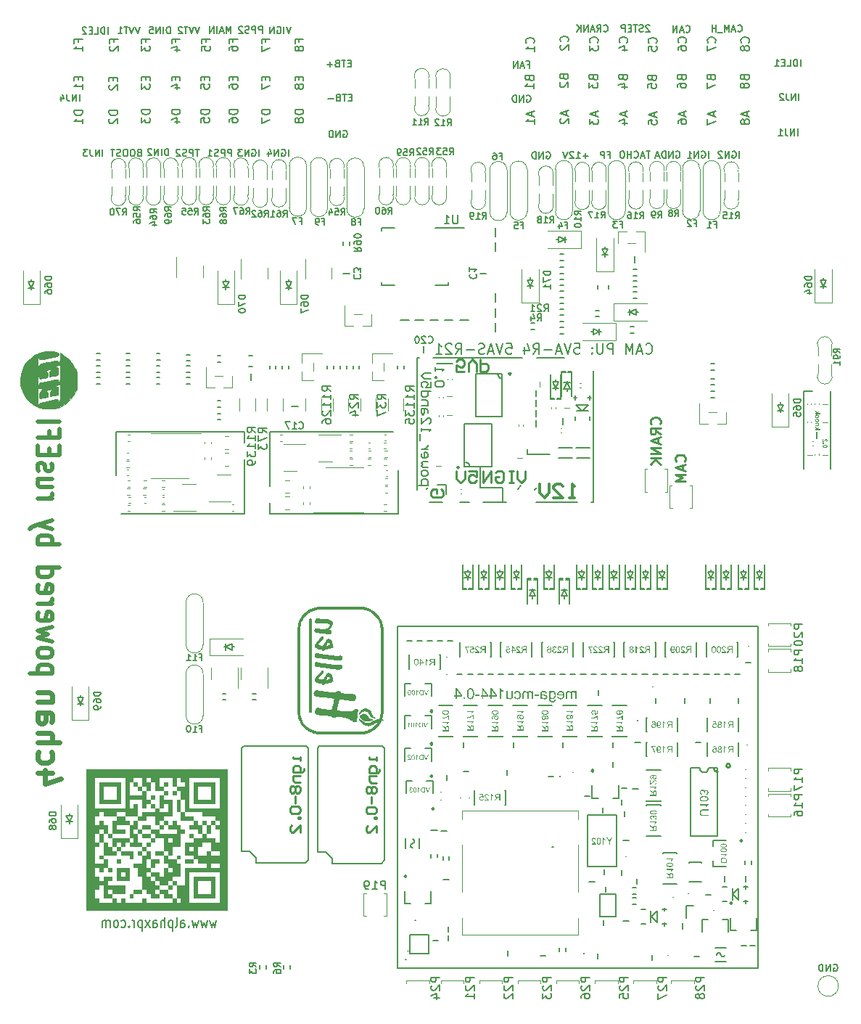
<source format=gbo>
G75*
G70*
%OFA0B0*%
%FSLAX25Y25*%
%IPPOS*%
%LPD*%
%AMOC8*
5,1,8,0,0,1.08239X$1,22.5*
%
%ADD122C,0.00394*%
%ADD123C,0.01000*%
%ADD201C,0.00300*%
%ADD21C,0.02362*%
%ADD58C,0.00787*%
%ADD61C,0.01181*%
%ADD62C,0.00800*%
%ADD66C,0.00472*%
%ADD71C,0.00984*%
%ADD72C,0.00591*%
%ADD73C,0.00669*%
%ADD74C,0.00500*%
%ADD75C,0.00390*%
%ADD79C,0.01969*%
%ADD80C,0.00512*%
%ADD81C,0.00010*%
X0000000Y0000000D02*
%LPD*%
G01*
D73*
X0332327Y0387007D02*
X0332327Y0390156D01*
X0329177Y0390006D02*
X0329477Y0390156D01*
X0329477Y0390156D02*
X0329927Y0390156D01*
X0329927Y0390156D02*
X0330377Y0390006D01*
X0330377Y0390006D02*
X0330677Y0389706D01*
X0330677Y0389706D02*
X0330827Y0389406D01*
X0330827Y0389406D02*
X0330977Y0388806D01*
X0330977Y0388806D02*
X0330977Y0388356D01*
X0330977Y0388356D02*
X0330827Y0387757D01*
X0330827Y0387757D02*
X0330677Y0387457D01*
X0330677Y0387457D02*
X0330377Y0387157D01*
X0330377Y0387157D02*
X0329927Y0387007D01*
X0329927Y0387007D02*
X0329627Y0387007D01*
X0329627Y0387007D02*
X0329177Y0387157D01*
X0329177Y0387157D02*
X0329027Y0387307D01*
X0329027Y0387307D02*
X0329027Y0388356D01*
X0329027Y0388356D02*
X0329627Y0388356D01*
X0327677Y0387007D02*
X0327677Y0390156D01*
X0327677Y0390156D02*
X0325878Y0387007D01*
X0325878Y0387007D02*
X0325878Y0390156D01*
X0324528Y0389856D02*
X0324378Y0390006D01*
X0324378Y0390006D02*
X0324078Y0390156D01*
X0324078Y0390156D02*
X0323328Y0390156D01*
X0323328Y0390156D02*
X0323028Y0390006D01*
X0323028Y0390006D02*
X0322878Y0389856D01*
X0322878Y0389856D02*
X0322728Y0389556D01*
X0322728Y0389556D02*
X0322728Y0389256D01*
X0322728Y0389256D02*
X0322878Y0388806D01*
X0322878Y0388806D02*
X0324678Y0387007D01*
X0324678Y0387007D02*
X0322728Y0387007D01*
D71*
X0307247Y0247750D02*
X0307472Y0247975D01*
X0307472Y0247975D02*
X0307697Y0248650D01*
X0307697Y0248650D02*
X0307697Y0249100D01*
X0307697Y0249100D02*
X0307472Y0249775D01*
X0307472Y0249775D02*
X0307022Y0250225D01*
X0307022Y0250225D02*
X0306573Y0250450D01*
X0306573Y0250450D02*
X0305673Y0250675D01*
X0305673Y0250675D02*
X0304998Y0250675D01*
X0304998Y0250675D02*
X0304098Y0250450D01*
X0304098Y0250450D02*
X0303648Y0250225D01*
X0303648Y0250225D02*
X0303198Y0249775D01*
X0303198Y0249775D02*
X0302973Y0249100D01*
X0302973Y0249100D02*
X0302973Y0248650D01*
X0302973Y0248650D02*
X0303198Y0247975D01*
X0303198Y0247975D02*
X0303423Y0247750D01*
X0306348Y0245951D02*
X0306348Y0243701D01*
X0307697Y0246400D02*
X0302973Y0244826D01*
X0302973Y0244826D02*
X0307697Y0243251D01*
X0307697Y0241676D02*
X0302973Y0241676D01*
X0302973Y0241676D02*
X0306348Y0240101D01*
X0306348Y0240101D02*
X0302973Y0238526D01*
X0302973Y0238526D02*
X0307697Y0238526D01*
D73*
X0270040Y0445300D02*
X0270190Y0445150D01*
X0270190Y0445150D02*
X0270640Y0445000D01*
X0270640Y0445000D02*
X0270940Y0445000D01*
X0270940Y0445000D02*
X0271390Y0445150D01*
X0271390Y0445150D02*
X0271690Y0445450D01*
X0271690Y0445450D02*
X0271840Y0445750D01*
X0271840Y0445750D02*
X0271990Y0446349D01*
X0271990Y0446349D02*
X0271990Y0446799D01*
X0271990Y0446799D02*
X0271840Y0447399D01*
X0271840Y0447399D02*
X0271690Y0447699D01*
X0271690Y0447699D02*
X0271390Y0447999D01*
X0271390Y0447999D02*
X0270940Y0448149D01*
X0270940Y0448149D02*
X0270640Y0448149D01*
X0270640Y0448149D02*
X0270190Y0447999D01*
X0270190Y0447999D02*
X0270040Y0447849D01*
X0266890Y0445000D02*
X0267940Y0446499D01*
X0268690Y0445000D02*
X0268690Y0448149D01*
X0268690Y0448149D02*
X0267490Y0448149D01*
X0267490Y0448149D02*
X0267190Y0447999D01*
X0267190Y0447999D02*
X0267040Y0447849D01*
X0267040Y0447849D02*
X0266890Y0447549D01*
X0266890Y0447549D02*
X0266890Y0447099D01*
X0266890Y0447099D02*
X0267040Y0446799D01*
X0267040Y0446799D02*
X0267190Y0446649D01*
X0267190Y0446649D02*
X0267490Y0446499D01*
X0267490Y0446499D02*
X0268690Y0446499D01*
X0265690Y0445900D02*
X0264191Y0445900D01*
X0265990Y0445000D02*
X0264940Y0448149D01*
X0264940Y0448149D02*
X0263891Y0445000D01*
X0262841Y0445000D02*
X0262841Y0448149D01*
X0262841Y0448149D02*
X0261041Y0445000D01*
X0261041Y0445000D02*
X0261041Y0448149D01*
X0259541Y0445000D02*
X0259541Y0448149D01*
X0257741Y0445000D02*
X0259091Y0446799D01*
X0257741Y0448149D02*
X0259541Y0446349D01*
D58*
X0289483Y0297485D02*
X0289708Y0297260D01*
X0289708Y0297260D02*
X0290382Y0297035D01*
X0290382Y0297035D02*
X0290832Y0297035D01*
X0290832Y0297035D02*
X0291507Y0297260D01*
X0291507Y0297260D02*
X0291957Y0297710D01*
X0291957Y0297710D02*
X0292182Y0298160D01*
X0292182Y0298160D02*
X0292407Y0299060D01*
X0292407Y0299060D02*
X0292407Y0299735D01*
X0292407Y0299735D02*
X0292182Y0300634D01*
X0292182Y0300634D02*
X0291957Y0301084D01*
X0291957Y0301084D02*
X0291507Y0301534D01*
X0291507Y0301534D02*
X0290832Y0301759D01*
X0290832Y0301759D02*
X0290382Y0301759D01*
X0290382Y0301759D02*
X0289708Y0301534D01*
X0289708Y0301534D02*
X0289483Y0301309D01*
X0287683Y0298385D02*
X0285433Y0298385D01*
X0288133Y0297035D02*
X0286558Y0301759D01*
X0286558Y0301759D02*
X0284983Y0297035D01*
X0283408Y0297035D02*
X0283408Y0301759D01*
X0283408Y0301759D02*
X0281834Y0298385D01*
X0281834Y0298385D02*
X0280259Y0301759D01*
X0280259Y0301759D02*
X0280259Y0297035D01*
X0274409Y0297035D02*
X0274409Y0301759D01*
X0274409Y0301759D02*
X0272610Y0301759D01*
X0272610Y0301759D02*
X0272160Y0301534D01*
X0272160Y0301534D02*
X0271935Y0301309D01*
X0271935Y0301309D02*
X0271710Y0300859D01*
X0271710Y0300859D02*
X0271710Y0300184D01*
X0271710Y0300184D02*
X0271935Y0299735D01*
X0271935Y0299735D02*
X0272160Y0299510D01*
X0272160Y0299510D02*
X0272610Y0299285D01*
X0272610Y0299285D02*
X0274409Y0299285D01*
X0269685Y0301759D02*
X0269685Y0297935D01*
X0269685Y0297935D02*
X0269460Y0297485D01*
X0269460Y0297485D02*
X0269235Y0297260D01*
X0269235Y0297260D02*
X0268785Y0297035D01*
X0268785Y0297035D02*
X0267885Y0297035D01*
X0267885Y0297035D02*
X0267435Y0297260D01*
X0267435Y0297260D02*
X0267210Y0297485D01*
X0267210Y0297485D02*
X0266985Y0297935D01*
X0266985Y0297935D02*
X0266985Y0301759D01*
X0264736Y0297485D02*
X0264511Y0297260D01*
X0264511Y0297260D02*
X0264736Y0297035D01*
X0264736Y0297035D02*
X0264961Y0297260D01*
X0264961Y0297260D02*
X0264736Y0297485D01*
X0264736Y0297485D02*
X0264736Y0297035D01*
X0264736Y0299960D02*
X0264511Y0299735D01*
X0264511Y0299735D02*
X0264736Y0299510D01*
X0264736Y0299510D02*
X0264961Y0299735D01*
X0264961Y0299735D02*
X0264736Y0299960D01*
X0264736Y0299960D02*
X0264736Y0299510D01*
X0256637Y0301759D02*
X0258886Y0301759D01*
X0258886Y0301759D02*
X0259111Y0299510D01*
X0259111Y0299510D02*
X0258886Y0299735D01*
X0258886Y0299735D02*
X0258436Y0299960D01*
X0258436Y0299960D02*
X0257312Y0299960D01*
X0257312Y0299960D02*
X0256862Y0299735D01*
X0256862Y0299735D02*
X0256637Y0299510D01*
X0256637Y0299510D02*
X0256412Y0299060D01*
X0256412Y0299060D02*
X0256412Y0297935D01*
X0256412Y0297935D02*
X0256637Y0297485D01*
X0256637Y0297485D02*
X0256862Y0297260D01*
X0256862Y0297260D02*
X0257312Y0297035D01*
X0257312Y0297035D02*
X0258436Y0297035D01*
X0258436Y0297035D02*
X0258886Y0297260D01*
X0258886Y0297260D02*
X0259111Y0297485D01*
X0255062Y0301759D02*
X0253487Y0297035D01*
X0253487Y0297035D02*
X0251912Y0301759D01*
X0250562Y0298385D02*
X0248313Y0298385D01*
X0251012Y0297035D02*
X0249438Y0301759D01*
X0249438Y0301759D02*
X0247863Y0297035D01*
X0246288Y0298835D02*
X0242688Y0298835D01*
X0237739Y0297035D02*
X0239314Y0299285D01*
X0240439Y0297035D02*
X0240439Y0301759D01*
X0240439Y0301759D02*
X0238639Y0301759D01*
X0238639Y0301759D02*
X0238189Y0301534D01*
X0238189Y0301534D02*
X0237964Y0301309D01*
X0237964Y0301309D02*
X0237739Y0300859D01*
X0237739Y0300859D02*
X0237739Y0300184D01*
X0237739Y0300184D02*
X0237964Y0299735D01*
X0237964Y0299735D02*
X0238189Y0299510D01*
X0238189Y0299510D02*
X0238639Y0299285D01*
X0238639Y0299285D02*
X0240439Y0299285D01*
X0233690Y0300184D02*
X0233690Y0297035D01*
X0234814Y0301984D02*
X0235939Y0298610D01*
X0235939Y0298610D02*
X0233015Y0298610D01*
X0225366Y0301759D02*
X0227615Y0301759D01*
X0227615Y0301759D02*
X0227840Y0299510D01*
X0227840Y0299510D02*
X0227615Y0299735D01*
X0227615Y0299735D02*
X0227165Y0299960D01*
X0227165Y0299960D02*
X0226040Y0299960D01*
X0226040Y0299960D02*
X0225591Y0299735D01*
X0225591Y0299735D02*
X0225366Y0299510D01*
X0225366Y0299510D02*
X0225141Y0299060D01*
X0225141Y0299060D02*
X0225141Y0297935D01*
X0225141Y0297935D02*
X0225366Y0297485D01*
X0225366Y0297485D02*
X0225591Y0297260D01*
X0225591Y0297260D02*
X0226040Y0297035D01*
X0226040Y0297035D02*
X0227165Y0297035D01*
X0227165Y0297035D02*
X0227615Y0297260D01*
X0227615Y0297260D02*
X0227840Y0297485D01*
X0223791Y0301759D02*
X0222216Y0297035D01*
X0222216Y0297035D02*
X0220641Y0301759D01*
X0219291Y0298385D02*
X0217042Y0298385D01*
X0219741Y0297035D02*
X0218166Y0301759D01*
X0218166Y0301759D02*
X0216592Y0297035D01*
X0215242Y0297260D02*
X0214567Y0297035D01*
X0214567Y0297035D02*
X0213442Y0297035D01*
X0213442Y0297035D02*
X0212992Y0297260D01*
X0212992Y0297260D02*
X0212767Y0297485D01*
X0212767Y0297485D02*
X0212542Y0297935D01*
X0212542Y0297935D02*
X0212542Y0298385D01*
X0212542Y0298385D02*
X0212767Y0298835D01*
X0212767Y0298835D02*
X0212992Y0299060D01*
X0212992Y0299060D02*
X0213442Y0299285D01*
X0213442Y0299285D02*
X0214342Y0299510D01*
X0214342Y0299510D02*
X0214792Y0299735D01*
X0214792Y0299735D02*
X0215017Y0299960D01*
X0215017Y0299960D02*
X0215242Y0300409D01*
X0215242Y0300409D02*
X0215242Y0300859D01*
X0215242Y0300859D02*
X0215017Y0301309D01*
X0215017Y0301309D02*
X0214792Y0301534D01*
X0214792Y0301534D02*
X0214342Y0301759D01*
X0214342Y0301759D02*
X0213217Y0301759D01*
X0213217Y0301759D02*
X0212542Y0301534D01*
X0210517Y0298835D02*
X0206918Y0298835D01*
X0201969Y0297035D02*
X0203543Y0299285D01*
X0204668Y0297035D02*
X0204668Y0301759D01*
X0204668Y0301759D02*
X0202868Y0301759D01*
X0202868Y0301759D02*
X0202418Y0301534D01*
X0202418Y0301534D02*
X0202193Y0301309D01*
X0202193Y0301309D02*
X0201969Y0300859D01*
X0201969Y0300859D02*
X0201969Y0300184D01*
X0201969Y0300184D02*
X0202193Y0299735D01*
X0202193Y0299735D02*
X0202418Y0299510D01*
X0202418Y0299510D02*
X0202868Y0299285D01*
X0202868Y0299285D02*
X0204668Y0299285D01*
X0200169Y0301309D02*
X0199944Y0301534D01*
X0199944Y0301534D02*
X0199494Y0301759D01*
X0199494Y0301759D02*
X0198369Y0301759D01*
X0198369Y0301759D02*
X0197919Y0301534D01*
X0197919Y0301534D02*
X0197694Y0301309D01*
X0197694Y0301309D02*
X0197469Y0300859D01*
X0197469Y0300859D02*
X0197469Y0300409D01*
X0197469Y0300409D02*
X0197694Y0299735D01*
X0197694Y0299735D02*
X0200394Y0297035D01*
X0200394Y0297035D02*
X0197469Y0297035D01*
X0192970Y0297035D02*
X0195669Y0297035D01*
X0194319Y0297035D02*
X0194319Y0301759D01*
X0194319Y0301759D02*
X0194769Y0301084D01*
X0194769Y0301084D02*
X0195219Y0300634D01*
X0195219Y0300634D02*
X0195669Y0300409D01*
D72*
X0114720Y0424372D02*
X0114720Y0423060D01*
X0116782Y0422497D02*
X0116782Y0424372D01*
X0116782Y0424372D02*
X0112845Y0424372D01*
X0112845Y0424372D02*
X0112845Y0422497D01*
X0112845Y0421185D02*
X0112845Y0418560D01*
X0112845Y0418560D02*
X0116782Y0420247D01*
D73*
X0098697Y0444409D02*
X0098697Y0447559D01*
X0098697Y0447559D02*
X0097647Y0445309D01*
X0097647Y0445309D02*
X0096597Y0447559D01*
X0096597Y0447559D02*
X0096597Y0444409D01*
X0095247Y0445309D02*
X0093748Y0445309D01*
X0095547Y0444409D02*
X0094498Y0447559D01*
X0094498Y0447559D02*
X0093448Y0444409D01*
X0092398Y0444409D02*
X0092398Y0447559D01*
X0090898Y0444409D02*
X0090898Y0447559D01*
X0090898Y0447559D02*
X0089098Y0444409D01*
X0089098Y0444409D02*
X0089098Y0447559D01*
D72*
X0028499Y0440289D02*
X0028499Y0441601D01*
X0030561Y0441601D02*
X0026624Y0441601D01*
X0026624Y0441601D02*
X0026624Y0439726D01*
X0030561Y0436164D02*
X0030561Y0438414D01*
X0030561Y0437289D02*
X0026624Y0437289D01*
X0026624Y0437289D02*
X0027187Y0437664D01*
X0027187Y0437664D02*
X0027562Y0438039D01*
X0027562Y0438039D02*
X0027749Y0438414D01*
D73*
X0153825Y0430508D02*
X0152775Y0430508D01*
X0152325Y0428858D02*
X0153825Y0428858D01*
X0153825Y0428858D02*
X0153825Y0432008D01*
X0153825Y0432008D02*
X0152325Y0432008D01*
X0151425Y0432008D02*
X0149625Y0432008D01*
X0150525Y0428858D02*
X0150525Y0432008D01*
X0147525Y0430508D02*
X0147075Y0430358D01*
X0147075Y0430358D02*
X0146925Y0430208D01*
X0146925Y0430208D02*
X0146775Y0429908D01*
X0146775Y0429908D02*
X0146775Y0429458D01*
X0146775Y0429458D02*
X0146925Y0429158D01*
X0146925Y0429158D02*
X0147075Y0429008D01*
X0147075Y0429008D02*
X0147375Y0428858D01*
X0147375Y0428858D02*
X0148575Y0428858D01*
X0148575Y0428858D02*
X0148575Y0432008D01*
X0148575Y0432008D02*
X0147525Y0432008D01*
X0147525Y0432008D02*
X0147225Y0431858D01*
X0147225Y0431858D02*
X0147075Y0431708D01*
X0147075Y0431708D02*
X0146925Y0431408D01*
X0146925Y0431408D02*
X0146925Y0431108D01*
X0146925Y0431108D02*
X0147075Y0430808D01*
X0147075Y0430808D02*
X0147225Y0430658D01*
X0147225Y0430658D02*
X0147525Y0430508D01*
X0147525Y0430508D02*
X0148575Y0430508D01*
X0145426Y0430058D02*
X0143026Y0430058D01*
X0144226Y0428858D02*
X0144226Y0431258D01*
X0360499Y0429252D02*
X0360499Y0432401D01*
X0358999Y0429252D02*
X0358999Y0432401D01*
X0358999Y0432401D02*
X0358249Y0432401D01*
X0358249Y0432401D02*
X0357799Y0432251D01*
X0357799Y0432251D02*
X0357499Y0431951D01*
X0357499Y0431951D02*
X0357349Y0431651D01*
X0357349Y0431651D02*
X0357199Y0431051D01*
X0357199Y0431051D02*
X0357199Y0430601D01*
X0357199Y0430601D02*
X0357349Y0430002D01*
X0357349Y0430002D02*
X0357499Y0429702D01*
X0357499Y0429702D02*
X0357799Y0429402D01*
X0357799Y0429402D02*
X0358249Y0429252D01*
X0358249Y0429252D02*
X0358999Y0429252D01*
X0354349Y0429252D02*
X0355849Y0429252D01*
X0355849Y0429252D02*
X0355849Y0432401D01*
X0353300Y0430901D02*
X0352250Y0430901D01*
X0351800Y0429252D02*
X0353300Y0429252D01*
X0353300Y0429252D02*
X0353300Y0432401D01*
X0353300Y0432401D02*
X0351800Y0432401D01*
X0348800Y0429252D02*
X0350600Y0429252D01*
X0349700Y0429252D02*
X0349700Y0432401D01*
X0349700Y0432401D02*
X0350000Y0431951D01*
X0350000Y0431951D02*
X0350300Y0431651D01*
X0350300Y0431651D02*
X0350600Y0431501D01*
D58*
X0092088Y0036791D02*
X0091339Y0033641D01*
X0091339Y0033641D02*
X0090589Y0035891D01*
X0090589Y0035891D02*
X0089839Y0033641D01*
X0089839Y0033641D02*
X0089089Y0036791D01*
X0087964Y0036791D02*
X0087214Y0033641D01*
X0087214Y0033641D02*
X0086464Y0035891D01*
X0086464Y0035891D02*
X0085714Y0033641D01*
X0085714Y0033641D02*
X0084964Y0036791D01*
X0083840Y0036791D02*
X0083090Y0033641D01*
X0083090Y0033641D02*
X0082340Y0035891D01*
X0082340Y0035891D02*
X0081590Y0033641D01*
X0081590Y0033641D02*
X0080840Y0036791D01*
X0079340Y0034091D02*
X0079153Y0033866D01*
X0079153Y0033866D02*
X0079340Y0033641D01*
X0079340Y0033641D02*
X0079528Y0033866D01*
X0079528Y0033866D02*
X0079340Y0034091D01*
X0079340Y0034091D02*
X0079340Y0033641D01*
X0075778Y0033641D02*
X0075778Y0036116D01*
X0075778Y0036116D02*
X0075966Y0036566D01*
X0075966Y0036566D02*
X0076340Y0036791D01*
X0076340Y0036791D02*
X0077090Y0036791D01*
X0077090Y0036791D02*
X0077465Y0036566D01*
X0075778Y0033866D02*
X0076153Y0033641D01*
X0076153Y0033641D02*
X0077090Y0033641D01*
X0077090Y0033641D02*
X0077465Y0033866D01*
X0077465Y0033866D02*
X0077653Y0034316D01*
X0077653Y0034316D02*
X0077653Y0034766D01*
X0077653Y0034766D02*
X0077465Y0035216D01*
X0077465Y0035216D02*
X0077090Y0035441D01*
X0077090Y0035441D02*
X0076153Y0035441D01*
X0076153Y0035441D02*
X0075778Y0035666D01*
X0073341Y0033641D02*
X0073716Y0033866D01*
X0073716Y0033866D02*
X0073903Y0034316D01*
X0073903Y0034316D02*
X0073903Y0038366D01*
X0071841Y0036791D02*
X0071841Y0032066D01*
X0071841Y0036566D02*
X0071466Y0036791D01*
X0071466Y0036791D02*
X0070716Y0036791D01*
X0070716Y0036791D02*
X0070341Y0036566D01*
X0070341Y0036566D02*
X0070154Y0036341D01*
X0070154Y0036341D02*
X0069966Y0035891D01*
X0069966Y0035891D02*
X0069966Y0034541D01*
X0069966Y0034541D02*
X0070154Y0034091D01*
X0070154Y0034091D02*
X0070341Y0033866D01*
X0070341Y0033866D02*
X0070716Y0033641D01*
X0070716Y0033641D02*
X0071466Y0033641D01*
X0071466Y0033641D02*
X0071841Y0033866D01*
X0068279Y0033641D02*
X0068279Y0038366D01*
X0066592Y0033641D02*
X0066592Y0036116D01*
X0066592Y0036116D02*
X0066779Y0036566D01*
X0066779Y0036566D02*
X0067154Y0036791D01*
X0067154Y0036791D02*
X0067717Y0036791D01*
X0067717Y0036791D02*
X0068091Y0036566D01*
X0068091Y0036566D02*
X0068279Y0036341D01*
X0063030Y0033641D02*
X0063030Y0036116D01*
X0063030Y0036116D02*
X0063217Y0036566D01*
X0063217Y0036566D02*
X0063592Y0036791D01*
X0063592Y0036791D02*
X0064342Y0036791D01*
X0064342Y0036791D02*
X0064717Y0036566D01*
X0063030Y0033866D02*
X0063405Y0033641D01*
X0063405Y0033641D02*
X0064342Y0033641D01*
X0064342Y0033641D02*
X0064717Y0033866D01*
X0064717Y0033866D02*
X0064904Y0034316D01*
X0064904Y0034316D02*
X0064904Y0034766D01*
X0064904Y0034766D02*
X0064717Y0035216D01*
X0064717Y0035216D02*
X0064342Y0035441D01*
X0064342Y0035441D02*
X0063405Y0035441D01*
X0063405Y0035441D02*
X0063030Y0035666D01*
X0061530Y0033641D02*
X0059468Y0036791D01*
X0061530Y0036791D02*
X0059468Y0033641D01*
X0057968Y0036791D02*
X0057968Y0032066D01*
X0057968Y0036566D02*
X0057593Y0036791D01*
X0057593Y0036791D02*
X0056843Y0036791D01*
X0056843Y0036791D02*
X0056468Y0036566D01*
X0056468Y0036566D02*
X0056280Y0036341D01*
X0056280Y0036341D02*
X0056093Y0035891D01*
X0056093Y0035891D02*
X0056093Y0034541D01*
X0056093Y0034541D02*
X0056280Y0034091D01*
X0056280Y0034091D02*
X0056468Y0033866D01*
X0056468Y0033866D02*
X0056843Y0033641D01*
X0056843Y0033641D02*
X0057593Y0033641D01*
X0057593Y0033641D02*
X0057968Y0033866D01*
X0054406Y0033641D02*
X0054406Y0036791D01*
X0054406Y0035891D02*
X0054218Y0036341D01*
X0054218Y0036341D02*
X0054031Y0036566D01*
X0054031Y0036566D02*
X0053656Y0036791D01*
X0053656Y0036791D02*
X0053281Y0036791D01*
X0051968Y0034091D02*
X0051781Y0033866D01*
X0051781Y0033866D02*
X0051968Y0033641D01*
X0051968Y0033641D02*
X0052156Y0033866D01*
X0052156Y0033866D02*
X0051968Y0034091D01*
X0051968Y0034091D02*
X0051968Y0033641D01*
X0048406Y0033866D02*
X0048781Y0033641D01*
X0048781Y0033641D02*
X0049531Y0033641D01*
X0049531Y0033641D02*
X0049906Y0033866D01*
X0049906Y0033866D02*
X0050094Y0034091D01*
X0050094Y0034091D02*
X0050281Y0034541D01*
X0050281Y0034541D02*
X0050281Y0035891D01*
X0050281Y0035891D02*
X0050094Y0036341D01*
X0050094Y0036341D02*
X0049906Y0036566D01*
X0049906Y0036566D02*
X0049531Y0036791D01*
X0049531Y0036791D02*
X0048781Y0036791D01*
X0048781Y0036791D02*
X0048406Y0036566D01*
X0046157Y0033641D02*
X0046532Y0033866D01*
X0046532Y0033866D02*
X0046719Y0034091D01*
X0046719Y0034091D02*
X0046907Y0034541D01*
X0046907Y0034541D02*
X0046907Y0035891D01*
X0046907Y0035891D02*
X0046719Y0036341D01*
X0046719Y0036341D02*
X0046532Y0036566D01*
X0046532Y0036566D02*
X0046157Y0036791D01*
X0046157Y0036791D02*
X0045594Y0036791D01*
X0045594Y0036791D02*
X0045219Y0036566D01*
X0045219Y0036566D02*
X0045032Y0036341D01*
X0045032Y0036341D02*
X0044844Y0035891D01*
X0044844Y0035891D02*
X0044844Y0034541D01*
X0044844Y0034541D02*
X0045032Y0034091D01*
X0045032Y0034091D02*
X0045219Y0033866D01*
X0045219Y0033866D02*
X0045594Y0033641D01*
X0045594Y0033641D02*
X0046157Y0033641D01*
X0043157Y0033641D02*
X0043157Y0036791D01*
X0043157Y0036341D02*
X0042970Y0036566D01*
X0042970Y0036566D02*
X0042595Y0036791D01*
X0042595Y0036791D02*
X0042032Y0036791D01*
X0042032Y0036791D02*
X0041657Y0036566D01*
X0041657Y0036566D02*
X0041470Y0036116D01*
X0041470Y0036116D02*
X0041470Y0033641D01*
X0041470Y0036116D02*
X0041282Y0036566D01*
X0041282Y0036566D02*
X0040907Y0036791D01*
X0040907Y0036791D02*
X0040345Y0036791D01*
X0040345Y0036791D02*
X0039970Y0036566D01*
X0039970Y0036566D02*
X0039783Y0036116D01*
X0039783Y0036116D02*
X0039783Y0033641D01*
D72*
X0099759Y0440289D02*
X0099759Y0441601D01*
X0101821Y0441601D02*
X0097884Y0441601D01*
X0097884Y0441601D02*
X0097884Y0439726D01*
X0097884Y0436539D02*
X0097884Y0437289D01*
X0097884Y0437289D02*
X0098072Y0437664D01*
X0098072Y0437664D02*
X0098259Y0437852D01*
X0098259Y0437852D02*
X0098822Y0438226D01*
X0098822Y0438226D02*
X0099572Y0438414D01*
X0099572Y0438414D02*
X0101071Y0438414D01*
X0101071Y0438414D02*
X0101446Y0438226D01*
X0101446Y0438226D02*
X0101634Y0438039D01*
X0101634Y0438039D02*
X0101821Y0437664D01*
X0101821Y0437664D02*
X0101821Y0436914D01*
X0101821Y0436914D02*
X0101634Y0436539D01*
X0101634Y0436539D02*
X0101446Y0436352D01*
X0101446Y0436352D02*
X0101071Y0436164D01*
X0101071Y0436164D02*
X0100134Y0436164D01*
X0100134Y0436164D02*
X0099759Y0436352D01*
X0099759Y0436352D02*
X0099572Y0436539D01*
X0099572Y0436539D02*
X0099384Y0436914D01*
X0099384Y0436914D02*
X0099384Y0437664D01*
X0099384Y0437664D02*
X0099572Y0438039D01*
X0099572Y0438039D02*
X0099759Y0438226D01*
X0099759Y0438226D02*
X0100134Y0438414D01*
X0132136Y0409205D02*
X0128199Y0409205D01*
X0128199Y0409205D02*
X0128199Y0408268D01*
X0128199Y0408268D02*
X0128387Y0407705D01*
X0128387Y0407705D02*
X0128762Y0407330D01*
X0128762Y0407330D02*
X0129137Y0407143D01*
X0129137Y0407143D02*
X0129887Y0406955D01*
X0129887Y0406955D02*
X0130449Y0406955D01*
X0130449Y0406955D02*
X0131199Y0407143D01*
X0131199Y0407143D02*
X0131574Y0407330D01*
X0131574Y0407330D02*
X0131949Y0407705D01*
X0131949Y0407705D02*
X0132136Y0408268D01*
X0132136Y0408268D02*
X0132136Y0409205D01*
X0129887Y0404706D02*
X0129699Y0405081D01*
X0129699Y0405081D02*
X0129512Y0405268D01*
X0129512Y0405268D02*
X0129137Y0405456D01*
X0129137Y0405456D02*
X0128949Y0405456D01*
X0128949Y0405456D02*
X0128574Y0405268D01*
X0128574Y0405268D02*
X0128387Y0405081D01*
X0128387Y0405081D02*
X0128199Y0404706D01*
X0128199Y0404706D02*
X0128199Y0403956D01*
X0128199Y0403956D02*
X0128387Y0403581D01*
X0128387Y0403581D02*
X0128574Y0403393D01*
X0128574Y0403393D02*
X0128949Y0403206D01*
X0128949Y0403206D02*
X0129137Y0403206D01*
X0129137Y0403206D02*
X0129512Y0403393D01*
X0129512Y0403393D02*
X0129699Y0403581D01*
X0129699Y0403581D02*
X0129887Y0403956D01*
X0129887Y0403956D02*
X0129887Y0404706D01*
X0129887Y0404706D02*
X0130074Y0405081D01*
X0130074Y0405081D02*
X0130262Y0405268D01*
X0130262Y0405268D02*
X0130636Y0405456D01*
X0130636Y0405456D02*
X0131386Y0405456D01*
X0131386Y0405456D02*
X0131761Y0405268D01*
X0131761Y0405268D02*
X0131949Y0405081D01*
X0131949Y0405081D02*
X0132136Y0404706D01*
X0132136Y0404706D02*
X0132136Y0403956D01*
X0132136Y0403956D02*
X0131949Y0403581D01*
X0131949Y0403581D02*
X0131761Y0403393D01*
X0131761Y0403393D02*
X0131386Y0403206D01*
X0131386Y0403206D02*
X0130636Y0403206D01*
X0130636Y0403206D02*
X0130262Y0403393D01*
X0130262Y0403393D02*
X0130074Y0403581D01*
X0130074Y0403581D02*
X0129887Y0403956D01*
D73*
X0056871Y0447362D02*
X0055821Y0444212D01*
X0055821Y0444212D02*
X0054771Y0447362D01*
X0054171Y0447362D02*
X0053121Y0444212D01*
X0053121Y0444212D02*
X0052072Y0447362D01*
X0051472Y0447362D02*
X0049672Y0447362D01*
X0050572Y0444212D02*
X0050572Y0447362D01*
X0046972Y0444212D02*
X0048772Y0444212D01*
X0047872Y0444212D02*
X0047872Y0447362D01*
X0047872Y0447362D02*
X0048172Y0446912D01*
X0048172Y0446912D02*
X0048472Y0446612D01*
X0048472Y0446612D02*
X0048772Y0446462D01*
X0070079Y0388110D02*
X0070079Y0391259D01*
X0070079Y0391259D02*
X0069329Y0391259D01*
X0069329Y0391259D02*
X0068879Y0391109D01*
X0068879Y0391109D02*
X0068579Y0390810D01*
X0068579Y0390810D02*
X0068429Y0390510D01*
X0068429Y0390510D02*
X0068279Y0389910D01*
X0068279Y0389910D02*
X0068279Y0389460D01*
X0068279Y0389460D02*
X0068429Y0388860D01*
X0068429Y0388860D02*
X0068579Y0388560D01*
X0068579Y0388560D02*
X0068879Y0388260D01*
X0068879Y0388260D02*
X0069329Y0388110D01*
X0069329Y0388110D02*
X0070079Y0388110D01*
X0066929Y0388110D02*
X0066929Y0391259D01*
X0065429Y0388110D02*
X0065429Y0391259D01*
X0065429Y0391259D02*
X0063630Y0388110D01*
X0063630Y0388110D02*
X0063630Y0391259D01*
X0062280Y0390960D02*
X0062130Y0391109D01*
X0062130Y0391109D02*
X0061830Y0391259D01*
X0061830Y0391259D02*
X0061080Y0391259D01*
X0061080Y0391259D02*
X0060780Y0391109D01*
X0060780Y0391109D02*
X0060630Y0390960D01*
X0060630Y0390960D02*
X0060480Y0390660D01*
X0060480Y0390660D02*
X0060480Y0390360D01*
X0060480Y0390360D02*
X0060630Y0389910D01*
X0060630Y0389910D02*
X0062430Y0388110D01*
X0062430Y0388110D02*
X0060480Y0388110D01*
D72*
X0028499Y0424372D02*
X0028499Y0423060D01*
X0030561Y0422497D02*
X0030561Y0424372D01*
X0030561Y0424372D02*
X0026624Y0424372D01*
X0026624Y0424372D02*
X0026624Y0422497D01*
X0030561Y0418748D02*
X0030561Y0420997D01*
X0030561Y0419873D02*
X0026624Y0419873D01*
X0026624Y0419873D02*
X0027187Y0420247D01*
X0027187Y0420247D02*
X0027562Y0420622D01*
X0027562Y0420622D02*
X0027749Y0420997D01*
X0046703Y0408811D02*
X0042766Y0408811D01*
X0042766Y0408811D02*
X0042766Y0407874D01*
X0042766Y0407874D02*
X0042954Y0407312D01*
X0042954Y0407312D02*
X0043329Y0406937D01*
X0043329Y0406937D02*
X0043704Y0406749D01*
X0043704Y0406749D02*
X0044454Y0406562D01*
X0044454Y0406562D02*
X0045016Y0406562D01*
X0045016Y0406562D02*
X0045766Y0406749D01*
X0045766Y0406749D02*
X0046141Y0406937D01*
X0046141Y0406937D02*
X0046516Y0407312D01*
X0046516Y0407312D02*
X0046703Y0407874D01*
X0046703Y0407874D02*
X0046703Y0408811D01*
X0043141Y0405062D02*
X0042954Y0404874D01*
X0042954Y0404874D02*
X0042766Y0404499D01*
X0042766Y0404499D02*
X0042766Y0403562D01*
X0042766Y0403562D02*
X0042954Y0403187D01*
X0042954Y0403187D02*
X0043141Y0403000D01*
X0043141Y0403000D02*
X0043516Y0402812D01*
X0043516Y0402812D02*
X0043891Y0402812D01*
X0043891Y0402812D02*
X0044454Y0403000D01*
X0044454Y0403000D02*
X0046703Y0405249D01*
X0046703Y0405249D02*
X0046703Y0402812D01*
D73*
X0042192Y0444015D02*
X0042192Y0447165D01*
X0040692Y0444015D02*
X0040692Y0447165D01*
X0040692Y0447165D02*
X0039942Y0447165D01*
X0039942Y0447165D02*
X0039492Y0447015D01*
X0039492Y0447015D02*
X0039192Y0446715D01*
X0039192Y0446715D02*
X0039042Y0446415D01*
X0039042Y0446415D02*
X0038892Y0445815D01*
X0038892Y0445815D02*
X0038892Y0445365D01*
X0038892Y0445365D02*
X0039042Y0444765D01*
X0039042Y0444765D02*
X0039192Y0444465D01*
X0039192Y0444465D02*
X0039492Y0444165D01*
X0039492Y0444165D02*
X0039942Y0444015D01*
X0039942Y0444015D02*
X0040692Y0444015D01*
X0036042Y0444015D02*
X0037542Y0444015D01*
X0037542Y0444015D02*
X0037542Y0447165D01*
X0034992Y0445665D02*
X0033943Y0445665D01*
X0033493Y0444015D02*
X0034992Y0444015D01*
X0034992Y0444015D02*
X0034992Y0447165D01*
X0034992Y0447165D02*
X0033493Y0447165D01*
X0032293Y0446865D02*
X0032143Y0447015D01*
X0032143Y0447015D02*
X0031843Y0447165D01*
X0031843Y0447165D02*
X0031093Y0447165D01*
X0031093Y0447165D02*
X0030793Y0447015D01*
X0030793Y0447015D02*
X0030643Y0446865D01*
X0030643Y0446865D02*
X0030493Y0446565D01*
X0030493Y0446565D02*
X0030493Y0446265D01*
X0030493Y0446265D02*
X0030643Y0445815D01*
X0030643Y0445815D02*
X0032443Y0444015D01*
X0032443Y0444015D02*
X0030493Y0444015D01*
D72*
X0114720Y0440289D02*
X0114720Y0441601D01*
X0116782Y0441601D02*
X0112845Y0441601D01*
X0112845Y0441601D02*
X0112845Y0439726D01*
X0112845Y0438601D02*
X0112845Y0435977D01*
X0112845Y0435977D02*
X0116782Y0437664D01*
D73*
X0126284Y0447362D02*
X0125234Y0444212D01*
X0125234Y0444212D02*
X0124184Y0447362D01*
X0123135Y0444212D02*
X0123135Y0447362D01*
X0119985Y0447212D02*
X0120285Y0447362D01*
X0120285Y0447362D02*
X0120735Y0447362D01*
X0120735Y0447362D02*
X0121185Y0447212D01*
X0121185Y0447212D02*
X0121485Y0446912D01*
X0121485Y0446912D02*
X0121635Y0446612D01*
X0121635Y0446612D02*
X0121785Y0446012D01*
X0121785Y0446012D02*
X0121785Y0445562D01*
X0121785Y0445562D02*
X0121635Y0444962D01*
X0121635Y0444962D02*
X0121485Y0444662D01*
X0121485Y0444662D02*
X0121185Y0444362D01*
X0121185Y0444362D02*
X0120735Y0444212D01*
X0120735Y0444212D02*
X0120435Y0444212D01*
X0120435Y0444212D02*
X0119985Y0444362D01*
X0119985Y0444362D02*
X0119835Y0444512D01*
X0119835Y0444512D02*
X0119835Y0445562D01*
X0119835Y0445562D02*
X0120435Y0445562D01*
X0118485Y0444212D02*
X0118485Y0447362D01*
X0118485Y0447362D02*
X0116685Y0444212D01*
X0116685Y0444212D02*
X0116685Y0447362D01*
D72*
X0073381Y0424372D02*
X0073381Y0423060D01*
X0075443Y0422497D02*
X0075443Y0424372D01*
X0075443Y0424372D02*
X0071506Y0424372D01*
X0071506Y0424372D02*
X0071506Y0422497D01*
X0072819Y0419123D02*
X0075443Y0419123D01*
X0071319Y0420060D02*
X0074131Y0420997D01*
X0074131Y0420997D02*
X0074131Y0418560D01*
X0099759Y0424372D02*
X0099759Y0423060D01*
X0101821Y0422497D02*
X0101821Y0424372D01*
X0101821Y0424372D02*
X0097884Y0424372D01*
X0097884Y0424372D02*
X0097884Y0422497D01*
X0097884Y0419123D02*
X0097884Y0419873D01*
X0097884Y0419873D02*
X0098072Y0420247D01*
X0098072Y0420247D02*
X0098259Y0420435D01*
X0098259Y0420435D02*
X0098822Y0420810D01*
X0098822Y0420810D02*
X0099572Y0420997D01*
X0099572Y0420997D02*
X0101071Y0420997D01*
X0101071Y0420997D02*
X0101446Y0420810D01*
X0101446Y0420810D02*
X0101634Y0420622D01*
X0101634Y0420622D02*
X0101821Y0420247D01*
X0101821Y0420247D02*
X0101821Y0419498D01*
X0101821Y0419498D02*
X0101634Y0419123D01*
X0101634Y0419123D02*
X0101446Y0418935D01*
X0101446Y0418935D02*
X0101071Y0418748D01*
X0101071Y0418748D02*
X0100134Y0418748D01*
X0100134Y0418748D02*
X0099759Y0418935D01*
X0099759Y0418935D02*
X0099572Y0419123D01*
X0099572Y0419123D02*
X0099384Y0419498D01*
X0099384Y0419498D02*
X0099384Y0420247D01*
X0099384Y0420247D02*
X0099572Y0420622D01*
X0099572Y0420622D02*
X0099759Y0420810D01*
X0099759Y0420810D02*
X0100134Y0420997D01*
D73*
X0154218Y0414760D02*
X0153168Y0414760D01*
X0152718Y0413110D02*
X0154218Y0413110D01*
X0154218Y0413110D02*
X0154218Y0416259D01*
X0154218Y0416259D02*
X0152718Y0416259D01*
X0151819Y0416259D02*
X0150019Y0416259D01*
X0150919Y0413110D02*
X0150919Y0416259D01*
X0147919Y0414760D02*
X0147469Y0414610D01*
X0147469Y0414610D02*
X0147319Y0414460D01*
X0147319Y0414460D02*
X0147169Y0414160D01*
X0147169Y0414160D02*
X0147169Y0413710D01*
X0147169Y0413710D02*
X0147319Y0413410D01*
X0147319Y0413410D02*
X0147469Y0413260D01*
X0147469Y0413260D02*
X0147769Y0413110D01*
X0147769Y0413110D02*
X0148969Y0413110D01*
X0148969Y0413110D02*
X0148969Y0416259D01*
X0148969Y0416259D02*
X0147919Y0416259D01*
X0147919Y0416259D02*
X0147619Y0416109D01*
X0147619Y0416109D02*
X0147469Y0415960D01*
X0147469Y0415960D02*
X0147319Y0415660D01*
X0147319Y0415660D02*
X0147319Y0415360D01*
X0147319Y0415360D02*
X0147469Y0415060D01*
X0147469Y0415060D02*
X0147619Y0414910D01*
X0147619Y0414910D02*
X0147919Y0414760D01*
X0147919Y0414760D02*
X0148969Y0414760D01*
X0145819Y0414310D02*
X0143420Y0414310D01*
D72*
X0116782Y0409205D02*
X0112845Y0409205D01*
X0112845Y0409205D02*
X0112845Y0408268D01*
X0112845Y0408268D02*
X0113032Y0407705D01*
X0113032Y0407705D02*
X0113407Y0407330D01*
X0113407Y0407330D02*
X0113782Y0407143D01*
X0113782Y0407143D02*
X0114532Y0406955D01*
X0114532Y0406955D02*
X0115095Y0406955D01*
X0115095Y0406955D02*
X0115845Y0407143D01*
X0115845Y0407143D02*
X0116220Y0407330D01*
X0116220Y0407330D02*
X0116594Y0407705D01*
X0116594Y0407705D02*
X0116782Y0408268D01*
X0116782Y0408268D02*
X0116782Y0409205D01*
X0112845Y0405643D02*
X0112845Y0403018D01*
X0112845Y0403018D02*
X0116782Y0404706D01*
D21*
X0016656Y0104462D02*
X0009831Y0104462D01*
X0020555Y0102025D02*
X0013244Y0099588D01*
X0013244Y0099588D02*
X0013244Y0105924D01*
X0010319Y0114211D02*
X0009831Y0113236D01*
X0009831Y0113236D02*
X0009831Y0111286D01*
X0009831Y0111286D02*
X0010319Y0110311D01*
X0010319Y0110311D02*
X0010806Y0109824D01*
X0010806Y0109824D02*
X0011781Y0109336D01*
X0011781Y0109336D02*
X0014706Y0109336D01*
X0014706Y0109336D02*
X0015681Y0109824D01*
X0015681Y0109824D02*
X0016168Y0110311D01*
X0016168Y0110311D02*
X0016656Y0111286D01*
X0016656Y0111286D02*
X0016656Y0113236D01*
X0016656Y0113236D02*
X0016168Y0114211D01*
X0009831Y0118598D02*
X0020068Y0118598D01*
X0009831Y0122985D02*
X0015193Y0122985D01*
X0015193Y0122985D02*
X0016168Y0122497D01*
X0016168Y0122497D02*
X0016656Y0121522D01*
X0016656Y0121522D02*
X0016656Y0120060D01*
X0016656Y0120060D02*
X0016168Y0119085D01*
X0016168Y0119085D02*
X0015681Y0118598D01*
X0009831Y0132246D02*
X0015193Y0132246D01*
X0015193Y0132246D02*
X0016168Y0131759D01*
X0016168Y0131759D02*
X0016656Y0130784D01*
X0016656Y0130784D02*
X0016656Y0128834D01*
X0016656Y0128834D02*
X0016168Y0127859D01*
X0010319Y0132246D02*
X0009831Y0131271D01*
X0009831Y0131271D02*
X0009831Y0128834D01*
X0009831Y0128834D02*
X0010319Y0127859D01*
X0010319Y0127859D02*
X0011294Y0127372D01*
X0011294Y0127372D02*
X0012269Y0127372D01*
X0012269Y0127372D02*
X0013244Y0127859D01*
X0013244Y0127859D02*
X0013731Y0128834D01*
X0013731Y0128834D02*
X0013731Y0131271D01*
X0013731Y0131271D02*
X0014218Y0132246D01*
X0016656Y0137120D02*
X0009831Y0137120D01*
X0015681Y0137120D02*
X0016168Y0137608D01*
X0016168Y0137608D02*
X0016656Y0138583D01*
X0016656Y0138583D02*
X0016656Y0140045D01*
X0016656Y0140045D02*
X0016168Y0141020D01*
X0016168Y0141020D02*
X0015193Y0141507D01*
X0015193Y0141507D02*
X0009831Y0141507D01*
D73*
X0056562Y0389563D02*
X0056112Y0389413D01*
X0056112Y0389413D02*
X0055962Y0389263D01*
X0055962Y0389263D02*
X0055812Y0388963D01*
X0055812Y0388963D02*
X0055812Y0388513D01*
X0055812Y0388513D02*
X0055962Y0388213D01*
X0055962Y0388213D02*
X0056112Y0388063D01*
X0056112Y0388063D02*
X0056412Y0387913D01*
X0056412Y0387913D02*
X0057612Y0387913D01*
X0057612Y0387913D02*
X0057612Y0391063D01*
X0057612Y0391063D02*
X0056562Y0391063D01*
X0056562Y0391063D02*
X0056262Y0390913D01*
X0056262Y0390913D02*
X0056112Y0390763D01*
X0056112Y0390763D02*
X0055962Y0390463D01*
X0055962Y0390463D02*
X0055962Y0390163D01*
X0055962Y0390163D02*
X0056112Y0389863D01*
X0056112Y0389863D02*
X0056262Y0389713D01*
X0056262Y0389713D02*
X0056562Y0389563D01*
X0056562Y0389563D02*
X0057612Y0389563D01*
X0053862Y0391063D02*
X0053262Y0391063D01*
X0053262Y0391063D02*
X0052962Y0390913D01*
X0052962Y0390913D02*
X0052662Y0390613D01*
X0052662Y0390613D02*
X0052512Y0390013D01*
X0052512Y0390013D02*
X0052512Y0388963D01*
X0052512Y0388963D02*
X0052662Y0388363D01*
X0052662Y0388363D02*
X0052962Y0388063D01*
X0052962Y0388063D02*
X0053262Y0387913D01*
X0053262Y0387913D02*
X0053862Y0387913D01*
X0053862Y0387913D02*
X0054162Y0388063D01*
X0054162Y0388063D02*
X0054462Y0388363D01*
X0054462Y0388363D02*
X0054612Y0388963D01*
X0054612Y0388963D02*
X0054612Y0390013D01*
X0054612Y0390013D02*
X0054462Y0390613D01*
X0054462Y0390613D02*
X0054162Y0390913D01*
X0054162Y0390913D02*
X0053862Y0391063D01*
X0050562Y0391063D02*
X0049962Y0391063D01*
X0049962Y0391063D02*
X0049663Y0390913D01*
X0049663Y0390913D02*
X0049363Y0390613D01*
X0049363Y0390613D02*
X0049213Y0390013D01*
X0049213Y0390013D02*
X0049213Y0388963D01*
X0049213Y0388963D02*
X0049363Y0388363D01*
X0049363Y0388363D02*
X0049663Y0388063D01*
X0049663Y0388063D02*
X0049962Y0387913D01*
X0049962Y0387913D02*
X0050562Y0387913D01*
X0050562Y0387913D02*
X0050862Y0388063D01*
X0050862Y0388063D02*
X0051162Y0388363D01*
X0051162Y0388363D02*
X0051312Y0388963D01*
X0051312Y0388963D02*
X0051312Y0390013D01*
X0051312Y0390013D02*
X0051162Y0390613D01*
X0051162Y0390613D02*
X0050862Y0390913D01*
X0050862Y0390913D02*
X0050562Y0391063D01*
X0048013Y0388063D02*
X0047563Y0387913D01*
X0047563Y0387913D02*
X0046813Y0387913D01*
X0046813Y0387913D02*
X0046513Y0388063D01*
X0046513Y0388063D02*
X0046363Y0388213D01*
X0046363Y0388213D02*
X0046213Y0388513D01*
X0046213Y0388513D02*
X0046213Y0388813D01*
X0046213Y0388813D02*
X0046363Y0389113D01*
X0046363Y0389113D02*
X0046513Y0389263D01*
X0046513Y0389263D02*
X0046813Y0389413D01*
X0046813Y0389413D02*
X0047413Y0389563D01*
X0047413Y0389563D02*
X0047713Y0389713D01*
X0047713Y0389713D02*
X0047863Y0389863D01*
X0047863Y0389863D02*
X0048013Y0390163D01*
X0048013Y0390163D02*
X0048013Y0390463D01*
X0048013Y0390463D02*
X0047863Y0390763D01*
X0047863Y0390763D02*
X0047713Y0390913D01*
X0047713Y0390913D02*
X0047413Y0391063D01*
X0047413Y0391063D02*
X0046663Y0391063D01*
X0046663Y0391063D02*
X0046213Y0390913D01*
X0045313Y0391063D02*
X0043513Y0391063D01*
X0044413Y0387913D02*
X0044413Y0391063D01*
X0150431Y0399574D02*
X0150731Y0399724D01*
X0150731Y0399724D02*
X0151181Y0399724D01*
X0151181Y0399724D02*
X0151631Y0399574D01*
X0151631Y0399574D02*
X0151931Y0399274D01*
X0151931Y0399274D02*
X0152081Y0398974D01*
X0152081Y0398974D02*
X0152231Y0398374D01*
X0152231Y0398374D02*
X0152231Y0397924D01*
X0152231Y0397924D02*
X0152081Y0397324D01*
X0152081Y0397324D02*
X0151931Y0397024D01*
X0151931Y0397024D02*
X0151631Y0396724D01*
X0151631Y0396724D02*
X0151181Y0396574D01*
X0151181Y0396574D02*
X0150881Y0396574D01*
X0150881Y0396574D02*
X0150431Y0396724D01*
X0150431Y0396724D02*
X0150281Y0396874D01*
X0150281Y0396874D02*
X0150281Y0397924D01*
X0150281Y0397924D02*
X0150881Y0397924D01*
X0148931Y0396574D02*
X0148931Y0399724D01*
X0148931Y0399724D02*
X0147132Y0396574D01*
X0147132Y0396574D02*
X0147132Y0399724D01*
X0145632Y0396574D02*
X0145632Y0399724D01*
X0145632Y0399724D02*
X0144882Y0399724D01*
X0144882Y0399724D02*
X0144432Y0399574D01*
X0144432Y0399574D02*
X0144132Y0399274D01*
X0144132Y0399274D02*
X0143982Y0398974D01*
X0143982Y0398974D02*
X0143832Y0398374D01*
X0143832Y0398374D02*
X0143832Y0397924D01*
X0143832Y0397924D02*
X0143982Y0397324D01*
X0143982Y0397324D02*
X0144132Y0397024D01*
X0144132Y0397024D02*
X0144432Y0396724D01*
X0144432Y0396724D02*
X0144882Y0396574D01*
X0144882Y0396574D02*
X0145632Y0396574D01*
D72*
X0044838Y0440289D02*
X0044838Y0441601D01*
X0046900Y0441601D02*
X0042963Y0441601D01*
X0042963Y0441601D02*
X0042963Y0439726D01*
X0043338Y0438414D02*
X0043151Y0438226D01*
X0043151Y0438226D02*
X0042963Y0437852D01*
X0042963Y0437852D02*
X0042963Y0436914D01*
X0042963Y0436914D02*
X0043151Y0436539D01*
X0043151Y0436539D02*
X0043338Y0436352D01*
X0043338Y0436352D02*
X0043713Y0436164D01*
X0043713Y0436164D02*
X0044088Y0436164D01*
X0044088Y0436164D02*
X0044650Y0436352D01*
X0044650Y0436352D02*
X0046900Y0438601D01*
X0046900Y0438601D02*
X0046900Y0436164D01*
D79*
X0016656Y0150094D02*
X0006419Y0150094D01*
X0016168Y0150094D02*
X0016656Y0150919D01*
X0016656Y0150919D02*
X0016656Y0152568D01*
X0016656Y0152568D02*
X0016168Y0153393D01*
X0016168Y0153393D02*
X0015681Y0153806D01*
X0015681Y0153806D02*
X0014706Y0154218D01*
X0014706Y0154218D02*
X0011781Y0154218D01*
X0011781Y0154218D02*
X0010806Y0153806D01*
X0010806Y0153806D02*
X0010319Y0153393D01*
X0010319Y0153393D02*
X0009831Y0152568D01*
X0009831Y0152568D02*
X0009831Y0150919D01*
X0009831Y0150919D02*
X0010319Y0150094D01*
X0009831Y0159168D02*
X0010319Y0158343D01*
X0010319Y0158343D02*
X0010806Y0157930D01*
X0010806Y0157930D02*
X0011781Y0157518D01*
X0011781Y0157518D02*
X0014706Y0157518D01*
X0014706Y0157518D02*
X0015681Y0157930D01*
X0015681Y0157930D02*
X0016168Y0158343D01*
X0016168Y0158343D02*
X0016656Y0159168D01*
X0016656Y0159168D02*
X0016656Y0160405D01*
X0016656Y0160405D02*
X0016168Y0161230D01*
X0016168Y0161230D02*
X0015681Y0161642D01*
X0015681Y0161642D02*
X0014706Y0162055D01*
X0014706Y0162055D02*
X0011781Y0162055D01*
X0011781Y0162055D02*
X0010806Y0161642D01*
X0010806Y0161642D02*
X0010319Y0161230D01*
X0010319Y0161230D02*
X0009831Y0160405D01*
X0009831Y0160405D02*
X0009831Y0159168D01*
X0016656Y0164942D02*
X0009831Y0166592D01*
X0009831Y0166592D02*
X0014706Y0168241D01*
X0014706Y0168241D02*
X0009831Y0169891D01*
X0009831Y0169891D02*
X0016656Y0171541D01*
X0010319Y0178140D02*
X0009831Y0177315D01*
X0009831Y0177315D02*
X0009831Y0175666D01*
X0009831Y0175666D02*
X0010319Y0174841D01*
X0010319Y0174841D02*
X0011294Y0174428D01*
X0011294Y0174428D02*
X0015193Y0174428D01*
X0015193Y0174428D02*
X0016168Y0174841D01*
X0016168Y0174841D02*
X0016656Y0175666D01*
X0016656Y0175666D02*
X0016656Y0177315D01*
X0016656Y0177315D02*
X0016168Y0178140D01*
X0016168Y0178140D02*
X0015193Y0178553D01*
X0015193Y0178553D02*
X0014218Y0178553D01*
X0014218Y0178553D02*
X0013244Y0174428D01*
X0009831Y0182265D02*
X0016656Y0182265D01*
X0014706Y0182265D02*
X0015681Y0182677D01*
X0015681Y0182677D02*
X0016168Y0183090D01*
X0016168Y0183090D02*
X0016656Y0183915D01*
X0016656Y0183915D02*
X0016656Y0184739D01*
X0010319Y0190926D02*
X0009831Y0190101D01*
X0009831Y0190101D02*
X0009831Y0188451D01*
X0009831Y0188451D02*
X0010319Y0187627D01*
X0010319Y0187627D02*
X0011294Y0187214D01*
X0011294Y0187214D02*
X0015193Y0187214D01*
X0015193Y0187214D02*
X0016168Y0187627D01*
X0016168Y0187627D02*
X0016656Y0188451D01*
X0016656Y0188451D02*
X0016656Y0190101D01*
X0016656Y0190101D02*
X0016168Y0190926D01*
X0016168Y0190926D02*
X0015193Y0191339D01*
X0015193Y0191339D02*
X0014218Y0191339D01*
X0014218Y0191339D02*
X0013244Y0187214D01*
X0009831Y0198763D02*
X0020068Y0198763D01*
X0010319Y0198763D02*
X0009831Y0197938D01*
X0009831Y0197938D02*
X0009831Y0196288D01*
X0009831Y0196288D02*
X0010319Y0195463D01*
X0010319Y0195463D02*
X0010806Y0195051D01*
X0010806Y0195051D02*
X0011781Y0194638D01*
X0011781Y0194638D02*
X0014706Y0194638D01*
X0014706Y0194638D02*
X0015681Y0195051D01*
X0015681Y0195051D02*
X0016168Y0195463D01*
X0016168Y0195463D02*
X0016656Y0196288D01*
X0016656Y0196288D02*
X0016656Y0197938D01*
X0016656Y0197938D02*
X0016168Y0198763D01*
X0009831Y0209486D02*
X0020068Y0209486D01*
X0016168Y0209486D02*
X0016656Y0210311D01*
X0016656Y0210311D02*
X0016656Y0211961D01*
X0016656Y0211961D02*
X0016168Y0212786D01*
X0016168Y0212786D02*
X0015681Y0213198D01*
X0015681Y0213198D02*
X0014706Y0213611D01*
X0014706Y0213611D02*
X0011781Y0213611D01*
X0011781Y0213611D02*
X0010806Y0213198D01*
X0010806Y0213198D02*
X0010319Y0212786D01*
X0010319Y0212786D02*
X0009831Y0211961D01*
X0009831Y0211961D02*
X0009831Y0210311D01*
X0009831Y0210311D02*
X0010319Y0209486D01*
X0016656Y0216498D02*
X0009831Y0218560D01*
X0016656Y0220622D02*
X0009831Y0218560D01*
X0009831Y0218560D02*
X0007394Y0217735D01*
X0007394Y0217735D02*
X0006907Y0217323D01*
X0006907Y0217323D02*
X0006419Y0216498D01*
X0009831Y0230521D02*
X0016656Y0230521D01*
X0014706Y0230521D02*
X0015681Y0230934D01*
X0015681Y0230934D02*
X0016168Y0231346D01*
X0016168Y0231346D02*
X0016656Y0232171D01*
X0016656Y0232171D02*
X0016656Y0232996D01*
X0016656Y0239595D02*
X0009831Y0239595D01*
X0016656Y0235883D02*
X0011294Y0235883D01*
X0011294Y0235883D02*
X0010319Y0236295D01*
X0010319Y0236295D02*
X0009831Y0237120D01*
X0009831Y0237120D02*
X0009831Y0238358D01*
X0009831Y0238358D02*
X0010319Y0239183D01*
X0010319Y0239183D02*
X0010806Y0239595D01*
X0010319Y0243307D02*
X0009831Y0244132D01*
X0009831Y0244132D02*
X0009831Y0245782D01*
X0009831Y0245782D02*
X0010319Y0246607D01*
X0010319Y0246607D02*
X0011294Y0247019D01*
X0011294Y0247019D02*
X0011781Y0247019D01*
X0011781Y0247019D02*
X0012756Y0246607D01*
X0012756Y0246607D02*
X0013244Y0245782D01*
X0013244Y0245782D02*
X0013244Y0244544D01*
X0013244Y0244544D02*
X0013731Y0243720D01*
X0013731Y0243720D02*
X0014706Y0243307D01*
X0014706Y0243307D02*
X0015193Y0243307D01*
X0015193Y0243307D02*
X0016168Y0243720D01*
X0016168Y0243720D02*
X0016656Y0244544D01*
X0016656Y0244544D02*
X0016656Y0245782D01*
X0016656Y0245782D02*
X0016168Y0246607D01*
X0015193Y0250731D02*
X0015193Y0253618D01*
X0009831Y0254856D02*
X0009831Y0250731D01*
X0009831Y0250731D02*
X0020068Y0250731D01*
X0020068Y0250731D02*
X0020068Y0254856D01*
X0015193Y0261455D02*
X0015193Y0258568D01*
X0009831Y0258568D02*
X0020068Y0258568D01*
X0020068Y0258568D02*
X0020068Y0262692D01*
X0009831Y0265992D02*
X0020068Y0265992D01*
D72*
X0088829Y0409205D02*
X0084892Y0409205D01*
X0084892Y0409205D02*
X0084892Y0408268D01*
X0084892Y0408268D02*
X0085080Y0407705D01*
X0085080Y0407705D02*
X0085455Y0407330D01*
X0085455Y0407330D02*
X0085830Y0407143D01*
X0085830Y0407143D02*
X0086579Y0406955D01*
X0086579Y0406955D02*
X0087142Y0406955D01*
X0087142Y0406955D02*
X0087892Y0407143D01*
X0087892Y0407143D02*
X0088267Y0407330D01*
X0088267Y0407330D02*
X0088642Y0407705D01*
X0088642Y0407705D02*
X0088829Y0408268D01*
X0088829Y0408268D02*
X0088829Y0409205D01*
X0084892Y0403393D02*
X0084892Y0405268D01*
X0084892Y0405268D02*
X0086767Y0405456D01*
X0086767Y0405456D02*
X0086579Y0405268D01*
X0086579Y0405268D02*
X0086392Y0404893D01*
X0086392Y0404893D02*
X0086392Y0403956D01*
X0086392Y0403956D02*
X0086579Y0403581D01*
X0086579Y0403581D02*
X0086767Y0403393D01*
X0086767Y0403393D02*
X0087142Y0403206D01*
X0087142Y0403206D02*
X0088079Y0403206D01*
X0088079Y0403206D02*
X0088454Y0403393D01*
X0088454Y0403393D02*
X0088642Y0403581D01*
X0088642Y0403581D02*
X0088829Y0403956D01*
X0088829Y0403956D02*
X0088829Y0404893D01*
X0088829Y0404893D02*
X0088642Y0405268D01*
X0088642Y0405268D02*
X0088454Y0405456D01*
D73*
X0029153Y0413110D02*
X0029153Y0416259D01*
X0027653Y0413110D02*
X0027653Y0416259D01*
X0027653Y0416259D02*
X0025853Y0413110D01*
X0025853Y0413110D02*
X0025853Y0416259D01*
X0023453Y0416259D02*
X0023453Y0414010D01*
X0023453Y0414010D02*
X0023603Y0413560D01*
X0023603Y0413560D02*
X0023903Y0413260D01*
X0023903Y0413260D02*
X0024353Y0413110D01*
X0024353Y0413110D02*
X0024653Y0413110D01*
X0020604Y0415210D02*
X0020604Y0413110D01*
X0021354Y0416409D02*
X0022103Y0414160D01*
X0022103Y0414160D02*
X0020154Y0414160D01*
X0359211Y0397275D02*
X0359211Y0400425D01*
X0357711Y0397275D02*
X0357711Y0400425D01*
X0357711Y0400425D02*
X0355912Y0397275D01*
X0355912Y0397275D02*
X0355912Y0400425D01*
X0353512Y0400425D02*
X0353512Y0398175D01*
X0353512Y0398175D02*
X0353662Y0397725D01*
X0353662Y0397725D02*
X0353962Y0397425D01*
X0353962Y0397425D02*
X0354412Y0397275D01*
X0354412Y0397275D02*
X0354712Y0397275D01*
X0350362Y0397275D02*
X0352162Y0397275D01*
X0351262Y0397275D02*
X0351262Y0400425D01*
X0351262Y0400425D02*
X0351562Y0399975D01*
X0351562Y0399975D02*
X0351862Y0399675D01*
X0351862Y0399675D02*
X0352162Y0399525D01*
X0039783Y0387913D02*
X0039783Y0391063D01*
X0038283Y0387913D02*
X0038283Y0391063D01*
X0038283Y0391063D02*
X0036483Y0387913D01*
X0036483Y0387913D02*
X0036483Y0391063D01*
X0034083Y0391063D02*
X0034083Y0388813D01*
X0034083Y0388813D02*
X0034233Y0388363D01*
X0034233Y0388363D02*
X0034533Y0388063D01*
X0034533Y0388063D02*
X0034983Y0387913D01*
X0034983Y0387913D02*
X0035283Y0387913D01*
X0032883Y0391063D02*
X0030934Y0391063D01*
X0030934Y0391063D02*
X0031984Y0389863D01*
X0031984Y0389863D02*
X0031534Y0389863D01*
X0031534Y0389863D02*
X0031234Y0389713D01*
X0031234Y0389713D02*
X0031084Y0389563D01*
X0031084Y0389563D02*
X0030934Y0389263D01*
X0030934Y0389263D02*
X0030934Y0388513D01*
X0030934Y0388513D02*
X0031084Y0388213D01*
X0031084Y0388213D02*
X0031234Y0388063D01*
X0031234Y0388063D02*
X0031534Y0387913D01*
X0031534Y0387913D02*
X0032433Y0387913D01*
X0032433Y0387913D02*
X0032733Y0388063D01*
X0032733Y0388063D02*
X0032883Y0388213D01*
D72*
X0030561Y0408811D02*
X0026624Y0408811D01*
X0026624Y0408811D02*
X0026624Y0407874D01*
X0026624Y0407874D02*
X0026812Y0407312D01*
X0026812Y0407312D02*
X0027187Y0406937D01*
X0027187Y0406937D02*
X0027562Y0406749D01*
X0027562Y0406749D02*
X0028312Y0406562D01*
X0028312Y0406562D02*
X0028874Y0406562D01*
X0028874Y0406562D02*
X0029624Y0406749D01*
X0029624Y0406749D02*
X0029999Y0406937D01*
X0029999Y0406937D02*
X0030374Y0407312D01*
X0030374Y0407312D02*
X0030561Y0407874D01*
X0030561Y0407874D02*
X0030561Y0408811D01*
X0030561Y0402812D02*
X0030561Y0405062D01*
X0030561Y0403937D02*
X0026624Y0403937D01*
X0026624Y0403937D02*
X0027187Y0404312D01*
X0027187Y0404312D02*
X0027562Y0404687D01*
X0027562Y0404687D02*
X0027749Y0405062D01*
D73*
X0307824Y0445025D02*
X0307974Y0444875D01*
X0307974Y0444875D02*
X0308424Y0444725D01*
X0308424Y0444725D02*
X0308724Y0444725D01*
X0308724Y0444725D02*
X0309174Y0444875D01*
X0309174Y0444875D02*
X0309474Y0445175D01*
X0309474Y0445175D02*
X0309624Y0445475D01*
X0309624Y0445475D02*
X0309774Y0446075D01*
X0309774Y0446075D02*
X0309774Y0446525D01*
X0309774Y0446525D02*
X0309624Y0447125D01*
X0309624Y0447125D02*
X0309474Y0447425D01*
X0309474Y0447425D02*
X0309174Y0447725D01*
X0309174Y0447725D02*
X0308724Y0447875D01*
X0308724Y0447875D02*
X0308424Y0447875D01*
X0308424Y0447875D02*
X0307974Y0447725D01*
X0307974Y0447725D02*
X0307824Y0447575D01*
X0306624Y0445625D02*
X0305125Y0445625D01*
X0306924Y0444725D02*
X0305874Y0447875D01*
X0305874Y0447875D02*
X0304825Y0444725D01*
X0303775Y0444725D02*
X0303775Y0447875D01*
X0303775Y0447875D02*
X0301975Y0444725D01*
X0301975Y0444725D02*
X0301975Y0447875D01*
D72*
X0059602Y0424372D02*
X0059602Y0423060D01*
X0061664Y0422497D02*
X0061664Y0424372D01*
X0061664Y0424372D02*
X0057727Y0424372D01*
X0057727Y0424372D02*
X0057727Y0422497D01*
X0057727Y0421185D02*
X0057727Y0418748D01*
X0057727Y0418748D02*
X0059227Y0420060D01*
X0059227Y0420060D02*
X0059227Y0419498D01*
X0059227Y0419498D02*
X0059414Y0419123D01*
X0059414Y0419123D02*
X0059602Y0418935D01*
X0059602Y0418935D02*
X0059977Y0418748D01*
X0059977Y0418748D02*
X0060914Y0418748D01*
X0060914Y0418748D02*
X0061289Y0418935D01*
X0061289Y0418935D02*
X0061476Y0419123D01*
X0061476Y0419123D02*
X0061664Y0419498D01*
X0061664Y0419498D02*
X0061664Y0420622D01*
X0061664Y0420622D02*
X0061476Y0420997D01*
X0061476Y0420997D02*
X0061289Y0421185D01*
D71*
X0295830Y0264848D02*
X0296055Y0265073D01*
X0296055Y0265073D02*
X0296280Y0265748D01*
X0296280Y0265748D02*
X0296280Y0266198D01*
X0296280Y0266198D02*
X0296055Y0266873D01*
X0296055Y0266873D02*
X0295605Y0267323D01*
X0295605Y0267323D02*
X0295155Y0267548D01*
X0295155Y0267548D02*
X0294255Y0267773D01*
X0294255Y0267773D02*
X0293580Y0267773D01*
X0293580Y0267773D02*
X0292681Y0267548D01*
X0292681Y0267548D02*
X0292231Y0267323D01*
X0292231Y0267323D02*
X0291781Y0266873D01*
X0291781Y0266873D02*
X0291556Y0266198D01*
X0291556Y0266198D02*
X0291556Y0265748D01*
X0291556Y0265748D02*
X0291781Y0265073D01*
X0291781Y0265073D02*
X0292006Y0264848D01*
X0296280Y0260124D02*
X0294030Y0261699D01*
X0296280Y0262823D02*
X0291556Y0262823D01*
X0291556Y0262823D02*
X0291556Y0261024D01*
X0291556Y0261024D02*
X0291781Y0260574D01*
X0291781Y0260574D02*
X0292006Y0260349D01*
X0292006Y0260349D02*
X0292456Y0260124D01*
X0292456Y0260124D02*
X0293130Y0260124D01*
X0293130Y0260124D02*
X0293580Y0260349D01*
X0293580Y0260349D02*
X0293805Y0260574D01*
X0293805Y0260574D02*
X0294030Y0261024D01*
X0294030Y0261024D02*
X0294030Y0262823D01*
X0294930Y0258324D02*
X0294930Y0256074D01*
X0296280Y0258774D02*
X0291556Y0257199D01*
X0291556Y0257199D02*
X0296280Y0255624D01*
X0296280Y0254049D02*
X0291556Y0254049D01*
X0291556Y0254049D02*
X0296280Y0251350D01*
X0296280Y0251350D02*
X0291556Y0251350D01*
X0296280Y0249100D02*
X0291556Y0249100D01*
X0296280Y0246400D02*
X0293580Y0248425D01*
X0291556Y0246400D02*
X0294255Y0249100D01*
D73*
X0271996Y0388519D02*
X0273046Y0388519D01*
X0273046Y0386869D02*
X0273046Y0390019D01*
X0273046Y0390019D02*
X0271546Y0390019D01*
X0270347Y0386869D02*
X0270347Y0390019D01*
X0270347Y0390019D02*
X0269147Y0390019D01*
X0269147Y0390019D02*
X0268847Y0389869D01*
X0268847Y0389869D02*
X0268697Y0389719D01*
X0268697Y0389719D02*
X0268547Y0389419D01*
X0268547Y0389419D02*
X0268547Y0388969D01*
X0268547Y0388969D02*
X0268697Y0388669D01*
X0268697Y0388669D02*
X0268847Y0388519D01*
X0268847Y0388519D02*
X0269147Y0388369D01*
X0269147Y0388369D02*
X0270347Y0388369D01*
X0125197Y0387913D02*
X0125197Y0391063D01*
X0122047Y0390913D02*
X0122347Y0391063D01*
X0122347Y0391063D02*
X0122797Y0391063D01*
X0122797Y0391063D02*
X0123247Y0390913D01*
X0123247Y0390913D02*
X0123547Y0390613D01*
X0123547Y0390613D02*
X0123697Y0390313D01*
X0123697Y0390313D02*
X0123847Y0389713D01*
X0123847Y0389713D02*
X0123847Y0389263D01*
X0123847Y0389263D02*
X0123697Y0388663D01*
X0123697Y0388663D02*
X0123547Y0388363D01*
X0123547Y0388363D02*
X0123247Y0388063D01*
X0123247Y0388063D02*
X0122797Y0387913D01*
X0122797Y0387913D02*
X0122497Y0387913D01*
X0122497Y0387913D02*
X0122047Y0388063D01*
X0122047Y0388063D02*
X0121897Y0388213D01*
X0121897Y0388213D02*
X0121897Y0389263D01*
X0121897Y0389263D02*
X0122497Y0389263D01*
X0120547Y0387913D02*
X0120547Y0391063D01*
X0120547Y0391063D02*
X0118748Y0387913D01*
X0118748Y0387913D02*
X0118748Y0391063D01*
X0115898Y0390013D02*
X0115898Y0387913D01*
X0116648Y0391213D02*
X0117398Y0388963D01*
X0117398Y0388963D02*
X0115448Y0388963D01*
X0318178Y0387007D02*
X0318178Y0390156D01*
X0315029Y0390006D02*
X0315329Y0390156D01*
X0315329Y0390156D02*
X0315779Y0390156D01*
X0315779Y0390156D02*
X0316229Y0390006D01*
X0316229Y0390006D02*
X0316529Y0389706D01*
X0316529Y0389706D02*
X0316679Y0389406D01*
X0316679Y0389406D02*
X0316829Y0388806D01*
X0316829Y0388806D02*
X0316829Y0388356D01*
X0316829Y0388356D02*
X0316679Y0387757D01*
X0316679Y0387757D02*
X0316529Y0387457D01*
X0316529Y0387457D02*
X0316229Y0387157D01*
X0316229Y0387157D02*
X0315779Y0387007D01*
X0315779Y0387007D02*
X0315479Y0387007D01*
X0315479Y0387007D02*
X0315029Y0387157D01*
X0315029Y0387157D02*
X0314879Y0387307D01*
X0314879Y0387307D02*
X0314879Y0388356D01*
X0314879Y0388356D02*
X0315479Y0388356D01*
X0313529Y0387007D02*
X0313529Y0390156D01*
X0313529Y0390156D02*
X0311729Y0387007D01*
X0311729Y0387007D02*
X0311729Y0390156D01*
X0308580Y0387007D02*
X0310379Y0387007D01*
X0309479Y0387007D02*
X0309479Y0390156D01*
X0309479Y0390156D02*
X0309779Y0389706D01*
X0309779Y0389706D02*
X0310079Y0389406D01*
X0310079Y0389406D02*
X0310379Y0389256D01*
D72*
X0086767Y0424372D02*
X0086767Y0423060D01*
X0088829Y0422497D02*
X0088829Y0424372D01*
X0088829Y0424372D02*
X0084892Y0424372D01*
X0084892Y0424372D02*
X0084892Y0422497D01*
X0084892Y0418935D02*
X0084892Y0420810D01*
X0084892Y0420810D02*
X0086767Y0420997D01*
X0086767Y0420997D02*
X0086579Y0420810D01*
X0086579Y0420810D02*
X0086392Y0420435D01*
X0086392Y0420435D02*
X0086392Y0419498D01*
X0086392Y0419498D02*
X0086579Y0419123D01*
X0086579Y0419123D02*
X0086767Y0418935D01*
X0086767Y0418935D02*
X0087142Y0418748D01*
X0087142Y0418748D02*
X0088079Y0418748D01*
X0088079Y0418748D02*
X0088454Y0418935D01*
X0088454Y0418935D02*
X0088642Y0419123D01*
X0088642Y0419123D02*
X0088829Y0419498D01*
X0088829Y0419498D02*
X0088829Y0420435D01*
X0088829Y0420435D02*
X0088642Y0420810D01*
X0088642Y0420810D02*
X0088454Y0420997D01*
X0073381Y0440289D02*
X0073381Y0441601D01*
X0075443Y0441601D02*
X0071506Y0441601D01*
X0071506Y0441601D02*
X0071506Y0439726D01*
X0072819Y0436539D02*
X0075443Y0436539D01*
X0071319Y0437477D02*
X0074131Y0438414D01*
X0074131Y0438414D02*
X0074131Y0435977D01*
X0101821Y0409205D02*
X0097884Y0409205D01*
X0097884Y0409205D02*
X0097884Y0408268D01*
X0097884Y0408268D02*
X0098072Y0407705D01*
X0098072Y0407705D02*
X0098447Y0407330D01*
X0098447Y0407330D02*
X0098822Y0407143D01*
X0098822Y0407143D02*
X0099572Y0406955D01*
X0099572Y0406955D02*
X0100134Y0406955D01*
X0100134Y0406955D02*
X0100884Y0407143D01*
X0100884Y0407143D02*
X0101259Y0407330D01*
X0101259Y0407330D02*
X0101634Y0407705D01*
X0101634Y0407705D02*
X0101821Y0408268D01*
X0101821Y0408268D02*
X0101821Y0409205D01*
X0097884Y0403581D02*
X0097884Y0404331D01*
X0097884Y0404331D02*
X0098072Y0404706D01*
X0098072Y0404706D02*
X0098259Y0404893D01*
X0098259Y0404893D02*
X0098822Y0405268D01*
X0098822Y0405268D02*
X0099572Y0405456D01*
X0099572Y0405456D02*
X0101071Y0405456D01*
X0101071Y0405456D02*
X0101446Y0405268D01*
X0101446Y0405268D02*
X0101634Y0405081D01*
X0101634Y0405081D02*
X0101821Y0404706D01*
X0101821Y0404706D02*
X0101821Y0403956D01*
X0101821Y0403956D02*
X0101634Y0403581D01*
X0101634Y0403581D02*
X0101446Y0403393D01*
X0101446Y0403393D02*
X0101071Y0403206D01*
X0101071Y0403206D02*
X0100134Y0403206D01*
X0100134Y0403206D02*
X0099759Y0403393D01*
X0099759Y0403393D02*
X0099572Y0403581D01*
X0099572Y0403581D02*
X0099384Y0403956D01*
X0099384Y0403956D02*
X0099384Y0404706D01*
X0099384Y0404706D02*
X0099572Y0405081D01*
X0099572Y0405081D02*
X0099759Y0405268D01*
X0099759Y0405268D02*
X0100134Y0405456D01*
D73*
X0243738Y0389732D02*
X0244038Y0389882D01*
X0244038Y0389882D02*
X0244488Y0389882D01*
X0244488Y0389882D02*
X0244938Y0389732D01*
X0244938Y0389732D02*
X0245238Y0389432D01*
X0245238Y0389432D02*
X0245388Y0389132D01*
X0245388Y0389132D02*
X0245538Y0388532D01*
X0245538Y0388532D02*
X0245538Y0388082D01*
X0245538Y0388082D02*
X0245388Y0387482D01*
X0245388Y0387482D02*
X0245238Y0387182D01*
X0245238Y0387182D02*
X0244938Y0386882D01*
X0244938Y0386882D02*
X0244488Y0386732D01*
X0244488Y0386732D02*
X0244188Y0386732D01*
X0244188Y0386732D02*
X0243738Y0386882D01*
X0243738Y0386882D02*
X0243588Y0387032D01*
X0243588Y0387032D02*
X0243588Y0388082D01*
X0243588Y0388082D02*
X0244188Y0388082D01*
X0242238Y0386732D02*
X0242238Y0389882D01*
X0242238Y0389882D02*
X0240439Y0386732D01*
X0240439Y0386732D02*
X0240439Y0389882D01*
X0238939Y0386732D02*
X0238939Y0389882D01*
X0238939Y0389882D02*
X0238189Y0389882D01*
X0238189Y0389882D02*
X0237739Y0389732D01*
X0237739Y0389732D02*
X0237439Y0389432D01*
X0237439Y0389432D02*
X0237289Y0389132D01*
X0237289Y0389132D02*
X0237139Y0388532D01*
X0237139Y0388532D02*
X0237139Y0388082D01*
X0237139Y0388082D02*
X0237289Y0387482D01*
X0237289Y0387482D02*
X0237439Y0387182D01*
X0237439Y0387182D02*
X0237739Y0386882D01*
X0237739Y0386882D02*
X0238189Y0386732D01*
X0238189Y0386732D02*
X0238939Y0386732D01*
X0084214Y0391063D02*
X0082415Y0391063D01*
X0083315Y0387913D02*
X0083315Y0391063D01*
X0081365Y0387913D02*
X0081365Y0391063D01*
X0081365Y0391063D02*
X0080165Y0391063D01*
X0080165Y0391063D02*
X0079865Y0390913D01*
X0079865Y0390913D02*
X0079715Y0390763D01*
X0079715Y0390763D02*
X0079565Y0390463D01*
X0079565Y0390463D02*
X0079565Y0390013D01*
X0079565Y0390013D02*
X0079715Y0389713D01*
X0079715Y0389713D02*
X0079865Y0389563D01*
X0079865Y0389563D02*
X0080165Y0389413D01*
X0080165Y0389413D02*
X0081365Y0389413D01*
X0078365Y0388063D02*
X0077915Y0387913D01*
X0077915Y0387913D02*
X0077165Y0387913D01*
X0077165Y0387913D02*
X0076865Y0388063D01*
X0076865Y0388063D02*
X0076715Y0388213D01*
X0076715Y0388213D02*
X0076565Y0388513D01*
X0076565Y0388513D02*
X0076565Y0388813D01*
X0076565Y0388813D02*
X0076715Y0389113D01*
X0076715Y0389113D02*
X0076865Y0389263D01*
X0076865Y0389263D02*
X0077165Y0389413D01*
X0077165Y0389413D02*
X0077765Y0389563D01*
X0077765Y0389563D02*
X0078065Y0389713D01*
X0078065Y0389713D02*
X0078215Y0389863D01*
X0078215Y0389863D02*
X0078365Y0390163D01*
X0078365Y0390163D02*
X0078365Y0390463D01*
X0078365Y0390463D02*
X0078215Y0390763D01*
X0078215Y0390763D02*
X0078065Y0390913D01*
X0078065Y0390913D02*
X0077765Y0391063D01*
X0077765Y0391063D02*
X0077015Y0391063D01*
X0077015Y0391063D02*
X0076565Y0390913D01*
X0075366Y0390763D02*
X0075216Y0390913D01*
X0075216Y0390913D02*
X0074916Y0391063D01*
X0074916Y0391063D02*
X0074166Y0391063D01*
X0074166Y0391063D02*
X0073866Y0390913D01*
X0073866Y0390913D02*
X0073716Y0390763D01*
X0073716Y0390763D02*
X0073566Y0390463D01*
X0073566Y0390463D02*
X0073566Y0390163D01*
X0073566Y0390163D02*
X0073716Y0389713D01*
X0073716Y0389713D02*
X0075516Y0387913D01*
X0075516Y0387913D02*
X0073566Y0387913D01*
X0234683Y0415716D02*
X0234983Y0415866D01*
X0234983Y0415866D02*
X0235433Y0415866D01*
X0235433Y0415866D02*
X0235883Y0415716D01*
X0235883Y0415716D02*
X0236183Y0415416D01*
X0236183Y0415416D02*
X0236333Y0415116D01*
X0236333Y0415116D02*
X0236483Y0414516D01*
X0236483Y0414516D02*
X0236483Y0414066D01*
X0236483Y0414066D02*
X0236333Y0413466D01*
X0236333Y0413466D02*
X0236183Y0413166D01*
X0236183Y0413166D02*
X0235883Y0412866D01*
X0235883Y0412866D02*
X0235433Y0412716D01*
X0235433Y0412716D02*
X0235133Y0412716D01*
X0235133Y0412716D02*
X0234683Y0412866D01*
X0234683Y0412866D02*
X0234533Y0413016D01*
X0234533Y0413016D02*
X0234533Y0414066D01*
X0234533Y0414066D02*
X0235133Y0414066D01*
X0233183Y0412716D02*
X0233183Y0415866D01*
X0233183Y0415866D02*
X0231384Y0412716D01*
X0231384Y0412716D02*
X0231384Y0415866D01*
X0229884Y0412716D02*
X0229884Y0415866D01*
X0229884Y0415866D02*
X0229134Y0415866D01*
X0229134Y0415866D02*
X0228684Y0415716D01*
X0228684Y0415716D02*
X0228384Y0415416D01*
X0228384Y0415416D02*
X0228234Y0415116D01*
X0228234Y0415116D02*
X0228084Y0414516D01*
X0228084Y0414516D02*
X0228084Y0414066D01*
X0228084Y0414066D02*
X0228234Y0413466D01*
X0228234Y0413466D02*
X0228384Y0413166D01*
X0228384Y0413166D02*
X0228684Y0412866D01*
X0228684Y0412866D02*
X0229134Y0412716D01*
X0229134Y0412716D02*
X0229884Y0412716D01*
X0099100Y0387913D02*
X0099100Y0391063D01*
X0099100Y0391063D02*
X0097900Y0391063D01*
X0097900Y0391063D02*
X0097600Y0390913D01*
X0097600Y0390913D02*
X0097450Y0390763D01*
X0097450Y0390763D02*
X0097300Y0390463D01*
X0097300Y0390463D02*
X0097300Y0390013D01*
X0097300Y0390013D02*
X0097450Y0389713D01*
X0097450Y0389713D02*
X0097600Y0389563D01*
X0097600Y0389563D02*
X0097900Y0389413D01*
X0097900Y0389413D02*
X0099100Y0389413D01*
X0095951Y0387913D02*
X0095951Y0391063D01*
X0095951Y0391063D02*
X0094751Y0391063D01*
X0094751Y0391063D02*
X0094451Y0390913D01*
X0094451Y0390913D02*
X0094301Y0390763D01*
X0094301Y0390763D02*
X0094151Y0390463D01*
X0094151Y0390463D02*
X0094151Y0390013D01*
X0094151Y0390013D02*
X0094301Y0389713D01*
X0094301Y0389713D02*
X0094451Y0389563D01*
X0094451Y0389563D02*
X0094751Y0389413D01*
X0094751Y0389413D02*
X0095951Y0389413D01*
X0092951Y0388063D02*
X0092501Y0387913D01*
X0092501Y0387913D02*
X0091751Y0387913D01*
X0091751Y0387913D02*
X0091451Y0388063D01*
X0091451Y0388063D02*
X0091301Y0388213D01*
X0091301Y0388213D02*
X0091151Y0388513D01*
X0091151Y0388513D02*
X0091151Y0388813D01*
X0091151Y0388813D02*
X0091301Y0389113D01*
X0091301Y0389113D02*
X0091451Y0389263D01*
X0091451Y0389263D02*
X0091751Y0389413D01*
X0091751Y0389413D02*
X0092351Y0389563D01*
X0092351Y0389563D02*
X0092651Y0389713D01*
X0092651Y0389713D02*
X0092801Y0389863D01*
X0092801Y0389863D02*
X0092951Y0390163D01*
X0092951Y0390163D02*
X0092951Y0390463D01*
X0092951Y0390463D02*
X0092801Y0390763D01*
X0092801Y0390763D02*
X0092651Y0390913D01*
X0092651Y0390913D02*
X0092351Y0391063D01*
X0092351Y0391063D02*
X0091601Y0391063D01*
X0091601Y0391063D02*
X0091151Y0390913D01*
X0088151Y0387913D02*
X0089951Y0387913D01*
X0089051Y0387913D02*
X0089051Y0391063D01*
X0089051Y0391063D02*
X0089351Y0390613D01*
X0089351Y0390613D02*
X0089651Y0390313D01*
X0089651Y0390313D02*
X0089951Y0390163D01*
X0359742Y0413461D02*
X0359742Y0416610D01*
X0358242Y0413461D02*
X0358242Y0416610D01*
X0358242Y0416610D02*
X0356443Y0413461D01*
X0356443Y0413461D02*
X0356443Y0416610D01*
X0354043Y0416610D02*
X0354043Y0414361D01*
X0354043Y0414361D02*
X0354193Y0413911D01*
X0354193Y0413911D02*
X0354493Y0413611D01*
X0354493Y0413611D02*
X0354943Y0413461D01*
X0354943Y0413461D02*
X0355243Y0413461D01*
X0352693Y0416310D02*
X0352543Y0416460D01*
X0352543Y0416460D02*
X0352243Y0416610D01*
X0352243Y0416610D02*
X0351493Y0416610D01*
X0351493Y0416610D02*
X0351193Y0416460D01*
X0351193Y0416460D02*
X0351043Y0416310D01*
X0351043Y0416310D02*
X0350893Y0416010D01*
X0350893Y0416010D02*
X0350893Y0415710D01*
X0350893Y0415710D02*
X0351043Y0415260D01*
X0351043Y0415260D02*
X0352843Y0413461D01*
X0352843Y0413461D02*
X0350893Y0413461D01*
X0291245Y0447849D02*
X0291095Y0447999D01*
X0291095Y0447999D02*
X0290795Y0448149D01*
X0290795Y0448149D02*
X0290045Y0448149D01*
X0290045Y0448149D02*
X0289745Y0447999D01*
X0289745Y0447999D02*
X0289595Y0447849D01*
X0289595Y0447849D02*
X0289445Y0447549D01*
X0289445Y0447549D02*
X0289445Y0447249D01*
X0289445Y0447249D02*
X0289595Y0446799D01*
X0289595Y0446799D02*
X0291395Y0445000D01*
X0291395Y0445000D02*
X0289445Y0445000D01*
X0288245Y0445150D02*
X0287795Y0445000D01*
X0287795Y0445000D02*
X0287045Y0445000D01*
X0287045Y0445000D02*
X0286745Y0445150D01*
X0286745Y0445150D02*
X0286595Y0445300D01*
X0286595Y0445300D02*
X0286445Y0445600D01*
X0286445Y0445600D02*
X0286445Y0445900D01*
X0286445Y0445900D02*
X0286595Y0446199D01*
X0286595Y0446199D02*
X0286745Y0446349D01*
X0286745Y0446349D02*
X0287045Y0446499D01*
X0287045Y0446499D02*
X0287645Y0446649D01*
X0287645Y0446649D02*
X0287945Y0446799D01*
X0287945Y0446799D02*
X0288095Y0446949D01*
X0288095Y0446949D02*
X0288245Y0447249D01*
X0288245Y0447249D02*
X0288245Y0447549D01*
X0288245Y0447549D02*
X0288095Y0447849D01*
X0288095Y0447849D02*
X0287945Y0447999D01*
X0287945Y0447999D02*
X0287645Y0448149D01*
X0287645Y0448149D02*
X0286895Y0448149D01*
X0286895Y0448149D02*
X0286445Y0447999D01*
X0285546Y0448149D02*
X0283746Y0448149D01*
X0284646Y0445000D02*
X0284646Y0448149D01*
X0282696Y0446649D02*
X0281646Y0446649D01*
X0281196Y0445000D02*
X0282696Y0445000D01*
X0282696Y0445000D02*
X0282696Y0448149D01*
X0282696Y0448149D02*
X0281196Y0448149D01*
X0279846Y0445000D02*
X0279846Y0448149D01*
X0279846Y0448149D02*
X0278646Y0448149D01*
X0278646Y0448149D02*
X0278346Y0447999D01*
X0278346Y0447999D02*
X0278196Y0447849D01*
X0278196Y0447849D02*
X0278046Y0447549D01*
X0278046Y0447549D02*
X0278046Y0447099D01*
X0278046Y0447099D02*
X0278196Y0446799D01*
X0278196Y0446799D02*
X0278346Y0446649D01*
X0278346Y0446649D02*
X0278646Y0446499D01*
X0278646Y0446499D02*
X0279846Y0446499D01*
X0331703Y0445300D02*
X0331853Y0445150D01*
X0331853Y0445150D02*
X0332303Y0445000D01*
X0332303Y0445000D02*
X0332603Y0445000D01*
X0332603Y0445000D02*
X0333053Y0445150D01*
X0333053Y0445150D02*
X0333353Y0445450D01*
X0333353Y0445450D02*
X0333503Y0445750D01*
X0333503Y0445750D02*
X0333653Y0446349D01*
X0333653Y0446349D02*
X0333653Y0446799D01*
X0333653Y0446799D02*
X0333503Y0447399D01*
X0333503Y0447399D02*
X0333353Y0447699D01*
X0333353Y0447699D02*
X0333053Y0447999D01*
X0333053Y0447999D02*
X0332603Y0448149D01*
X0332603Y0448149D02*
X0332303Y0448149D01*
X0332303Y0448149D02*
X0331853Y0447999D01*
X0331853Y0447999D02*
X0331703Y0447849D01*
X0330503Y0445900D02*
X0329003Y0445900D01*
X0330803Y0445000D02*
X0329753Y0448149D01*
X0329753Y0448149D02*
X0328703Y0445000D01*
X0327654Y0445000D02*
X0327654Y0448149D01*
X0327654Y0448149D02*
X0326604Y0445900D01*
X0326604Y0445900D02*
X0325554Y0448149D01*
X0325554Y0448149D02*
X0325554Y0445000D01*
X0324804Y0444700D02*
X0322404Y0444700D01*
X0321654Y0445000D02*
X0321654Y0448149D01*
X0321654Y0446649D02*
X0319854Y0446649D01*
X0319854Y0445000D02*
X0319854Y0448149D01*
X0234852Y0430063D02*
X0235901Y0430063D01*
X0235901Y0428414D02*
X0235901Y0431563D01*
X0235901Y0431563D02*
X0234402Y0431563D01*
X0233352Y0429314D02*
X0231852Y0429314D01*
X0233652Y0428414D02*
X0232602Y0431563D01*
X0232602Y0431563D02*
X0231552Y0428414D01*
X0230502Y0428414D02*
X0230502Y0431563D01*
X0230502Y0431563D02*
X0228702Y0428414D01*
X0228702Y0428414D02*
X0228702Y0431563D01*
D72*
X0059602Y0440289D02*
X0059602Y0441601D01*
X0061664Y0441601D02*
X0057727Y0441601D01*
X0057727Y0441601D02*
X0057727Y0439726D01*
X0057727Y0438601D02*
X0057727Y0436164D01*
X0057727Y0436164D02*
X0059227Y0437477D01*
X0059227Y0437477D02*
X0059227Y0436914D01*
X0059227Y0436914D02*
X0059414Y0436539D01*
X0059414Y0436539D02*
X0059602Y0436352D01*
X0059602Y0436352D02*
X0059977Y0436164D01*
X0059977Y0436164D02*
X0060914Y0436164D01*
X0060914Y0436164D02*
X0061289Y0436352D01*
X0061289Y0436352D02*
X0061476Y0436539D01*
X0061476Y0436539D02*
X0061664Y0436914D01*
X0061664Y0436914D02*
X0061664Y0438039D01*
X0061664Y0438039D02*
X0061476Y0438414D01*
X0061476Y0438414D02*
X0061289Y0438601D01*
X0130074Y0424372D02*
X0130074Y0423060D01*
X0132136Y0422497D02*
X0132136Y0424372D01*
X0132136Y0424372D02*
X0128199Y0424372D01*
X0128199Y0424372D02*
X0128199Y0422497D01*
X0129887Y0420247D02*
X0129699Y0420622D01*
X0129699Y0420622D02*
X0129512Y0420810D01*
X0129512Y0420810D02*
X0129137Y0420997D01*
X0129137Y0420997D02*
X0128949Y0420997D01*
X0128949Y0420997D02*
X0128574Y0420810D01*
X0128574Y0420810D02*
X0128387Y0420622D01*
X0128387Y0420622D02*
X0128199Y0420247D01*
X0128199Y0420247D02*
X0128199Y0419498D01*
X0128199Y0419498D02*
X0128387Y0419123D01*
X0128387Y0419123D02*
X0128574Y0418935D01*
X0128574Y0418935D02*
X0128949Y0418748D01*
X0128949Y0418748D02*
X0129137Y0418748D01*
X0129137Y0418748D02*
X0129512Y0418935D01*
X0129512Y0418935D02*
X0129699Y0419123D01*
X0129699Y0419123D02*
X0129887Y0419498D01*
X0129887Y0419498D02*
X0129887Y0420247D01*
X0129887Y0420247D02*
X0130074Y0420622D01*
X0130074Y0420622D02*
X0130262Y0420810D01*
X0130262Y0420810D02*
X0130636Y0420997D01*
X0130636Y0420997D02*
X0131386Y0420997D01*
X0131386Y0420997D02*
X0131761Y0420810D01*
X0131761Y0420810D02*
X0131949Y0420622D01*
X0131949Y0420622D02*
X0132136Y0420247D01*
X0132136Y0420247D02*
X0132136Y0419498D01*
X0132136Y0419498D02*
X0131949Y0419123D01*
X0131949Y0419123D02*
X0131761Y0418935D01*
X0131761Y0418935D02*
X0131386Y0418748D01*
X0131386Y0418748D02*
X0130636Y0418748D01*
X0130636Y0418748D02*
X0130262Y0418935D01*
X0130262Y0418935D02*
X0130074Y0419123D01*
X0130074Y0419123D02*
X0129887Y0419498D01*
D73*
X0111614Y0387913D02*
X0111614Y0391063D01*
X0108465Y0390913D02*
X0108765Y0391063D01*
X0108765Y0391063D02*
X0109214Y0391063D01*
X0109214Y0391063D02*
X0109664Y0390913D01*
X0109664Y0390913D02*
X0109964Y0390613D01*
X0109964Y0390613D02*
X0110114Y0390313D01*
X0110114Y0390313D02*
X0110264Y0389713D01*
X0110264Y0389713D02*
X0110264Y0389263D01*
X0110264Y0389263D02*
X0110114Y0388663D01*
X0110114Y0388663D02*
X0109964Y0388363D01*
X0109964Y0388363D02*
X0109664Y0388063D01*
X0109664Y0388063D02*
X0109214Y0387913D01*
X0109214Y0387913D02*
X0108915Y0387913D01*
X0108915Y0387913D02*
X0108465Y0388063D01*
X0108465Y0388063D02*
X0108315Y0388213D01*
X0108315Y0388213D02*
X0108315Y0389263D01*
X0108315Y0389263D02*
X0108915Y0389263D01*
X0106965Y0387913D02*
X0106965Y0391063D01*
X0106965Y0391063D02*
X0105165Y0387913D01*
X0105165Y0387913D02*
X0105165Y0391063D01*
X0103965Y0391063D02*
X0102015Y0391063D01*
X0102015Y0391063D02*
X0103065Y0389863D01*
X0103065Y0389863D02*
X0102615Y0389863D01*
X0102615Y0389863D02*
X0102315Y0389713D01*
X0102315Y0389713D02*
X0102165Y0389563D01*
X0102165Y0389563D02*
X0102015Y0389263D01*
X0102015Y0389263D02*
X0102015Y0388513D01*
X0102015Y0388513D02*
X0102165Y0388213D01*
X0102165Y0388213D02*
X0102315Y0388063D01*
X0102315Y0388063D02*
X0102615Y0387913D01*
X0102615Y0387913D02*
X0103515Y0387913D01*
X0103515Y0387913D02*
X0103815Y0388063D01*
X0103815Y0388063D02*
X0103965Y0388213D01*
D72*
X0130074Y0440289D02*
X0130074Y0441601D01*
X0132136Y0441601D02*
X0128199Y0441601D01*
X0128199Y0441601D02*
X0128199Y0439726D01*
X0129887Y0437664D02*
X0129699Y0438039D01*
X0129699Y0438039D02*
X0129512Y0438226D01*
X0129512Y0438226D02*
X0129137Y0438414D01*
X0129137Y0438414D02*
X0128949Y0438414D01*
X0128949Y0438414D02*
X0128574Y0438226D01*
X0128574Y0438226D02*
X0128387Y0438039D01*
X0128387Y0438039D02*
X0128199Y0437664D01*
X0128199Y0437664D02*
X0128199Y0436914D01*
X0128199Y0436914D02*
X0128387Y0436539D01*
X0128387Y0436539D02*
X0128574Y0436352D01*
X0128574Y0436352D02*
X0128949Y0436164D01*
X0128949Y0436164D02*
X0129137Y0436164D01*
X0129137Y0436164D02*
X0129512Y0436352D01*
X0129512Y0436352D02*
X0129699Y0436539D01*
X0129699Y0436539D02*
X0129887Y0436914D01*
X0129887Y0436914D02*
X0129887Y0437664D01*
X0129887Y0437664D02*
X0130074Y0438039D01*
X0130074Y0438039D02*
X0130262Y0438226D01*
X0130262Y0438226D02*
X0130636Y0438414D01*
X0130636Y0438414D02*
X0131386Y0438414D01*
X0131386Y0438414D02*
X0131761Y0438226D01*
X0131761Y0438226D02*
X0131949Y0438039D01*
X0131949Y0438039D02*
X0132136Y0437664D01*
X0132136Y0437664D02*
X0132136Y0436914D01*
X0132136Y0436914D02*
X0131949Y0436539D01*
X0131949Y0436539D02*
X0131761Y0436352D01*
X0131761Y0436352D02*
X0131386Y0436164D01*
X0131386Y0436164D02*
X0130636Y0436164D01*
X0130636Y0436164D02*
X0130262Y0436352D01*
X0130262Y0436352D02*
X0130074Y0436539D01*
X0130074Y0436539D02*
X0129887Y0436914D01*
D73*
X0113273Y0444409D02*
X0113273Y0447559D01*
X0113273Y0447559D02*
X0112073Y0447559D01*
X0112073Y0447559D02*
X0111774Y0447409D01*
X0111774Y0447409D02*
X0111624Y0447259D01*
X0111624Y0447259D02*
X0111474Y0446959D01*
X0111474Y0446959D02*
X0111474Y0446509D01*
X0111474Y0446509D02*
X0111624Y0446209D01*
X0111624Y0446209D02*
X0111774Y0446059D01*
X0111774Y0446059D02*
X0112073Y0445909D01*
X0112073Y0445909D02*
X0113273Y0445909D01*
X0110124Y0444409D02*
X0110124Y0447559D01*
X0110124Y0447559D02*
X0108924Y0447559D01*
X0108924Y0447559D02*
X0108624Y0447409D01*
X0108624Y0447409D02*
X0108474Y0447259D01*
X0108474Y0447259D02*
X0108324Y0446959D01*
X0108324Y0446959D02*
X0108324Y0446509D01*
X0108324Y0446509D02*
X0108474Y0446209D01*
X0108474Y0446209D02*
X0108624Y0446059D01*
X0108624Y0446059D02*
X0108924Y0445909D01*
X0108924Y0445909D02*
X0110124Y0445909D01*
X0107124Y0444559D02*
X0106674Y0444409D01*
X0106674Y0444409D02*
X0105924Y0444409D01*
X0105924Y0444409D02*
X0105624Y0444559D01*
X0105624Y0444559D02*
X0105474Y0444709D01*
X0105474Y0444709D02*
X0105324Y0445009D01*
X0105324Y0445009D02*
X0105324Y0445309D01*
X0105324Y0445309D02*
X0105474Y0445609D01*
X0105474Y0445609D02*
X0105624Y0445759D01*
X0105624Y0445759D02*
X0105924Y0445909D01*
X0105924Y0445909D02*
X0106524Y0446059D01*
X0106524Y0446059D02*
X0106824Y0446209D01*
X0106824Y0446209D02*
X0106974Y0446359D01*
X0106974Y0446359D02*
X0107124Y0446659D01*
X0107124Y0446659D02*
X0107124Y0446959D01*
X0107124Y0446959D02*
X0106974Y0447259D01*
X0106974Y0447259D02*
X0106824Y0447409D01*
X0106824Y0447409D02*
X0106524Y0447559D01*
X0106524Y0447559D02*
X0105774Y0447559D01*
X0105774Y0447559D02*
X0105324Y0447409D01*
X0104124Y0447259D02*
X0103975Y0447409D01*
X0103975Y0447409D02*
X0103675Y0447559D01*
X0103675Y0447559D02*
X0102925Y0447559D01*
X0102925Y0447559D02*
X0102625Y0447409D01*
X0102625Y0447409D02*
X0102475Y0447259D01*
X0102475Y0447259D02*
X0102325Y0446959D01*
X0102325Y0446959D02*
X0102325Y0446659D01*
X0102325Y0446659D02*
X0102475Y0446209D01*
X0102475Y0446209D02*
X0104274Y0444409D01*
X0104274Y0444409D02*
X0102325Y0444409D01*
X0375688Y0016542D02*
X0375996Y0016695D01*
X0375996Y0016695D02*
X0376457Y0016695D01*
X0376457Y0016695D02*
X0376918Y0016542D01*
X0376918Y0016542D02*
X0377225Y0016234D01*
X0377225Y0016234D02*
X0377379Y0015927D01*
X0377379Y0015927D02*
X0377533Y0015312D01*
X0377533Y0015312D02*
X0377533Y0014851D01*
X0377533Y0014851D02*
X0377379Y0014236D01*
X0377379Y0014236D02*
X0377225Y0013928D01*
X0377225Y0013928D02*
X0376918Y0013621D01*
X0376918Y0013621D02*
X0376457Y0013467D01*
X0376457Y0013467D02*
X0376149Y0013467D01*
X0376149Y0013467D02*
X0375688Y0013621D01*
X0375688Y0013621D02*
X0375534Y0013775D01*
X0375534Y0013775D02*
X0375534Y0014851D01*
X0375534Y0014851D02*
X0376149Y0014851D01*
X0374151Y0013467D02*
X0374151Y0016695D01*
X0374151Y0016695D02*
X0372306Y0013467D01*
X0372306Y0013467D02*
X0372306Y0016695D01*
X0370769Y0013467D02*
X0370769Y0016695D01*
X0370769Y0016695D02*
X0370000Y0016695D01*
X0370000Y0016695D02*
X0369539Y0016542D01*
X0369539Y0016542D02*
X0369231Y0016234D01*
X0369231Y0016234D02*
X0369078Y0015927D01*
X0369078Y0015927D02*
X0368924Y0015312D01*
X0368924Y0015312D02*
X0368924Y0014851D01*
X0368924Y0014851D02*
X0369078Y0014236D01*
X0369078Y0014236D02*
X0369231Y0013928D01*
X0369231Y0013928D02*
X0369539Y0013621D01*
X0369539Y0013621D02*
X0370000Y0013467D01*
X0370000Y0013467D02*
X0370769Y0013467D01*
D72*
X0044641Y0423978D02*
X0044641Y0422666D01*
X0046703Y0422103D02*
X0046703Y0423978D01*
X0046703Y0423978D02*
X0042766Y0423978D01*
X0042766Y0423978D02*
X0042766Y0422103D01*
X0043141Y0420604D02*
X0042954Y0420416D01*
X0042954Y0420416D02*
X0042766Y0420041D01*
X0042766Y0420041D02*
X0042766Y0419104D01*
X0042766Y0419104D02*
X0042954Y0418729D01*
X0042954Y0418729D02*
X0043141Y0418541D01*
X0043141Y0418541D02*
X0043516Y0418354D01*
X0043516Y0418354D02*
X0043891Y0418354D01*
X0043891Y0418354D02*
X0044454Y0418541D01*
X0044454Y0418541D02*
X0046703Y0420791D01*
X0046703Y0420791D02*
X0046703Y0418354D01*
X0061664Y0409205D02*
X0057727Y0409205D01*
X0057727Y0409205D02*
X0057727Y0408268D01*
X0057727Y0408268D02*
X0057914Y0407705D01*
X0057914Y0407705D02*
X0058289Y0407330D01*
X0058289Y0407330D02*
X0058664Y0407143D01*
X0058664Y0407143D02*
X0059414Y0406955D01*
X0059414Y0406955D02*
X0059977Y0406955D01*
X0059977Y0406955D02*
X0060726Y0407143D01*
X0060726Y0407143D02*
X0061101Y0407330D01*
X0061101Y0407330D02*
X0061476Y0407705D01*
X0061476Y0407705D02*
X0061664Y0408268D01*
X0061664Y0408268D02*
X0061664Y0409205D01*
X0057727Y0405643D02*
X0057727Y0403206D01*
X0057727Y0403206D02*
X0059227Y0404518D01*
X0059227Y0404518D02*
X0059227Y0403956D01*
X0059227Y0403956D02*
X0059414Y0403581D01*
X0059414Y0403581D02*
X0059602Y0403393D01*
X0059602Y0403393D02*
X0059977Y0403206D01*
X0059977Y0403206D02*
X0060914Y0403206D01*
X0060914Y0403206D02*
X0061289Y0403393D01*
X0061289Y0403393D02*
X0061476Y0403581D01*
X0061476Y0403581D02*
X0061664Y0403956D01*
X0061664Y0403956D02*
X0061664Y0405081D01*
X0061664Y0405081D02*
X0061476Y0405456D01*
X0061476Y0405456D02*
X0061289Y0405643D01*
D73*
X0303330Y0390006D02*
X0303630Y0390156D01*
X0303630Y0390156D02*
X0304080Y0390156D01*
X0304080Y0390156D02*
X0304530Y0390006D01*
X0304530Y0390006D02*
X0304830Y0389706D01*
X0304830Y0389706D02*
X0304980Y0389406D01*
X0304980Y0389406D02*
X0305130Y0388806D01*
X0305130Y0388806D02*
X0305130Y0388356D01*
X0305130Y0388356D02*
X0304980Y0387757D01*
X0304980Y0387757D02*
X0304830Y0387457D01*
X0304830Y0387457D02*
X0304530Y0387157D01*
X0304530Y0387157D02*
X0304080Y0387007D01*
X0304080Y0387007D02*
X0303780Y0387007D01*
X0303780Y0387007D02*
X0303330Y0387157D01*
X0303330Y0387157D02*
X0303180Y0387307D01*
X0303180Y0387307D02*
X0303180Y0388356D01*
X0303180Y0388356D02*
X0303780Y0388356D01*
X0301830Y0387007D02*
X0301830Y0390156D01*
X0301830Y0390156D02*
X0300030Y0387007D01*
X0300030Y0387007D02*
X0300030Y0390156D01*
X0298530Y0387007D02*
X0298530Y0390156D01*
X0298530Y0390156D02*
X0297781Y0390156D01*
X0297781Y0390156D02*
X0297331Y0390006D01*
X0297331Y0390006D02*
X0297031Y0389706D01*
X0297031Y0389706D02*
X0296881Y0389406D01*
X0296881Y0389406D02*
X0296731Y0388806D01*
X0296731Y0388806D02*
X0296731Y0388356D01*
X0296731Y0388356D02*
X0296881Y0387757D01*
X0296881Y0387757D02*
X0297031Y0387457D01*
X0297031Y0387457D02*
X0297331Y0387157D01*
X0297331Y0387157D02*
X0297781Y0387007D01*
X0297781Y0387007D02*
X0298530Y0387007D01*
X0295531Y0387907D02*
X0294031Y0387907D01*
X0295831Y0387007D02*
X0294781Y0390156D01*
X0294781Y0390156D02*
X0293731Y0387007D01*
X0084430Y0447362D02*
X0083380Y0444212D01*
X0083380Y0444212D02*
X0082330Y0447362D01*
X0081730Y0447362D02*
X0080681Y0444212D01*
X0080681Y0444212D02*
X0079631Y0447362D01*
X0079031Y0447362D02*
X0077231Y0447362D01*
X0078131Y0444212D02*
X0078131Y0447362D01*
X0076331Y0447062D02*
X0076181Y0447212D01*
X0076181Y0447212D02*
X0075881Y0447362D01*
X0075881Y0447362D02*
X0075131Y0447362D01*
X0075131Y0447362D02*
X0074831Y0447212D01*
X0074831Y0447212D02*
X0074681Y0447062D01*
X0074681Y0447062D02*
X0074531Y0446762D01*
X0074531Y0446762D02*
X0074531Y0446462D01*
X0074531Y0446462D02*
X0074681Y0446012D01*
X0074681Y0446012D02*
X0076481Y0444212D01*
X0076481Y0444212D02*
X0074531Y0444212D01*
X0070866Y0444212D02*
X0070866Y0447362D01*
X0070866Y0447362D02*
X0070116Y0447362D01*
X0070116Y0447362D02*
X0069666Y0447212D01*
X0069666Y0447212D02*
X0069366Y0446912D01*
X0069366Y0446912D02*
X0069216Y0446612D01*
X0069216Y0446612D02*
X0069066Y0446012D01*
X0069066Y0446012D02*
X0069066Y0445562D01*
X0069066Y0445562D02*
X0069216Y0444962D01*
X0069216Y0444962D02*
X0069366Y0444662D01*
X0069366Y0444662D02*
X0069666Y0444362D01*
X0069666Y0444362D02*
X0070116Y0444212D01*
X0070116Y0444212D02*
X0070866Y0444212D01*
X0067717Y0444212D02*
X0067717Y0447362D01*
X0066217Y0444212D02*
X0066217Y0447362D01*
X0066217Y0447362D02*
X0064417Y0444212D01*
X0064417Y0444212D02*
X0064417Y0447362D01*
X0061417Y0447362D02*
X0062917Y0447362D01*
X0062917Y0447362D02*
X0063067Y0445862D01*
X0063067Y0445862D02*
X0062917Y0446012D01*
X0062917Y0446012D02*
X0062617Y0446162D01*
X0062617Y0446162D02*
X0061867Y0446162D01*
X0061867Y0446162D02*
X0061567Y0446012D01*
X0061567Y0446012D02*
X0061417Y0445862D01*
X0061417Y0445862D02*
X0061267Y0445562D01*
X0061267Y0445562D02*
X0061267Y0444812D01*
X0061267Y0444812D02*
X0061417Y0444512D01*
X0061417Y0444512D02*
X0061567Y0444362D01*
X0061567Y0444362D02*
X0061867Y0444212D01*
X0061867Y0444212D02*
X0062617Y0444212D01*
X0062617Y0444212D02*
X0062917Y0444362D01*
X0062917Y0444362D02*
X0063067Y0444512D01*
D72*
X0087161Y0440289D02*
X0087161Y0441601D01*
X0089223Y0441601D02*
X0085286Y0441601D01*
X0085286Y0441601D02*
X0085286Y0439726D01*
X0085286Y0436352D02*
X0085286Y0438226D01*
X0085286Y0438226D02*
X0087161Y0438414D01*
X0087161Y0438414D02*
X0086973Y0438226D01*
X0086973Y0438226D02*
X0086786Y0437852D01*
X0086786Y0437852D02*
X0086786Y0436914D01*
X0086786Y0436914D02*
X0086973Y0436539D01*
X0086973Y0436539D02*
X0087161Y0436352D01*
X0087161Y0436352D02*
X0087536Y0436164D01*
X0087536Y0436164D02*
X0088473Y0436164D01*
X0088473Y0436164D02*
X0088848Y0436352D01*
X0088848Y0436352D02*
X0089035Y0436539D01*
X0089035Y0436539D02*
X0089223Y0436914D01*
X0089223Y0436914D02*
X0089223Y0437852D01*
X0089223Y0437852D02*
X0089035Y0438226D01*
X0089035Y0438226D02*
X0088848Y0438414D01*
X0075443Y0409205D02*
X0071506Y0409205D01*
X0071506Y0409205D02*
X0071506Y0408268D01*
X0071506Y0408268D02*
X0071694Y0407705D01*
X0071694Y0407705D02*
X0072069Y0407330D01*
X0072069Y0407330D02*
X0072444Y0407143D01*
X0072444Y0407143D02*
X0073194Y0406955D01*
X0073194Y0406955D02*
X0073756Y0406955D01*
X0073756Y0406955D02*
X0074506Y0407143D01*
X0074506Y0407143D02*
X0074881Y0407330D01*
X0074881Y0407330D02*
X0075256Y0407705D01*
X0075256Y0407705D02*
X0075443Y0408268D01*
X0075443Y0408268D02*
X0075443Y0409205D01*
X0072819Y0403581D02*
X0075443Y0403581D01*
X0071319Y0404518D02*
X0074131Y0405456D01*
X0074131Y0405456D02*
X0074131Y0403018D01*
D73*
X0262959Y0388069D02*
X0260560Y0388069D01*
X0261759Y0386869D02*
X0261759Y0389269D01*
X0257410Y0386869D02*
X0259210Y0386869D01*
X0258310Y0386869D02*
X0258310Y0390019D01*
X0258310Y0390019D02*
X0258610Y0389569D01*
X0258610Y0389569D02*
X0258910Y0389269D01*
X0258910Y0389269D02*
X0259210Y0389119D01*
X0256210Y0389719D02*
X0256060Y0389869D01*
X0256060Y0389869D02*
X0255760Y0390019D01*
X0255760Y0390019D02*
X0255010Y0390019D01*
X0255010Y0390019D02*
X0254710Y0389869D01*
X0254710Y0389869D02*
X0254560Y0389719D01*
X0254560Y0389719D02*
X0254410Y0389419D01*
X0254410Y0389419D02*
X0254410Y0389119D01*
X0254410Y0389119D02*
X0254560Y0388669D01*
X0254560Y0388669D02*
X0256360Y0386869D01*
X0256360Y0386869D02*
X0254410Y0386869D01*
X0253510Y0390019D02*
X0252461Y0386869D01*
X0252461Y0386869D02*
X0251411Y0390019D01*
X0291457Y0390156D02*
X0289657Y0390156D01*
X0290557Y0387007D02*
X0290557Y0390156D01*
X0288758Y0387907D02*
X0287258Y0387907D01*
X0289057Y0387007D02*
X0288008Y0390156D01*
X0288008Y0390156D02*
X0286958Y0387007D01*
X0284108Y0387307D02*
X0284258Y0387157D01*
X0284258Y0387157D02*
X0284708Y0387007D01*
X0284708Y0387007D02*
X0285008Y0387007D01*
X0285008Y0387007D02*
X0285458Y0387157D01*
X0285458Y0387157D02*
X0285758Y0387457D01*
X0285758Y0387457D02*
X0285908Y0387757D01*
X0285908Y0387757D02*
X0286058Y0388356D01*
X0286058Y0388356D02*
X0286058Y0388806D01*
X0286058Y0388806D02*
X0285908Y0389406D01*
X0285908Y0389406D02*
X0285758Y0389706D01*
X0285758Y0389706D02*
X0285458Y0390006D01*
X0285458Y0390006D02*
X0285008Y0390156D01*
X0285008Y0390156D02*
X0284708Y0390156D01*
X0284708Y0390156D02*
X0284258Y0390006D01*
X0284258Y0390006D02*
X0284108Y0389856D01*
X0282758Y0387007D02*
X0282758Y0390156D01*
X0282758Y0388656D02*
X0280959Y0388656D01*
X0280959Y0387007D02*
X0280959Y0390156D01*
X0278859Y0390156D02*
X0278259Y0390156D01*
X0278259Y0390156D02*
X0277959Y0390006D01*
X0277959Y0390006D02*
X0277659Y0389706D01*
X0277659Y0389706D02*
X0277509Y0389106D01*
X0277509Y0389106D02*
X0277509Y0388057D01*
X0277509Y0388057D02*
X0277659Y0387457D01*
X0277659Y0387457D02*
X0277959Y0387157D01*
X0277959Y0387157D02*
X0278259Y0387007D01*
X0278259Y0387007D02*
X0278859Y0387007D01*
X0278859Y0387007D02*
X0279159Y0387157D01*
X0279159Y0387157D02*
X0279459Y0387457D01*
X0279459Y0387457D02*
X0279609Y0388057D01*
X0279609Y0388057D02*
X0279609Y0389106D01*
X0279609Y0389106D02*
X0279459Y0389706D01*
X0279459Y0389706D02*
X0279159Y0390006D01*
X0279159Y0390006D02*
X0278859Y0390156D01*
D80*
X0302780Y0360141D02*
X0303764Y0361547D01*
X0304467Y0360141D02*
X0304467Y0363094D01*
X0304467Y0363094D02*
X0303342Y0363094D01*
X0303342Y0363094D02*
X0303061Y0362953D01*
X0303061Y0362953D02*
X0302920Y0362812D01*
X0302920Y0362812D02*
X0302780Y0362531D01*
X0302780Y0362531D02*
X0302780Y0362109D01*
X0302780Y0362109D02*
X0302920Y0361828D01*
X0302920Y0361828D02*
X0303061Y0361687D01*
X0303061Y0361687D02*
X0303342Y0361547D01*
X0303342Y0361547D02*
X0304467Y0361547D01*
X0301092Y0361828D02*
X0301374Y0361969D01*
X0301374Y0361969D02*
X0301514Y0362109D01*
X0301514Y0362109D02*
X0301655Y0362390D01*
X0301655Y0362390D02*
X0301655Y0362531D01*
X0301655Y0362531D02*
X0301514Y0362812D01*
X0301514Y0362812D02*
X0301374Y0362953D01*
X0301374Y0362953D02*
X0301092Y0363094D01*
X0301092Y0363094D02*
X0300530Y0363094D01*
X0300530Y0363094D02*
X0300249Y0362953D01*
X0300249Y0362953D02*
X0300108Y0362812D01*
X0300108Y0362812D02*
X0299968Y0362531D01*
X0299968Y0362531D02*
X0299968Y0362390D01*
X0299968Y0362390D02*
X0300108Y0362109D01*
X0300108Y0362109D02*
X0300249Y0361969D01*
X0300249Y0361969D02*
X0300530Y0361828D01*
X0300530Y0361828D02*
X0301092Y0361828D01*
X0301092Y0361828D02*
X0301374Y0361687D01*
X0301374Y0361687D02*
X0301514Y0361547D01*
X0301514Y0361547D02*
X0301655Y0361266D01*
X0301655Y0361266D02*
X0301655Y0360703D01*
X0301655Y0360703D02*
X0301514Y0360422D01*
X0301514Y0360422D02*
X0301374Y0360281D01*
X0301374Y0360281D02*
X0301092Y0360141D01*
X0301092Y0360141D02*
X0300530Y0360141D01*
X0300530Y0360141D02*
X0300249Y0360281D01*
X0300249Y0360281D02*
X0300108Y0360422D01*
X0300108Y0360422D02*
X0299968Y0360703D01*
X0299968Y0360703D02*
X0299968Y0361266D01*
X0299968Y0361266D02*
X0300108Y0361547D01*
X0300108Y0361547D02*
X0300249Y0361687D01*
X0300249Y0361687D02*
X0300530Y0361828D01*
D72*
X0361467Y0161080D02*
X0357530Y0161080D01*
X0357530Y0161080D02*
X0357530Y0159580D01*
X0357530Y0159580D02*
X0357717Y0159205D01*
X0357717Y0159205D02*
X0357905Y0159018D01*
X0357905Y0159018D02*
X0358280Y0158830D01*
X0358280Y0158830D02*
X0358842Y0158830D01*
X0358842Y0158830D02*
X0359217Y0159018D01*
X0359217Y0159018D02*
X0359405Y0159205D01*
X0359405Y0159205D02*
X0359592Y0159580D01*
X0359592Y0159580D02*
X0359592Y0161080D01*
X0361467Y0155081D02*
X0361467Y0157330D01*
X0361467Y0156205D02*
X0357530Y0156205D01*
X0357530Y0156205D02*
X0358092Y0156580D01*
X0358092Y0156580D02*
X0358467Y0156955D01*
X0358467Y0156955D02*
X0358655Y0157330D01*
X0359217Y0152831D02*
X0359030Y0153206D01*
X0359030Y0153206D02*
X0358842Y0153393D01*
X0358842Y0153393D02*
X0358467Y0153581D01*
X0358467Y0153581D02*
X0358280Y0153581D01*
X0358280Y0153581D02*
X0357905Y0153393D01*
X0357905Y0153393D02*
X0357717Y0153206D01*
X0357717Y0153206D02*
X0357530Y0152831D01*
X0357530Y0152831D02*
X0357530Y0152081D01*
X0357530Y0152081D02*
X0357717Y0151706D01*
X0357717Y0151706D02*
X0357905Y0151519D01*
X0357905Y0151519D02*
X0358280Y0151331D01*
X0358280Y0151331D02*
X0358467Y0151331D01*
X0358467Y0151331D02*
X0358842Y0151519D01*
X0358842Y0151519D02*
X0359030Y0151706D01*
X0359030Y0151706D02*
X0359217Y0152081D01*
X0359217Y0152081D02*
X0359217Y0152831D01*
X0359217Y0152831D02*
X0359405Y0153206D01*
X0359405Y0153206D02*
X0359592Y0153393D01*
X0359592Y0153393D02*
X0359967Y0153581D01*
X0359967Y0153581D02*
X0360717Y0153581D01*
X0360717Y0153581D02*
X0361092Y0153393D01*
X0361092Y0153393D02*
X0361280Y0153206D01*
X0361280Y0153206D02*
X0361467Y0152831D01*
X0361467Y0152831D02*
X0361467Y0152081D01*
X0361467Y0152081D02*
X0361280Y0151706D01*
X0361280Y0151706D02*
X0361092Y0151519D01*
X0361092Y0151519D02*
X0360717Y0151331D01*
X0360717Y0151331D02*
X0359967Y0151331D01*
X0359967Y0151331D02*
X0359592Y0151519D01*
X0359592Y0151519D02*
X0359405Y0151706D01*
X0359405Y0151706D02*
X0359217Y0152081D01*
D74*
X0084476Y0124987D02*
X0085476Y0124987D01*
X0085476Y0123415D02*
X0085476Y0126415D01*
X0085476Y0126415D02*
X0084047Y0126415D01*
X0081333Y0123415D02*
X0083047Y0123415D01*
X0082190Y0123415D02*
X0082190Y0126415D01*
X0082190Y0126415D02*
X0082476Y0125987D01*
X0082476Y0125987D02*
X0082762Y0125701D01*
X0082762Y0125701D02*
X0083047Y0125558D01*
X0079476Y0126415D02*
X0079190Y0126415D01*
X0079190Y0126415D02*
X0078904Y0126272D01*
X0078904Y0126272D02*
X0078762Y0126130D01*
X0078762Y0126130D02*
X0078619Y0125844D01*
X0078619Y0125844D02*
X0078476Y0125272D01*
X0078476Y0125272D02*
X0078476Y0124558D01*
X0078476Y0124558D02*
X0078619Y0123987D01*
X0078619Y0123987D02*
X0078762Y0123701D01*
X0078762Y0123701D02*
X0078904Y0123558D01*
X0078904Y0123558D02*
X0079190Y0123415D01*
X0079190Y0123415D02*
X0079476Y0123415D01*
X0079476Y0123415D02*
X0079762Y0123558D01*
X0079762Y0123558D02*
X0079904Y0123701D01*
X0079904Y0123701D02*
X0080047Y0123987D01*
X0080047Y0123987D02*
X0080190Y0124558D01*
X0080190Y0124558D02*
X0080190Y0125272D01*
X0080190Y0125272D02*
X0080047Y0125844D01*
X0080047Y0125844D02*
X0079904Y0126130D01*
X0079904Y0126130D02*
X0079762Y0126272D01*
X0079762Y0126272D02*
X0079476Y0126415D01*
D72*
X0245916Y0010686D02*
X0241979Y0010686D01*
X0241979Y0010686D02*
X0241979Y0009186D01*
X0241979Y0009186D02*
X0242166Y0008811D01*
X0242166Y0008811D02*
X0242354Y0008624D01*
X0242354Y0008624D02*
X0242729Y0008436D01*
X0242729Y0008436D02*
X0243291Y0008436D01*
X0243291Y0008436D02*
X0243666Y0008624D01*
X0243666Y0008624D02*
X0243854Y0008811D01*
X0243854Y0008811D02*
X0244041Y0009186D01*
X0244041Y0009186D02*
X0244041Y0010686D01*
X0242354Y0006937D02*
X0242166Y0006749D01*
X0242166Y0006749D02*
X0241979Y0006374D01*
X0241979Y0006374D02*
X0241979Y0005437D01*
X0241979Y0005437D02*
X0242166Y0005062D01*
X0242166Y0005062D02*
X0242354Y0004874D01*
X0242354Y0004874D02*
X0242729Y0004687D01*
X0242729Y0004687D02*
X0243104Y0004687D01*
X0243104Y0004687D02*
X0243666Y0004874D01*
X0243666Y0004874D02*
X0245916Y0007124D01*
X0245916Y0007124D02*
X0245916Y0004687D01*
X0241979Y0003375D02*
X0241979Y0000937D01*
X0241979Y0000937D02*
X0243479Y0002250D01*
X0243479Y0002250D02*
X0243479Y0001687D01*
X0243479Y0001687D02*
X0243666Y0001312D01*
X0243666Y0001312D02*
X0243854Y0001125D01*
X0243854Y0001125D02*
X0244229Y0000937D01*
X0244229Y0000937D02*
X0245166Y0000937D01*
X0245166Y0000937D02*
X0245541Y0001125D01*
X0245541Y0001125D02*
X0245728Y0001312D01*
X0245728Y0001312D02*
X0245916Y0001687D01*
X0245916Y0001687D02*
X0245916Y0002812D01*
X0245916Y0002812D02*
X0245728Y0003187D01*
X0245728Y0003187D02*
X0245541Y0003375D01*
D74*
X0180866Y0388179D02*
X0181866Y0389608D01*
X0182580Y0388179D02*
X0182580Y0391179D01*
X0182580Y0391179D02*
X0181437Y0391179D01*
X0181437Y0391179D02*
X0181151Y0391036D01*
X0181151Y0391036D02*
X0181008Y0390893D01*
X0181008Y0390893D02*
X0180866Y0390608D01*
X0180866Y0390608D02*
X0180866Y0390179D01*
X0180866Y0390179D02*
X0181008Y0389893D01*
X0181008Y0389893D02*
X0181151Y0389751D01*
X0181151Y0389751D02*
X0181437Y0389608D01*
X0181437Y0389608D02*
X0182580Y0389608D01*
X0178151Y0391179D02*
X0179580Y0391179D01*
X0179580Y0391179D02*
X0179723Y0389751D01*
X0179723Y0389751D02*
X0179580Y0389893D01*
X0179580Y0389893D02*
X0179294Y0390036D01*
X0179294Y0390036D02*
X0178580Y0390036D01*
X0178580Y0390036D02*
X0178294Y0389893D01*
X0178294Y0389893D02*
X0178151Y0389751D01*
X0178151Y0389751D02*
X0178008Y0389465D01*
X0178008Y0389465D02*
X0178008Y0388751D01*
X0178008Y0388751D02*
X0178151Y0388465D01*
X0178151Y0388465D02*
X0178294Y0388322D01*
X0178294Y0388322D02*
X0178580Y0388179D01*
X0178580Y0388179D02*
X0179294Y0388179D01*
X0179294Y0388179D02*
X0179580Y0388322D01*
X0179580Y0388322D02*
X0179723Y0388465D01*
X0176580Y0388179D02*
X0176008Y0388179D01*
X0176008Y0388179D02*
X0175723Y0388322D01*
X0175723Y0388322D02*
X0175580Y0388465D01*
X0175580Y0388465D02*
X0175294Y0388893D01*
X0175294Y0388893D02*
X0175151Y0389465D01*
X0175151Y0389465D02*
X0175151Y0390608D01*
X0175151Y0390608D02*
X0175294Y0390893D01*
X0175294Y0390893D02*
X0175437Y0391036D01*
X0175437Y0391036D02*
X0175723Y0391179D01*
X0175723Y0391179D02*
X0176294Y0391179D01*
X0176294Y0391179D02*
X0176580Y0391036D01*
X0176580Y0391036D02*
X0176723Y0390893D01*
X0176723Y0390893D02*
X0176866Y0390608D01*
X0176866Y0390608D02*
X0176866Y0389893D01*
X0176866Y0389893D02*
X0176723Y0389608D01*
X0176723Y0389608D02*
X0176580Y0389465D01*
X0176580Y0389465D02*
X0176294Y0389322D01*
X0176294Y0389322D02*
X0175723Y0389322D01*
X0175723Y0389322D02*
X0175437Y0389465D01*
X0175437Y0389465D02*
X0175294Y0389608D01*
X0175294Y0389608D02*
X0175151Y0389893D01*
X0294988Y0359439D02*
X0295988Y0360867D01*
X0296702Y0359439D02*
X0296702Y0362439D01*
X0296702Y0362439D02*
X0295560Y0362439D01*
X0295560Y0362439D02*
X0295274Y0362296D01*
X0295274Y0362296D02*
X0295131Y0362153D01*
X0295131Y0362153D02*
X0294988Y0361867D01*
X0294988Y0361867D02*
X0294988Y0361439D01*
X0294988Y0361439D02*
X0295131Y0361153D01*
X0295131Y0361153D02*
X0295274Y0361010D01*
X0295274Y0361010D02*
X0295560Y0360867D01*
X0295560Y0360867D02*
X0296702Y0360867D01*
X0293560Y0359439D02*
X0292988Y0359439D01*
X0292988Y0359439D02*
X0292702Y0359582D01*
X0292702Y0359582D02*
X0292560Y0359725D01*
X0292560Y0359725D02*
X0292274Y0360153D01*
X0292274Y0360153D02*
X0292131Y0360725D01*
X0292131Y0360725D02*
X0292131Y0361867D01*
X0292131Y0361867D02*
X0292274Y0362153D01*
X0292274Y0362153D02*
X0292417Y0362296D01*
X0292417Y0362296D02*
X0292702Y0362439D01*
X0292702Y0362439D02*
X0293274Y0362439D01*
X0293274Y0362439D02*
X0293560Y0362296D01*
X0293560Y0362296D02*
X0293702Y0362153D01*
X0293702Y0362153D02*
X0293845Y0361867D01*
X0293845Y0361867D02*
X0293845Y0361153D01*
X0293845Y0361153D02*
X0293702Y0360867D01*
X0293702Y0360867D02*
X0293560Y0360725D01*
X0293560Y0360725D02*
X0293274Y0360582D01*
X0293274Y0360582D02*
X0292702Y0360582D01*
X0292702Y0360582D02*
X0292417Y0360725D01*
X0292417Y0360725D02*
X0292274Y0360867D01*
X0292274Y0360867D02*
X0292131Y0361153D01*
X0096742Y0362677D02*
X0095314Y0363677D01*
X0096742Y0364391D02*
X0093742Y0364391D01*
X0093742Y0364391D02*
X0093742Y0363248D01*
X0093742Y0363248D02*
X0093885Y0362962D01*
X0093885Y0362962D02*
X0094028Y0362819D01*
X0094028Y0362819D02*
X0094314Y0362677D01*
X0094314Y0362677D02*
X0094742Y0362677D01*
X0094742Y0362677D02*
X0095028Y0362819D01*
X0095028Y0362819D02*
X0095171Y0362962D01*
X0095171Y0362962D02*
X0095314Y0363248D01*
X0095314Y0363248D02*
X0095314Y0364391D01*
X0093742Y0360105D02*
X0093742Y0360677D01*
X0093742Y0360677D02*
X0093885Y0360962D01*
X0093885Y0360962D02*
X0094028Y0361105D01*
X0094028Y0361105D02*
X0094456Y0361391D01*
X0094456Y0361391D02*
X0095028Y0361534D01*
X0095028Y0361534D02*
X0096171Y0361534D01*
X0096171Y0361534D02*
X0096456Y0361391D01*
X0096456Y0361391D02*
X0096599Y0361248D01*
X0096599Y0361248D02*
X0096742Y0360962D01*
X0096742Y0360962D02*
X0096742Y0360391D01*
X0096742Y0360391D02*
X0096599Y0360105D01*
X0096599Y0360105D02*
X0096456Y0359962D01*
X0096456Y0359962D02*
X0096171Y0359819D01*
X0096171Y0359819D02*
X0095456Y0359819D01*
X0095456Y0359819D02*
X0095171Y0359962D01*
X0095171Y0359962D02*
X0095028Y0360105D01*
X0095028Y0360105D02*
X0094885Y0360391D01*
X0094885Y0360391D02*
X0094885Y0360962D01*
X0094885Y0360962D02*
X0095028Y0361248D01*
X0095028Y0361248D02*
X0095171Y0361391D01*
X0095171Y0361391D02*
X0095456Y0361534D01*
X0095028Y0358105D02*
X0094885Y0358391D01*
X0094885Y0358391D02*
X0094742Y0358534D01*
X0094742Y0358534D02*
X0094456Y0358677D01*
X0094456Y0358677D02*
X0094314Y0358677D01*
X0094314Y0358677D02*
X0094028Y0358534D01*
X0094028Y0358534D02*
X0093885Y0358391D01*
X0093885Y0358391D02*
X0093742Y0358105D01*
X0093742Y0358105D02*
X0093742Y0357534D01*
X0093742Y0357534D02*
X0093885Y0357248D01*
X0093885Y0357248D02*
X0094028Y0357105D01*
X0094028Y0357105D02*
X0094314Y0356962D01*
X0094314Y0356962D02*
X0094456Y0356962D01*
X0094456Y0356962D02*
X0094742Y0357105D01*
X0094742Y0357105D02*
X0094885Y0357248D01*
X0094885Y0357248D02*
X0095028Y0357534D01*
X0095028Y0357534D02*
X0095028Y0358105D01*
X0095028Y0358105D02*
X0095171Y0358391D01*
X0095171Y0358391D02*
X0095314Y0358534D01*
X0095314Y0358534D02*
X0095599Y0358677D01*
X0095599Y0358677D02*
X0096171Y0358677D01*
X0096171Y0358677D02*
X0096456Y0358534D01*
X0096456Y0358534D02*
X0096599Y0358391D01*
X0096599Y0358391D02*
X0096742Y0358105D01*
X0096742Y0358105D02*
X0096742Y0357534D01*
X0096742Y0357534D02*
X0096599Y0357248D01*
X0096599Y0357248D02*
X0096456Y0357105D01*
X0096456Y0357105D02*
X0096171Y0356962D01*
X0096171Y0356962D02*
X0095599Y0356962D01*
X0095599Y0356962D02*
X0095314Y0357105D01*
X0095314Y0357105D02*
X0095171Y0357248D01*
X0095171Y0357248D02*
X0095028Y0357534D01*
X0252378Y0356089D02*
X0253378Y0356089D01*
X0253378Y0354518D02*
X0253378Y0357518D01*
X0253378Y0357518D02*
X0251949Y0357518D01*
X0249521Y0356518D02*
X0249521Y0354518D01*
X0250235Y0357661D02*
X0250949Y0355518D01*
X0250949Y0355518D02*
X0249092Y0355518D01*
X0378632Y0297637D02*
X0377203Y0298637D01*
X0378632Y0299352D02*
X0375632Y0299352D01*
X0375632Y0299352D02*
X0375632Y0298209D01*
X0375632Y0298209D02*
X0375775Y0297923D01*
X0375775Y0297923D02*
X0375918Y0297780D01*
X0375918Y0297780D02*
X0376203Y0297637D01*
X0376203Y0297637D02*
X0376632Y0297637D01*
X0376632Y0297637D02*
X0376918Y0297780D01*
X0376918Y0297780D02*
X0377061Y0297923D01*
X0377061Y0297923D02*
X0377203Y0298209D01*
X0377203Y0298209D02*
X0377203Y0299352D01*
X0378632Y0296209D02*
X0378632Y0295637D01*
X0378632Y0295637D02*
X0378489Y0295352D01*
X0378489Y0295352D02*
X0378346Y0295209D01*
X0378346Y0295209D02*
X0377918Y0294923D01*
X0377918Y0294923D02*
X0377346Y0294780D01*
X0377346Y0294780D02*
X0376203Y0294780D01*
X0376203Y0294780D02*
X0375918Y0294923D01*
X0375918Y0294923D02*
X0375775Y0295066D01*
X0375775Y0295066D02*
X0375632Y0295352D01*
X0375632Y0295352D02*
X0375632Y0295923D01*
X0375632Y0295923D02*
X0375775Y0296209D01*
X0375775Y0296209D02*
X0375918Y0296352D01*
X0375918Y0296352D02*
X0376203Y0296494D01*
X0376203Y0296494D02*
X0376918Y0296494D01*
X0376918Y0296494D02*
X0377203Y0296352D01*
X0377203Y0296352D02*
X0377346Y0296209D01*
X0377346Y0296209D02*
X0377489Y0295923D01*
X0377489Y0295923D02*
X0377489Y0295352D01*
X0377489Y0295352D02*
X0377346Y0295066D01*
X0377346Y0295066D02*
X0377203Y0294923D01*
X0377203Y0294923D02*
X0376918Y0294780D01*
X0378632Y0291923D02*
X0378632Y0293637D01*
X0378632Y0292780D02*
X0375632Y0292780D01*
X0375632Y0292780D02*
X0376061Y0293066D01*
X0376061Y0293066D02*
X0376346Y0293352D01*
X0376346Y0293352D02*
X0376489Y0293637D01*
D72*
X0169741Y0051131D02*
X0169741Y0055068D01*
X0169741Y0055068D02*
X0168241Y0055068D01*
X0168241Y0055068D02*
X0167867Y0054881D01*
X0167867Y0054881D02*
X0167679Y0054693D01*
X0167679Y0054693D02*
X0167492Y0054319D01*
X0167492Y0054319D02*
X0167492Y0053756D01*
X0167492Y0053756D02*
X0167679Y0053381D01*
X0167679Y0053381D02*
X0167867Y0053194D01*
X0167867Y0053194D02*
X0168241Y0053006D01*
X0168241Y0053006D02*
X0169741Y0053006D01*
X0163742Y0051131D02*
X0165992Y0051131D01*
X0164867Y0051131D02*
X0164867Y0055068D01*
X0164867Y0055068D02*
X0165242Y0054506D01*
X0165242Y0054506D02*
X0165617Y0054131D01*
X0165617Y0054131D02*
X0165992Y0053944D01*
X0161867Y0051131D02*
X0161117Y0051131D01*
X0161117Y0051131D02*
X0160742Y0051319D01*
X0160742Y0051319D02*
X0160555Y0051506D01*
X0160555Y0051506D02*
X0160180Y0052069D01*
X0160180Y0052069D02*
X0159992Y0052819D01*
X0159992Y0052819D02*
X0159992Y0054319D01*
X0159992Y0054319D02*
X0160180Y0054693D01*
X0160180Y0054693D02*
X0160367Y0054881D01*
X0160367Y0054881D02*
X0160742Y0055068D01*
X0160742Y0055068D02*
X0161492Y0055068D01*
X0161492Y0055068D02*
X0161867Y0054881D01*
X0161867Y0054881D02*
X0162055Y0054693D01*
X0162055Y0054693D02*
X0162242Y0054319D01*
X0162242Y0054319D02*
X0162242Y0053381D01*
X0162242Y0053381D02*
X0162055Y0053006D01*
X0162055Y0053006D02*
X0161867Y0052819D01*
X0161867Y0052819D02*
X0161492Y0052631D01*
X0161492Y0052631D02*
X0160742Y0052631D01*
X0160742Y0052631D02*
X0160367Y0052819D01*
X0160367Y0052819D02*
X0160180Y0053006D01*
X0160180Y0053006D02*
X0159992Y0053381D01*
D80*
X0187788Y0402146D02*
X0188772Y0403552D01*
X0189475Y0402146D02*
X0189475Y0405099D01*
X0189475Y0405099D02*
X0188350Y0405099D01*
X0188350Y0405099D02*
X0188069Y0404958D01*
X0188069Y0404958D02*
X0187929Y0404817D01*
X0187929Y0404817D02*
X0187788Y0404536D01*
X0187788Y0404536D02*
X0187788Y0404114D01*
X0187788Y0404114D02*
X0187929Y0403833D01*
X0187929Y0403833D02*
X0188069Y0403692D01*
X0188069Y0403692D02*
X0188350Y0403552D01*
X0188350Y0403552D02*
X0189475Y0403552D01*
X0184976Y0402146D02*
X0186663Y0402146D01*
X0185819Y0402146D02*
X0185819Y0405099D01*
X0185819Y0405099D02*
X0186101Y0404677D01*
X0186101Y0404677D02*
X0186382Y0404396D01*
X0186382Y0404396D02*
X0186663Y0404255D01*
X0182164Y0402146D02*
X0183851Y0402146D01*
X0183007Y0402146D02*
X0183007Y0405099D01*
X0183007Y0405099D02*
X0183289Y0404677D01*
X0183289Y0404677D02*
X0183570Y0404396D01*
X0183570Y0404396D02*
X0183851Y0404255D01*
D72*
X0263632Y0010686D02*
X0259695Y0010686D01*
X0259695Y0010686D02*
X0259695Y0009186D01*
X0259695Y0009186D02*
X0259883Y0008811D01*
X0259883Y0008811D02*
X0260070Y0008624D01*
X0260070Y0008624D02*
X0260445Y0008436D01*
X0260445Y0008436D02*
X0261008Y0008436D01*
X0261008Y0008436D02*
X0261383Y0008624D01*
X0261383Y0008624D02*
X0261570Y0008811D01*
X0261570Y0008811D02*
X0261758Y0009186D01*
X0261758Y0009186D02*
X0261758Y0010686D01*
X0260070Y0006937D02*
X0259883Y0006749D01*
X0259883Y0006749D02*
X0259695Y0006374D01*
X0259695Y0006374D02*
X0259695Y0005437D01*
X0259695Y0005437D02*
X0259883Y0005062D01*
X0259883Y0005062D02*
X0260070Y0004874D01*
X0260070Y0004874D02*
X0260445Y0004687D01*
X0260445Y0004687D02*
X0260820Y0004687D01*
X0260820Y0004687D02*
X0261383Y0004874D01*
X0261383Y0004874D02*
X0263632Y0007124D01*
X0263632Y0007124D02*
X0263632Y0004687D01*
X0259695Y0001312D02*
X0259695Y0002062D01*
X0259695Y0002062D02*
X0259883Y0002437D01*
X0259883Y0002437D02*
X0260070Y0002625D01*
X0260070Y0002625D02*
X0260633Y0003000D01*
X0260633Y0003000D02*
X0261383Y0003187D01*
X0261383Y0003187D02*
X0262882Y0003187D01*
X0262882Y0003187D02*
X0263257Y0003000D01*
X0263257Y0003000D02*
X0263445Y0002812D01*
X0263445Y0002812D02*
X0263632Y0002437D01*
X0263632Y0002437D02*
X0263632Y0001687D01*
X0263632Y0001687D02*
X0263445Y0001312D01*
X0263445Y0001312D02*
X0263257Y0001125D01*
X0263257Y0001125D02*
X0262882Y0000937D01*
X0262882Y0000937D02*
X0261945Y0000937D01*
X0261945Y0000937D02*
X0261570Y0001125D01*
X0261570Y0001125D02*
X0261383Y0001312D01*
X0261383Y0001312D02*
X0261195Y0001687D01*
X0261195Y0001687D02*
X0261195Y0002437D01*
X0261195Y0002437D02*
X0261383Y0002812D01*
X0261383Y0002812D02*
X0261570Y0003000D01*
X0261570Y0003000D02*
X0261945Y0003187D01*
D74*
X0171023Y0361407D02*
X0172023Y0362836D01*
X0172737Y0361407D02*
X0172737Y0364407D01*
X0172737Y0364407D02*
X0171594Y0364407D01*
X0171594Y0364407D02*
X0171309Y0364265D01*
X0171309Y0364265D02*
X0171166Y0364122D01*
X0171166Y0364122D02*
X0171023Y0363836D01*
X0171023Y0363836D02*
X0171023Y0363407D01*
X0171023Y0363407D02*
X0171166Y0363122D01*
X0171166Y0363122D02*
X0171309Y0362979D01*
X0171309Y0362979D02*
X0171594Y0362836D01*
X0171594Y0362836D02*
X0172737Y0362836D01*
X0168452Y0364407D02*
X0169023Y0364407D01*
X0169023Y0364407D02*
X0169309Y0364265D01*
X0169309Y0364265D02*
X0169452Y0364122D01*
X0169452Y0364122D02*
X0169737Y0363693D01*
X0169737Y0363693D02*
X0169880Y0363122D01*
X0169880Y0363122D02*
X0169880Y0361979D01*
X0169880Y0361979D02*
X0169737Y0361693D01*
X0169737Y0361693D02*
X0169594Y0361550D01*
X0169594Y0361550D02*
X0169309Y0361407D01*
X0169309Y0361407D02*
X0168737Y0361407D01*
X0168737Y0361407D02*
X0168452Y0361550D01*
X0168452Y0361550D02*
X0168309Y0361693D01*
X0168309Y0361693D02*
X0168166Y0361979D01*
X0168166Y0361979D02*
X0168166Y0362693D01*
X0168166Y0362693D02*
X0168309Y0362979D01*
X0168309Y0362979D02*
X0168452Y0363122D01*
X0168452Y0363122D02*
X0168737Y0363265D01*
X0168737Y0363265D02*
X0169309Y0363265D01*
X0169309Y0363265D02*
X0169594Y0363122D01*
X0169594Y0363122D02*
X0169737Y0362979D01*
X0169737Y0362979D02*
X0169880Y0362693D01*
X0166309Y0364407D02*
X0166023Y0364407D01*
X0166023Y0364407D02*
X0165737Y0364265D01*
X0165737Y0364265D02*
X0165594Y0364122D01*
X0165594Y0364122D02*
X0165452Y0363836D01*
X0165452Y0363836D02*
X0165309Y0363265D01*
X0165309Y0363265D02*
X0165309Y0362550D01*
X0165309Y0362550D02*
X0165452Y0361979D01*
X0165452Y0361979D02*
X0165594Y0361693D01*
X0165594Y0361693D02*
X0165737Y0361550D01*
X0165737Y0361550D02*
X0166023Y0361407D01*
X0166023Y0361407D02*
X0166309Y0361407D01*
X0166309Y0361407D02*
X0166594Y0361550D01*
X0166594Y0361550D02*
X0166737Y0361693D01*
X0166737Y0361693D02*
X0166880Y0361979D01*
X0166880Y0361979D02*
X0167023Y0362550D01*
X0167023Y0362550D02*
X0167023Y0363265D01*
X0167023Y0363265D02*
X0166880Y0363836D01*
X0166880Y0363836D02*
X0166737Y0364122D01*
X0166737Y0364122D02*
X0166594Y0364265D01*
X0166594Y0364265D02*
X0166309Y0364407D01*
D72*
X0361467Y0094544D02*
X0357530Y0094544D01*
X0357530Y0094544D02*
X0357530Y0093045D01*
X0357530Y0093045D02*
X0357717Y0092670D01*
X0357717Y0092670D02*
X0357905Y0092482D01*
X0357905Y0092482D02*
X0358280Y0092295D01*
X0358280Y0092295D02*
X0358842Y0092295D01*
X0358842Y0092295D02*
X0359217Y0092482D01*
X0359217Y0092482D02*
X0359405Y0092670D01*
X0359405Y0092670D02*
X0359592Y0093045D01*
X0359592Y0093045D02*
X0359592Y0094544D01*
X0361467Y0088545D02*
X0361467Y0090795D01*
X0361467Y0089670D02*
X0357530Y0089670D01*
X0357530Y0089670D02*
X0358092Y0090045D01*
X0358092Y0090045D02*
X0358467Y0090420D01*
X0358467Y0090420D02*
X0358655Y0090795D01*
X0357530Y0085171D02*
X0357530Y0085921D01*
X0357530Y0085921D02*
X0357717Y0086295D01*
X0357717Y0086295D02*
X0357905Y0086483D01*
X0357905Y0086483D02*
X0358467Y0086858D01*
X0358467Y0086858D02*
X0359217Y0087045D01*
X0359217Y0087045D02*
X0360717Y0087045D01*
X0360717Y0087045D02*
X0361092Y0086858D01*
X0361092Y0086858D02*
X0361280Y0086670D01*
X0361280Y0086670D02*
X0361467Y0086295D01*
X0361467Y0086295D02*
X0361467Y0085546D01*
X0361467Y0085546D02*
X0361280Y0085171D01*
X0361280Y0085171D02*
X0361092Y0084983D01*
X0361092Y0084983D02*
X0360717Y0084796D01*
X0360717Y0084796D02*
X0359780Y0084796D01*
X0359780Y0084796D02*
X0359405Y0084983D01*
X0359405Y0084983D02*
X0359217Y0085171D01*
X0359217Y0085171D02*
X0359030Y0085546D01*
X0359030Y0085546D02*
X0359030Y0086295D01*
X0359030Y0086295D02*
X0359217Y0086670D01*
X0359217Y0086670D02*
X0359405Y0086858D01*
X0359405Y0086858D02*
X0359780Y0087045D01*
X0210483Y0010686D02*
X0206546Y0010686D01*
X0206546Y0010686D02*
X0206546Y0009186D01*
X0206546Y0009186D02*
X0206733Y0008811D01*
X0206733Y0008811D02*
X0206921Y0008624D01*
X0206921Y0008624D02*
X0207296Y0008436D01*
X0207296Y0008436D02*
X0207858Y0008436D01*
X0207858Y0008436D02*
X0208233Y0008624D01*
X0208233Y0008624D02*
X0208421Y0008811D01*
X0208421Y0008811D02*
X0208608Y0009186D01*
X0208608Y0009186D02*
X0208608Y0010686D01*
X0206921Y0006937D02*
X0206733Y0006749D01*
X0206733Y0006749D02*
X0206546Y0006374D01*
X0206546Y0006374D02*
X0206546Y0005437D01*
X0206546Y0005437D02*
X0206733Y0005062D01*
X0206733Y0005062D02*
X0206921Y0004874D01*
X0206921Y0004874D02*
X0207296Y0004687D01*
X0207296Y0004687D02*
X0207671Y0004687D01*
X0207671Y0004687D02*
X0208233Y0004874D01*
X0208233Y0004874D02*
X0210483Y0007124D01*
X0210483Y0007124D02*
X0210483Y0004687D01*
X0210483Y0000937D02*
X0210483Y0003187D01*
X0210483Y0002062D02*
X0206546Y0002062D01*
X0206546Y0002062D02*
X0207108Y0002437D01*
X0207108Y0002437D02*
X0207483Y0002812D01*
X0207483Y0002812D02*
X0207671Y0003187D01*
D80*
X0268827Y0359421D02*
X0269812Y0360827D01*
X0270515Y0359421D02*
X0270515Y0362374D01*
X0270515Y0362374D02*
X0269390Y0362374D01*
X0269390Y0362374D02*
X0269109Y0362234D01*
X0269109Y0362234D02*
X0268968Y0362093D01*
X0268968Y0362093D02*
X0268827Y0361812D01*
X0268827Y0361812D02*
X0268827Y0361390D01*
X0268827Y0361390D02*
X0268968Y0361109D01*
X0268968Y0361109D02*
X0269109Y0360968D01*
X0269109Y0360968D02*
X0269390Y0360827D01*
X0269390Y0360827D02*
X0270515Y0360827D01*
X0266015Y0359421D02*
X0267702Y0359421D01*
X0266859Y0359421D02*
X0266859Y0362374D01*
X0266859Y0362374D02*
X0267140Y0361952D01*
X0267140Y0361952D02*
X0267421Y0361671D01*
X0267421Y0361671D02*
X0267702Y0361531D01*
X0265031Y0362374D02*
X0263062Y0362374D01*
X0263062Y0362374D02*
X0264328Y0359421D01*
D74*
X0088986Y0362716D02*
X0087558Y0363716D01*
X0088986Y0364430D02*
X0085986Y0364430D01*
X0085986Y0364430D02*
X0085986Y0363287D01*
X0085986Y0363287D02*
X0086129Y0363002D01*
X0086129Y0363002D02*
X0086272Y0362859D01*
X0086272Y0362859D02*
X0086558Y0362716D01*
X0086558Y0362716D02*
X0086986Y0362716D01*
X0086986Y0362716D02*
X0087272Y0362859D01*
X0087272Y0362859D02*
X0087415Y0363002D01*
X0087415Y0363002D02*
X0087558Y0363287D01*
X0087558Y0363287D02*
X0087558Y0364430D01*
X0085986Y0360145D02*
X0085986Y0360716D01*
X0085986Y0360716D02*
X0086129Y0361002D01*
X0086129Y0361002D02*
X0086272Y0361145D01*
X0086272Y0361145D02*
X0086701Y0361430D01*
X0086701Y0361430D02*
X0087272Y0361573D01*
X0087272Y0361573D02*
X0088415Y0361573D01*
X0088415Y0361573D02*
X0088701Y0361430D01*
X0088701Y0361430D02*
X0088843Y0361287D01*
X0088843Y0361287D02*
X0088986Y0361002D01*
X0088986Y0361002D02*
X0088986Y0360430D01*
X0088986Y0360430D02*
X0088843Y0360145D01*
X0088843Y0360145D02*
X0088701Y0360002D01*
X0088701Y0360002D02*
X0088415Y0359859D01*
X0088415Y0359859D02*
X0087701Y0359859D01*
X0087701Y0359859D02*
X0087415Y0360002D01*
X0087415Y0360002D02*
X0087272Y0360145D01*
X0087272Y0360145D02*
X0087129Y0360430D01*
X0087129Y0360430D02*
X0087129Y0361002D01*
X0087129Y0361002D02*
X0087272Y0361287D01*
X0087272Y0361287D02*
X0087415Y0361430D01*
X0087415Y0361430D02*
X0087701Y0361573D01*
X0085986Y0358859D02*
X0085986Y0357002D01*
X0085986Y0357002D02*
X0087129Y0358002D01*
X0087129Y0358002D02*
X0087129Y0357573D01*
X0087129Y0357573D02*
X0087272Y0357287D01*
X0087272Y0357287D02*
X0087415Y0357145D01*
X0087415Y0357145D02*
X0087701Y0357002D01*
X0087701Y0357002D02*
X0088415Y0357002D01*
X0088415Y0357002D02*
X0088701Y0357145D01*
X0088701Y0357145D02*
X0088843Y0357287D01*
X0088843Y0357287D02*
X0088986Y0357573D01*
X0088986Y0357573D02*
X0088986Y0358430D01*
X0088986Y0358430D02*
X0088843Y0358716D01*
X0088843Y0358716D02*
X0088701Y0358859D01*
D72*
X0194735Y0010686D02*
X0190798Y0010686D01*
X0190798Y0010686D02*
X0190798Y0009186D01*
X0190798Y0009186D02*
X0190985Y0008811D01*
X0190985Y0008811D02*
X0191173Y0008624D01*
X0191173Y0008624D02*
X0191548Y0008436D01*
X0191548Y0008436D02*
X0192110Y0008436D01*
X0192110Y0008436D02*
X0192485Y0008624D01*
X0192485Y0008624D02*
X0192672Y0008811D01*
X0192672Y0008811D02*
X0192860Y0009186D01*
X0192860Y0009186D02*
X0192860Y0010686D01*
X0191173Y0006937D02*
X0190985Y0006749D01*
X0190985Y0006749D02*
X0190798Y0006374D01*
X0190798Y0006374D02*
X0190798Y0005437D01*
X0190798Y0005437D02*
X0190985Y0005062D01*
X0190985Y0005062D02*
X0191173Y0004874D01*
X0191173Y0004874D02*
X0191548Y0004687D01*
X0191548Y0004687D02*
X0191923Y0004687D01*
X0191923Y0004687D02*
X0192485Y0004874D01*
X0192485Y0004874D02*
X0194735Y0007124D01*
X0194735Y0007124D02*
X0194735Y0004687D01*
X0192110Y0001312D02*
X0194735Y0001312D01*
X0190610Y0002250D02*
X0193422Y0003187D01*
X0193422Y0003187D02*
X0193422Y0000750D01*
X0316388Y0010686D02*
X0312451Y0010686D01*
X0312451Y0010686D02*
X0312451Y0009186D01*
X0312451Y0009186D02*
X0312639Y0008811D01*
X0312639Y0008811D02*
X0312826Y0008624D01*
X0312826Y0008624D02*
X0313201Y0008436D01*
X0313201Y0008436D02*
X0313764Y0008436D01*
X0313764Y0008436D02*
X0314139Y0008624D01*
X0314139Y0008624D02*
X0314326Y0008811D01*
X0314326Y0008811D02*
X0314513Y0009186D01*
X0314513Y0009186D02*
X0314513Y0010686D01*
X0312826Y0006937D02*
X0312639Y0006749D01*
X0312639Y0006749D02*
X0312451Y0006374D01*
X0312451Y0006374D02*
X0312451Y0005437D01*
X0312451Y0005437D02*
X0312639Y0005062D01*
X0312639Y0005062D02*
X0312826Y0004874D01*
X0312826Y0004874D02*
X0313201Y0004687D01*
X0313201Y0004687D02*
X0313576Y0004687D01*
X0313576Y0004687D02*
X0314139Y0004874D01*
X0314139Y0004874D02*
X0316388Y0007124D01*
X0316388Y0007124D02*
X0316388Y0004687D01*
X0314139Y0002437D02*
X0313951Y0002812D01*
X0313951Y0002812D02*
X0313764Y0003000D01*
X0313764Y0003000D02*
X0313389Y0003187D01*
X0313389Y0003187D02*
X0313201Y0003187D01*
X0313201Y0003187D02*
X0312826Y0003000D01*
X0312826Y0003000D02*
X0312639Y0002812D01*
X0312639Y0002812D02*
X0312451Y0002437D01*
X0312451Y0002437D02*
X0312451Y0001687D01*
X0312451Y0001687D02*
X0312639Y0001312D01*
X0312639Y0001312D02*
X0312826Y0001125D01*
X0312826Y0001125D02*
X0313201Y0000937D01*
X0313201Y0000937D02*
X0313389Y0000937D01*
X0313389Y0000937D02*
X0313764Y0001125D01*
X0313764Y0001125D02*
X0313951Y0001312D01*
X0313951Y0001312D02*
X0314139Y0001687D01*
X0314139Y0001687D02*
X0314139Y0002437D01*
X0314139Y0002437D02*
X0314326Y0002812D01*
X0314326Y0002812D02*
X0314513Y0003000D01*
X0314513Y0003000D02*
X0314888Y0003187D01*
X0314888Y0003187D02*
X0315638Y0003187D01*
X0315638Y0003187D02*
X0316013Y0003000D01*
X0316013Y0003000D02*
X0316201Y0002812D01*
X0316201Y0002812D02*
X0316388Y0002437D01*
X0316388Y0002437D02*
X0316388Y0001687D01*
X0316388Y0001687D02*
X0316201Y0001312D01*
X0316201Y0001312D02*
X0316013Y0001125D01*
X0316013Y0001125D02*
X0315638Y0000937D01*
X0315638Y0000937D02*
X0314888Y0000937D01*
X0314888Y0000937D02*
X0314513Y0001125D01*
X0314513Y0001125D02*
X0314326Y0001312D01*
X0314326Y0001312D02*
X0314139Y0001687D01*
D80*
X0286741Y0359232D02*
X0287725Y0360638D01*
X0288428Y0359232D02*
X0288428Y0362185D01*
X0288428Y0362185D02*
X0287303Y0362185D01*
X0287303Y0362185D02*
X0287022Y0362045D01*
X0287022Y0362045D02*
X0286881Y0361904D01*
X0286881Y0361904D02*
X0286741Y0361623D01*
X0286741Y0361623D02*
X0286741Y0361201D01*
X0286741Y0361201D02*
X0286881Y0360920D01*
X0286881Y0360920D02*
X0287022Y0360779D01*
X0287022Y0360779D02*
X0287303Y0360638D01*
X0287303Y0360638D02*
X0288428Y0360638D01*
X0283929Y0359232D02*
X0285616Y0359232D01*
X0284772Y0359232D02*
X0284772Y0362185D01*
X0284772Y0362185D02*
X0285053Y0361763D01*
X0285053Y0361763D02*
X0285335Y0361482D01*
X0285335Y0361482D02*
X0285616Y0361342D01*
X0281398Y0362185D02*
X0281960Y0362185D01*
X0281960Y0362185D02*
X0282241Y0362045D01*
X0282241Y0362045D02*
X0282382Y0361904D01*
X0282382Y0361904D02*
X0282663Y0361482D01*
X0282663Y0361482D02*
X0282804Y0360920D01*
X0282804Y0360920D02*
X0282804Y0359795D01*
X0282804Y0359795D02*
X0282663Y0359514D01*
X0282663Y0359514D02*
X0282522Y0359373D01*
X0282522Y0359373D02*
X0282241Y0359232D01*
X0282241Y0359232D02*
X0281679Y0359232D01*
X0281679Y0359232D02*
X0281398Y0359373D01*
X0281398Y0359373D02*
X0281257Y0359514D01*
X0281257Y0359514D02*
X0281116Y0359795D01*
X0281116Y0359795D02*
X0281116Y0360498D01*
X0281116Y0360498D02*
X0281257Y0360779D01*
X0281257Y0360779D02*
X0281398Y0360920D01*
X0281398Y0360920D02*
X0281679Y0361060D01*
X0281679Y0361060D02*
X0282241Y0361060D01*
X0282241Y0361060D02*
X0282522Y0360920D01*
X0282522Y0360920D02*
X0282663Y0360779D01*
X0282663Y0360779D02*
X0282804Y0360498D01*
D74*
X0048976Y0360817D02*
X0049976Y0362245D01*
X0050690Y0360817D02*
X0050690Y0363817D01*
X0050690Y0363817D02*
X0049547Y0363817D01*
X0049547Y0363817D02*
X0049262Y0363674D01*
X0049262Y0363674D02*
X0049119Y0363531D01*
X0049119Y0363531D02*
X0048976Y0363245D01*
X0048976Y0363245D02*
X0048976Y0362817D01*
X0048976Y0362817D02*
X0049119Y0362531D01*
X0049119Y0362531D02*
X0049262Y0362388D01*
X0049262Y0362388D02*
X0049547Y0362245D01*
X0049547Y0362245D02*
X0050690Y0362245D01*
X0047976Y0363817D02*
X0045976Y0363817D01*
X0045976Y0363817D02*
X0047262Y0360817D01*
X0044262Y0363817D02*
X0043976Y0363817D01*
X0043976Y0363817D02*
X0043690Y0363674D01*
X0043690Y0363674D02*
X0043547Y0363531D01*
X0043547Y0363531D02*
X0043404Y0363245D01*
X0043404Y0363245D02*
X0043262Y0362674D01*
X0043262Y0362674D02*
X0043262Y0361960D01*
X0043262Y0361960D02*
X0043404Y0361388D01*
X0043404Y0361388D02*
X0043547Y0361103D01*
X0043547Y0361103D02*
X0043690Y0360960D01*
X0043690Y0360960D02*
X0043976Y0360817D01*
X0043976Y0360817D02*
X0044262Y0360817D01*
X0044262Y0360817D02*
X0044547Y0360960D01*
X0044547Y0360960D02*
X0044690Y0361103D01*
X0044690Y0361103D02*
X0044833Y0361388D01*
X0044833Y0361388D02*
X0044976Y0361960D01*
X0044976Y0361960D02*
X0044976Y0362674D01*
X0044976Y0362674D02*
X0044833Y0363245D01*
X0044833Y0363245D02*
X0044690Y0363531D01*
X0044690Y0363531D02*
X0044547Y0363674D01*
X0044547Y0363674D02*
X0044262Y0363817D01*
D72*
X0299065Y0010686D02*
X0295128Y0010686D01*
X0295128Y0010686D02*
X0295128Y0009186D01*
X0295128Y0009186D02*
X0295316Y0008811D01*
X0295316Y0008811D02*
X0295503Y0008624D01*
X0295503Y0008624D02*
X0295878Y0008436D01*
X0295878Y0008436D02*
X0296441Y0008436D01*
X0296441Y0008436D02*
X0296816Y0008624D01*
X0296816Y0008624D02*
X0297003Y0008811D01*
X0297003Y0008811D02*
X0297191Y0009186D01*
X0297191Y0009186D02*
X0297191Y0010686D01*
X0295503Y0006937D02*
X0295316Y0006749D01*
X0295316Y0006749D02*
X0295128Y0006374D01*
X0295128Y0006374D02*
X0295128Y0005437D01*
X0295128Y0005437D02*
X0295316Y0005062D01*
X0295316Y0005062D02*
X0295503Y0004874D01*
X0295503Y0004874D02*
X0295878Y0004687D01*
X0295878Y0004687D02*
X0296253Y0004687D01*
X0296253Y0004687D02*
X0296816Y0004874D01*
X0296816Y0004874D02*
X0299065Y0007124D01*
X0299065Y0007124D02*
X0299065Y0004687D01*
X0295128Y0003375D02*
X0295128Y0000750D01*
X0295128Y0000750D02*
X0299065Y0002437D01*
D74*
X0259656Y0360984D02*
X0258227Y0361984D01*
X0259656Y0362698D02*
X0256656Y0362698D01*
X0256656Y0362698D02*
X0256656Y0361555D01*
X0256656Y0361555D02*
X0256798Y0361269D01*
X0256798Y0361269D02*
X0256941Y0361127D01*
X0256941Y0361127D02*
X0257227Y0360984D01*
X0257227Y0360984D02*
X0257656Y0360984D01*
X0257656Y0360984D02*
X0257941Y0361127D01*
X0257941Y0361127D02*
X0258084Y0361269D01*
X0258084Y0361269D02*
X0258227Y0361555D01*
X0258227Y0361555D02*
X0258227Y0362698D01*
X0259656Y0358127D02*
X0259656Y0359841D01*
X0259656Y0358984D02*
X0256656Y0358984D01*
X0256656Y0358984D02*
X0257084Y0359269D01*
X0257084Y0359269D02*
X0257370Y0359555D01*
X0257370Y0359555D02*
X0257513Y0359841D01*
X0256656Y0356269D02*
X0256656Y0355984D01*
X0256656Y0355984D02*
X0256798Y0355698D01*
X0256798Y0355698D02*
X0256941Y0355555D01*
X0256941Y0355555D02*
X0257227Y0355412D01*
X0257227Y0355412D02*
X0257798Y0355269D01*
X0257798Y0355269D02*
X0258513Y0355269D01*
X0258513Y0355269D02*
X0259084Y0355412D01*
X0259084Y0355412D02*
X0259370Y0355555D01*
X0259370Y0355555D02*
X0259513Y0355698D01*
X0259513Y0355698D02*
X0259656Y0355984D01*
X0259656Y0355984D02*
X0259656Y0356269D01*
X0259656Y0356269D02*
X0259513Y0356555D01*
X0259513Y0356555D02*
X0259370Y0356698D01*
X0259370Y0356698D02*
X0259084Y0356841D01*
X0259084Y0356841D02*
X0258513Y0356984D01*
X0258513Y0356984D02*
X0257798Y0356984D01*
X0257798Y0356984D02*
X0257227Y0356841D01*
X0257227Y0356841D02*
X0256941Y0356698D01*
X0256941Y0356698D02*
X0256798Y0356555D01*
X0256798Y0356555D02*
X0256656Y0356269D01*
X0114133Y0360029D02*
X0115133Y0361458D01*
X0115848Y0360029D02*
X0115848Y0363029D01*
X0115848Y0363029D02*
X0114705Y0363029D01*
X0114705Y0363029D02*
X0114419Y0362887D01*
X0114419Y0362887D02*
X0114276Y0362744D01*
X0114276Y0362744D02*
X0114133Y0362458D01*
X0114133Y0362458D02*
X0114133Y0362029D01*
X0114133Y0362029D02*
X0114276Y0361744D01*
X0114276Y0361744D02*
X0114419Y0361601D01*
X0114419Y0361601D02*
X0114705Y0361458D01*
X0114705Y0361458D02*
X0115848Y0361458D01*
X0111562Y0363029D02*
X0112133Y0363029D01*
X0112133Y0363029D02*
X0112419Y0362887D01*
X0112419Y0362887D02*
X0112562Y0362744D01*
X0112562Y0362744D02*
X0112848Y0362315D01*
X0112848Y0362315D02*
X0112990Y0361744D01*
X0112990Y0361744D02*
X0112990Y0360601D01*
X0112990Y0360601D02*
X0112848Y0360315D01*
X0112848Y0360315D02*
X0112705Y0360172D01*
X0112705Y0360172D02*
X0112419Y0360029D01*
X0112419Y0360029D02*
X0111848Y0360029D01*
X0111848Y0360029D02*
X0111562Y0360172D01*
X0111562Y0360172D02*
X0111419Y0360315D01*
X0111419Y0360315D02*
X0111276Y0360601D01*
X0111276Y0360601D02*
X0111276Y0361315D01*
X0111276Y0361315D02*
X0111419Y0361601D01*
X0111419Y0361601D02*
X0111562Y0361744D01*
X0111562Y0361744D02*
X0111848Y0361887D01*
X0111848Y0361887D02*
X0112419Y0361887D01*
X0112419Y0361887D02*
X0112705Y0361744D01*
X0112705Y0361744D02*
X0112848Y0361601D01*
X0112848Y0361601D02*
X0112990Y0361315D01*
X0110133Y0362744D02*
X0109990Y0362887D01*
X0109990Y0362887D02*
X0109705Y0363029D01*
X0109705Y0363029D02*
X0108990Y0363029D01*
X0108990Y0363029D02*
X0108705Y0362887D01*
X0108705Y0362887D02*
X0108562Y0362744D01*
X0108562Y0362744D02*
X0108419Y0362458D01*
X0108419Y0362458D02*
X0108419Y0362172D01*
X0108419Y0362172D02*
X0108562Y0361744D01*
X0108562Y0361744D02*
X0110276Y0360029D01*
X0110276Y0360029D02*
X0108419Y0360029D01*
X0130331Y0358058D02*
X0131331Y0358058D01*
X0131331Y0356486D02*
X0131331Y0359486D01*
X0131331Y0359486D02*
X0129902Y0359486D01*
X0129045Y0359486D02*
X0127045Y0359486D01*
X0127045Y0359486D02*
X0128331Y0356486D01*
X0057097Y0362755D02*
X0055668Y0363755D01*
X0057097Y0364470D02*
X0054097Y0364470D01*
X0054097Y0364470D02*
X0054097Y0363327D01*
X0054097Y0363327D02*
X0054239Y0363041D01*
X0054239Y0363041D02*
X0054382Y0362898D01*
X0054382Y0362898D02*
X0054668Y0362755D01*
X0054668Y0362755D02*
X0055097Y0362755D01*
X0055097Y0362755D02*
X0055382Y0362898D01*
X0055382Y0362898D02*
X0055525Y0363041D01*
X0055525Y0363041D02*
X0055668Y0363327D01*
X0055668Y0363327D02*
X0055668Y0364470D01*
X0054097Y0360041D02*
X0054097Y0361470D01*
X0054097Y0361470D02*
X0055525Y0361612D01*
X0055525Y0361612D02*
X0055382Y0361470D01*
X0055382Y0361470D02*
X0055239Y0361184D01*
X0055239Y0361184D02*
X0055239Y0360470D01*
X0055239Y0360470D02*
X0055382Y0360184D01*
X0055382Y0360184D02*
X0055525Y0360041D01*
X0055525Y0360041D02*
X0055811Y0359898D01*
X0055811Y0359898D02*
X0056525Y0359898D01*
X0056525Y0359898D02*
X0056811Y0360041D01*
X0056811Y0360041D02*
X0056954Y0360184D01*
X0056954Y0360184D02*
X0057097Y0360470D01*
X0057097Y0360470D02*
X0057097Y0361184D01*
X0057097Y0361184D02*
X0056954Y0361470D01*
X0056954Y0361470D02*
X0056811Y0361612D01*
X0054097Y0357327D02*
X0054097Y0357898D01*
X0054097Y0357898D02*
X0054239Y0358184D01*
X0054239Y0358184D02*
X0054382Y0358327D01*
X0054382Y0358327D02*
X0054811Y0358612D01*
X0054811Y0358612D02*
X0055382Y0358755D01*
X0055382Y0358755D02*
X0056525Y0358755D01*
X0056525Y0358755D02*
X0056811Y0358612D01*
X0056811Y0358612D02*
X0056954Y0358470D01*
X0056954Y0358470D02*
X0057097Y0358184D01*
X0057097Y0358184D02*
X0057097Y0357612D01*
X0057097Y0357612D02*
X0056954Y0357327D01*
X0056954Y0357327D02*
X0056811Y0357184D01*
X0056811Y0357184D02*
X0056525Y0357041D01*
X0056525Y0357041D02*
X0055811Y0357041D01*
X0055811Y0357041D02*
X0055525Y0357184D01*
X0055525Y0357184D02*
X0055382Y0357327D01*
X0055382Y0357327D02*
X0055239Y0357612D01*
X0055239Y0357612D02*
X0055239Y0358184D01*
X0055239Y0358184D02*
X0055382Y0358470D01*
X0055382Y0358470D02*
X0055525Y0358612D01*
X0055525Y0358612D02*
X0055811Y0358755D01*
X0214330Y0359045D02*
X0215330Y0360474D01*
X0216044Y0359045D02*
X0216044Y0362045D01*
X0216044Y0362045D02*
X0214902Y0362045D01*
X0214902Y0362045D02*
X0214616Y0361902D01*
X0214616Y0361902D02*
X0214473Y0361760D01*
X0214473Y0361760D02*
X0214330Y0361474D01*
X0214330Y0361474D02*
X0214330Y0361045D01*
X0214330Y0361045D02*
X0214473Y0360760D01*
X0214473Y0360760D02*
X0214616Y0360617D01*
X0214616Y0360617D02*
X0214902Y0360474D01*
X0214902Y0360474D02*
X0216044Y0360474D01*
X0211473Y0359045D02*
X0213187Y0359045D01*
X0212330Y0359045D02*
X0212330Y0362045D01*
X0212330Y0362045D02*
X0212616Y0361617D01*
X0212616Y0361617D02*
X0212902Y0361331D01*
X0212902Y0361331D02*
X0213187Y0361188D01*
X0210044Y0359045D02*
X0209473Y0359045D01*
X0209473Y0359045D02*
X0209187Y0359188D01*
X0209187Y0359188D02*
X0209044Y0359331D01*
X0209044Y0359331D02*
X0208759Y0359760D01*
X0208759Y0359760D02*
X0208616Y0360331D01*
X0208616Y0360331D02*
X0208616Y0361474D01*
X0208616Y0361474D02*
X0208759Y0361760D01*
X0208759Y0361760D02*
X0208902Y0361902D01*
X0208902Y0361902D02*
X0209187Y0362045D01*
X0209187Y0362045D02*
X0209759Y0362045D01*
X0209759Y0362045D02*
X0210044Y0361902D01*
X0210044Y0361902D02*
X0210187Y0361760D01*
X0210187Y0361760D02*
X0210330Y0361474D01*
X0210330Y0361474D02*
X0210330Y0360760D01*
X0210330Y0360760D02*
X0210187Y0360474D01*
X0210187Y0360474D02*
X0210044Y0360331D01*
X0210044Y0360331D02*
X0209759Y0360188D01*
X0209759Y0360188D02*
X0209187Y0360188D01*
X0209187Y0360188D02*
X0208902Y0360331D01*
X0208902Y0360331D02*
X0208759Y0360474D01*
X0208759Y0360474D02*
X0208616Y0360760D01*
X0105669Y0361211D02*
X0106669Y0362639D01*
X0107383Y0361211D02*
X0107383Y0364211D01*
X0107383Y0364211D02*
X0106240Y0364211D01*
X0106240Y0364211D02*
X0105954Y0364068D01*
X0105954Y0364068D02*
X0105812Y0363925D01*
X0105812Y0363925D02*
X0105669Y0363639D01*
X0105669Y0363639D02*
X0105669Y0363211D01*
X0105669Y0363211D02*
X0105812Y0362925D01*
X0105812Y0362925D02*
X0105954Y0362782D01*
X0105954Y0362782D02*
X0106240Y0362639D01*
X0106240Y0362639D02*
X0107383Y0362639D01*
X0103097Y0364211D02*
X0103669Y0364211D01*
X0103669Y0364211D02*
X0103954Y0364068D01*
X0103954Y0364068D02*
X0104097Y0363925D01*
X0104097Y0363925D02*
X0104383Y0363496D01*
X0104383Y0363496D02*
X0104526Y0362925D01*
X0104526Y0362925D02*
X0104526Y0361782D01*
X0104526Y0361782D02*
X0104383Y0361496D01*
X0104383Y0361496D02*
X0104240Y0361353D01*
X0104240Y0361353D02*
X0103954Y0361211D01*
X0103954Y0361211D02*
X0103383Y0361211D01*
X0103383Y0361211D02*
X0103097Y0361353D01*
X0103097Y0361353D02*
X0102954Y0361496D01*
X0102954Y0361496D02*
X0102812Y0361782D01*
X0102812Y0361782D02*
X0102812Y0362496D01*
X0102812Y0362496D02*
X0102954Y0362782D01*
X0102954Y0362782D02*
X0103097Y0362925D01*
X0103097Y0362925D02*
X0103383Y0363068D01*
X0103383Y0363068D02*
X0103954Y0363068D01*
X0103954Y0363068D02*
X0104240Y0362925D01*
X0104240Y0362925D02*
X0104383Y0362782D01*
X0104383Y0362782D02*
X0104526Y0362496D01*
X0101812Y0364211D02*
X0099812Y0364211D01*
X0099812Y0364211D02*
X0101097Y0361211D01*
X0320866Y0356463D02*
X0321866Y0356463D01*
X0321866Y0354892D02*
X0321866Y0357892D01*
X0321866Y0357892D02*
X0320438Y0357892D01*
X0317723Y0354892D02*
X0319438Y0354892D01*
X0318580Y0354892D02*
X0318580Y0357892D01*
X0318580Y0357892D02*
X0318866Y0357463D01*
X0318866Y0357463D02*
X0319152Y0357177D01*
X0319152Y0357177D02*
X0319438Y0357035D01*
X0064577Y0361771D02*
X0063148Y0362771D01*
X0064577Y0363485D02*
X0061577Y0363485D01*
X0061577Y0363485D02*
X0061577Y0362343D01*
X0061577Y0362343D02*
X0061720Y0362057D01*
X0061720Y0362057D02*
X0061863Y0361914D01*
X0061863Y0361914D02*
X0062148Y0361771D01*
X0062148Y0361771D02*
X0062577Y0361771D01*
X0062577Y0361771D02*
X0062863Y0361914D01*
X0062863Y0361914D02*
X0063005Y0362057D01*
X0063005Y0362057D02*
X0063148Y0362343D01*
X0063148Y0362343D02*
X0063148Y0363485D01*
X0061577Y0359200D02*
X0061577Y0359771D01*
X0061577Y0359771D02*
X0061720Y0360057D01*
X0061720Y0360057D02*
X0061863Y0360200D01*
X0061863Y0360200D02*
X0062291Y0360485D01*
X0062291Y0360485D02*
X0062863Y0360628D01*
X0062863Y0360628D02*
X0064005Y0360628D01*
X0064005Y0360628D02*
X0064291Y0360485D01*
X0064291Y0360485D02*
X0064434Y0360343D01*
X0064434Y0360343D02*
X0064577Y0360057D01*
X0064577Y0360057D02*
X0064577Y0359485D01*
X0064577Y0359485D02*
X0064434Y0359200D01*
X0064434Y0359200D02*
X0064291Y0359057D01*
X0064291Y0359057D02*
X0064005Y0358914D01*
X0064005Y0358914D02*
X0063291Y0358914D01*
X0063291Y0358914D02*
X0063005Y0359057D01*
X0063005Y0359057D02*
X0062863Y0359200D01*
X0062863Y0359200D02*
X0062720Y0359485D01*
X0062720Y0359485D02*
X0062720Y0360057D01*
X0062720Y0360057D02*
X0062863Y0360343D01*
X0062863Y0360343D02*
X0063005Y0360485D01*
X0063005Y0360485D02*
X0063291Y0360628D01*
X0062577Y0356343D02*
X0064577Y0356343D01*
X0061434Y0357057D02*
X0063577Y0357771D01*
X0063577Y0357771D02*
X0063577Y0355914D01*
X0277575Y0356483D02*
X0278575Y0356483D01*
X0278575Y0354911D02*
X0278575Y0357911D01*
X0278575Y0357911D02*
X0277146Y0357911D01*
X0276289Y0357911D02*
X0274432Y0357911D01*
X0274432Y0357911D02*
X0275432Y0356768D01*
X0275432Y0356768D02*
X0275003Y0356768D01*
X0275003Y0356768D02*
X0274718Y0356626D01*
X0274718Y0356626D02*
X0274575Y0356483D01*
X0274575Y0356483D02*
X0274432Y0356197D01*
X0274432Y0356197D02*
X0274432Y0355483D01*
X0274432Y0355483D02*
X0274575Y0355197D01*
X0274575Y0355197D02*
X0274718Y0355054D01*
X0274718Y0355054D02*
X0275003Y0354911D01*
X0275003Y0354911D02*
X0275861Y0354911D01*
X0275861Y0354911D02*
X0276146Y0355054D01*
X0276146Y0355054D02*
X0276289Y0355197D01*
X0122795Y0360029D02*
X0123795Y0361458D01*
X0124509Y0360029D02*
X0124509Y0363029D01*
X0124509Y0363029D02*
X0123366Y0363029D01*
X0123366Y0363029D02*
X0123080Y0362887D01*
X0123080Y0362887D02*
X0122938Y0362744D01*
X0122938Y0362744D02*
X0122795Y0362458D01*
X0122795Y0362458D02*
X0122795Y0362029D01*
X0122795Y0362029D02*
X0122938Y0361744D01*
X0122938Y0361744D02*
X0123080Y0361601D01*
X0123080Y0361601D02*
X0123366Y0361458D01*
X0123366Y0361458D02*
X0124509Y0361458D01*
X0120223Y0363029D02*
X0120795Y0363029D01*
X0120795Y0363029D02*
X0121080Y0362887D01*
X0121080Y0362887D02*
X0121223Y0362744D01*
X0121223Y0362744D02*
X0121509Y0362315D01*
X0121509Y0362315D02*
X0121652Y0361744D01*
X0121652Y0361744D02*
X0121652Y0360601D01*
X0121652Y0360601D02*
X0121509Y0360315D01*
X0121509Y0360315D02*
X0121366Y0360172D01*
X0121366Y0360172D02*
X0121080Y0360029D01*
X0121080Y0360029D02*
X0120509Y0360029D01*
X0120509Y0360029D02*
X0120223Y0360172D01*
X0120223Y0360172D02*
X0120080Y0360315D01*
X0120080Y0360315D02*
X0119938Y0360601D01*
X0119938Y0360601D02*
X0119938Y0361315D01*
X0119938Y0361315D02*
X0120080Y0361601D01*
X0120080Y0361601D02*
X0120223Y0361744D01*
X0120223Y0361744D02*
X0120509Y0361887D01*
X0120509Y0361887D02*
X0121080Y0361887D01*
X0121080Y0361887D02*
X0121366Y0361744D01*
X0121366Y0361744D02*
X0121509Y0361601D01*
X0121509Y0361601D02*
X0121652Y0361315D01*
X0117080Y0360029D02*
X0118795Y0360029D01*
X0117938Y0360029D02*
X0117938Y0363029D01*
X0117938Y0363029D02*
X0118223Y0362601D01*
X0118223Y0362601D02*
X0118509Y0362315D01*
X0118509Y0362315D02*
X0118795Y0362172D01*
D72*
X0228199Y0010686D02*
X0224262Y0010686D01*
X0224262Y0010686D02*
X0224262Y0009186D01*
X0224262Y0009186D02*
X0224450Y0008811D01*
X0224450Y0008811D02*
X0224637Y0008624D01*
X0224637Y0008624D02*
X0225012Y0008436D01*
X0225012Y0008436D02*
X0225575Y0008436D01*
X0225575Y0008436D02*
X0225950Y0008624D01*
X0225950Y0008624D02*
X0226137Y0008811D01*
X0226137Y0008811D02*
X0226325Y0009186D01*
X0226325Y0009186D02*
X0226325Y0010686D01*
X0224637Y0006937D02*
X0224450Y0006749D01*
X0224450Y0006749D02*
X0224262Y0006374D01*
X0224262Y0006374D02*
X0224262Y0005437D01*
X0224262Y0005437D02*
X0224450Y0005062D01*
X0224450Y0005062D02*
X0224637Y0004874D01*
X0224637Y0004874D02*
X0225012Y0004687D01*
X0225012Y0004687D02*
X0225387Y0004687D01*
X0225387Y0004687D02*
X0225950Y0004874D01*
X0225950Y0004874D02*
X0228199Y0007124D01*
X0228199Y0007124D02*
X0228199Y0004687D01*
X0224637Y0003187D02*
X0224450Y0003000D01*
X0224450Y0003000D02*
X0224262Y0002625D01*
X0224262Y0002625D02*
X0224262Y0001687D01*
X0224262Y0001687D02*
X0224450Y0001312D01*
X0224450Y0001312D02*
X0224637Y0001125D01*
X0224637Y0001125D02*
X0225012Y0000937D01*
X0225012Y0000937D02*
X0225387Y0000937D01*
X0225387Y0000937D02*
X0225950Y0001125D01*
X0225950Y0001125D02*
X0228199Y0003375D01*
X0228199Y0003375D02*
X0228199Y0000937D01*
X0361467Y0172891D02*
X0357530Y0172891D01*
X0357530Y0172891D02*
X0357530Y0171391D01*
X0357530Y0171391D02*
X0357717Y0171016D01*
X0357717Y0171016D02*
X0357905Y0170829D01*
X0357905Y0170829D02*
X0358280Y0170641D01*
X0358280Y0170641D02*
X0358842Y0170641D01*
X0358842Y0170641D02*
X0359217Y0170829D01*
X0359217Y0170829D02*
X0359405Y0171016D01*
X0359405Y0171016D02*
X0359592Y0171391D01*
X0359592Y0171391D02*
X0359592Y0172891D01*
X0357905Y0169141D02*
X0357717Y0168954D01*
X0357717Y0168954D02*
X0357530Y0168579D01*
X0357530Y0168579D02*
X0357530Y0167642D01*
X0357530Y0167642D02*
X0357717Y0167267D01*
X0357717Y0167267D02*
X0357905Y0167079D01*
X0357905Y0167079D02*
X0358280Y0166892D01*
X0358280Y0166892D02*
X0358655Y0166892D01*
X0358655Y0166892D02*
X0359217Y0167079D01*
X0359217Y0167079D02*
X0361467Y0169329D01*
X0361467Y0169329D02*
X0361467Y0166892D01*
X0357530Y0164454D02*
X0357530Y0164079D01*
X0357530Y0164079D02*
X0357717Y0163705D01*
X0357717Y0163705D02*
X0357905Y0163517D01*
X0357905Y0163517D02*
X0358280Y0163330D01*
X0358280Y0163330D02*
X0359030Y0163142D01*
X0359030Y0163142D02*
X0359967Y0163142D01*
X0359967Y0163142D02*
X0360717Y0163330D01*
X0360717Y0163330D02*
X0361092Y0163517D01*
X0361092Y0163517D02*
X0361280Y0163705D01*
X0361280Y0163705D02*
X0361467Y0164079D01*
X0361467Y0164079D02*
X0361467Y0164454D01*
X0361467Y0164454D02*
X0361280Y0164829D01*
X0361280Y0164829D02*
X0361092Y0165017D01*
X0361092Y0165017D02*
X0360717Y0165204D01*
X0360717Y0165204D02*
X0359967Y0165392D01*
X0359967Y0165392D02*
X0359030Y0165392D01*
X0359030Y0165392D02*
X0358280Y0165204D01*
X0358280Y0165204D02*
X0357905Y0165017D01*
X0357905Y0165017D02*
X0357717Y0164829D01*
X0357717Y0164829D02*
X0357530Y0164454D01*
D74*
X0071427Y0362716D02*
X0069999Y0363716D01*
X0071427Y0364430D02*
X0068427Y0364430D01*
X0068427Y0364430D02*
X0068427Y0363287D01*
X0068427Y0363287D02*
X0068570Y0363002D01*
X0068570Y0363002D02*
X0068713Y0362859D01*
X0068713Y0362859D02*
X0068999Y0362716D01*
X0068999Y0362716D02*
X0069427Y0362716D01*
X0069427Y0362716D02*
X0069713Y0362859D01*
X0069713Y0362859D02*
X0069856Y0363002D01*
X0069856Y0363002D02*
X0069999Y0363287D01*
X0069999Y0363287D02*
X0069999Y0364430D01*
X0068427Y0360145D02*
X0068427Y0360716D01*
X0068427Y0360716D02*
X0068570Y0361002D01*
X0068570Y0361002D02*
X0068713Y0361145D01*
X0068713Y0361145D02*
X0069142Y0361430D01*
X0069142Y0361430D02*
X0069713Y0361573D01*
X0069713Y0361573D02*
X0070856Y0361573D01*
X0070856Y0361573D02*
X0071142Y0361430D01*
X0071142Y0361430D02*
X0071284Y0361287D01*
X0071284Y0361287D02*
X0071427Y0361002D01*
X0071427Y0361002D02*
X0071427Y0360430D01*
X0071427Y0360430D02*
X0071284Y0360145D01*
X0071284Y0360145D02*
X0071142Y0360002D01*
X0071142Y0360002D02*
X0070856Y0359859D01*
X0070856Y0359859D02*
X0070142Y0359859D01*
X0070142Y0359859D02*
X0069856Y0360002D01*
X0069856Y0360002D02*
X0069713Y0360145D01*
X0069713Y0360145D02*
X0069570Y0360430D01*
X0069570Y0360430D02*
X0069570Y0361002D01*
X0069570Y0361002D02*
X0069713Y0361287D01*
X0069713Y0361287D02*
X0069856Y0361430D01*
X0069856Y0361430D02*
X0070142Y0361573D01*
X0071427Y0358430D02*
X0071427Y0357859D01*
X0071427Y0357859D02*
X0071284Y0357573D01*
X0071284Y0357573D02*
X0071142Y0357430D01*
X0071142Y0357430D02*
X0070713Y0357145D01*
X0070713Y0357145D02*
X0070142Y0357002D01*
X0070142Y0357002D02*
X0068999Y0357002D01*
X0068999Y0357002D02*
X0068713Y0357145D01*
X0068713Y0357145D02*
X0068570Y0357287D01*
X0068570Y0357287D02*
X0068427Y0357573D01*
X0068427Y0357573D02*
X0068427Y0358145D01*
X0068427Y0358145D02*
X0068570Y0358430D01*
X0068570Y0358430D02*
X0068713Y0358573D01*
X0068713Y0358573D02*
X0068999Y0358716D01*
X0068999Y0358716D02*
X0069713Y0358716D01*
X0069713Y0358716D02*
X0069999Y0358573D01*
X0069999Y0358573D02*
X0070142Y0358430D01*
X0070142Y0358430D02*
X0070284Y0358145D01*
X0070284Y0358145D02*
X0070284Y0357573D01*
X0070284Y0357573D02*
X0070142Y0357287D01*
X0070142Y0357287D02*
X0069999Y0357145D01*
X0069999Y0357145D02*
X0069713Y0357002D01*
X0081968Y0361053D02*
X0082968Y0362482D01*
X0083682Y0361053D02*
X0083682Y0364053D01*
X0083682Y0364053D02*
X0082539Y0364053D01*
X0082539Y0364053D02*
X0082254Y0363910D01*
X0082254Y0363910D02*
X0082111Y0363767D01*
X0082111Y0363767D02*
X0081968Y0363482D01*
X0081968Y0363482D02*
X0081968Y0363053D01*
X0081968Y0363053D02*
X0082111Y0362767D01*
X0082111Y0362767D02*
X0082254Y0362625D01*
X0082254Y0362625D02*
X0082539Y0362482D01*
X0082539Y0362482D02*
X0083682Y0362482D01*
X0079254Y0364053D02*
X0080682Y0364053D01*
X0080682Y0364053D02*
X0080825Y0362625D01*
X0080825Y0362625D02*
X0080682Y0362767D01*
X0080682Y0362767D02*
X0080397Y0362910D01*
X0080397Y0362910D02*
X0079682Y0362910D01*
X0079682Y0362910D02*
X0079397Y0362767D01*
X0079397Y0362767D02*
X0079254Y0362625D01*
X0079254Y0362625D02*
X0079111Y0362339D01*
X0079111Y0362339D02*
X0079111Y0361625D01*
X0079111Y0361625D02*
X0079254Y0361339D01*
X0079254Y0361339D02*
X0079397Y0361196D01*
X0079397Y0361196D02*
X0079682Y0361053D01*
X0079682Y0361053D02*
X0080397Y0361053D01*
X0080397Y0361053D02*
X0080682Y0361196D01*
X0080682Y0361196D02*
X0080825Y0361339D01*
X0076397Y0364053D02*
X0077825Y0364053D01*
X0077825Y0364053D02*
X0077968Y0362625D01*
X0077968Y0362625D02*
X0077825Y0362767D01*
X0077825Y0362767D02*
X0077539Y0362910D01*
X0077539Y0362910D02*
X0076825Y0362910D01*
X0076825Y0362910D02*
X0076539Y0362767D01*
X0076539Y0362767D02*
X0076397Y0362625D01*
X0076397Y0362625D02*
X0076254Y0362339D01*
X0076254Y0362339D02*
X0076254Y0361625D01*
X0076254Y0361625D02*
X0076397Y0361339D01*
X0076397Y0361339D02*
X0076539Y0361196D01*
X0076539Y0361196D02*
X0076825Y0361053D01*
X0076825Y0361053D02*
X0077539Y0361053D01*
X0077539Y0361053D02*
X0077825Y0361196D01*
X0077825Y0361196D02*
X0077968Y0361339D01*
X0157299Y0357664D02*
X0158299Y0357664D01*
X0158299Y0356092D02*
X0158299Y0359092D01*
X0158299Y0359092D02*
X0156871Y0359092D01*
X0155299Y0357807D02*
X0155585Y0357950D01*
X0155585Y0357950D02*
X0155728Y0358092D01*
X0155728Y0358092D02*
X0155871Y0358378D01*
X0155871Y0358378D02*
X0155871Y0358521D01*
X0155871Y0358521D02*
X0155728Y0358807D01*
X0155728Y0358807D02*
X0155585Y0358950D01*
X0155585Y0358950D02*
X0155299Y0359092D01*
X0155299Y0359092D02*
X0154728Y0359092D01*
X0154728Y0359092D02*
X0154442Y0358950D01*
X0154442Y0358950D02*
X0154299Y0358807D01*
X0154299Y0358807D02*
X0154156Y0358521D01*
X0154156Y0358521D02*
X0154156Y0358378D01*
X0154156Y0358378D02*
X0154299Y0358092D01*
X0154299Y0358092D02*
X0154442Y0357950D01*
X0154442Y0357950D02*
X0154728Y0357807D01*
X0154728Y0357807D02*
X0155299Y0357807D01*
X0155299Y0357807D02*
X0155585Y0357664D01*
X0155585Y0357664D02*
X0155728Y0357521D01*
X0155728Y0357521D02*
X0155871Y0357235D01*
X0155871Y0357235D02*
X0155871Y0356664D01*
X0155871Y0356664D02*
X0155728Y0356378D01*
X0155728Y0356378D02*
X0155585Y0356235D01*
X0155585Y0356235D02*
X0155299Y0356092D01*
X0155299Y0356092D02*
X0154728Y0356092D01*
X0154728Y0356092D02*
X0154442Y0356235D01*
X0154442Y0356235D02*
X0154299Y0356378D01*
X0154299Y0356378D02*
X0154156Y0356664D01*
X0154156Y0356664D02*
X0154156Y0357235D01*
X0154156Y0357235D02*
X0154299Y0357521D01*
X0154299Y0357521D02*
X0154442Y0357664D01*
X0154442Y0357664D02*
X0154728Y0357807D01*
D72*
X0281349Y0010686D02*
X0277412Y0010686D01*
X0277412Y0010686D02*
X0277412Y0009186D01*
X0277412Y0009186D02*
X0277599Y0008811D01*
X0277599Y0008811D02*
X0277787Y0008624D01*
X0277787Y0008624D02*
X0278162Y0008436D01*
X0278162Y0008436D02*
X0278724Y0008436D01*
X0278724Y0008436D02*
X0279099Y0008624D01*
X0279099Y0008624D02*
X0279287Y0008811D01*
X0279287Y0008811D02*
X0279474Y0009186D01*
X0279474Y0009186D02*
X0279474Y0010686D01*
X0277787Y0006937D02*
X0277599Y0006749D01*
X0277599Y0006749D02*
X0277412Y0006374D01*
X0277412Y0006374D02*
X0277412Y0005437D01*
X0277412Y0005437D02*
X0277599Y0005062D01*
X0277599Y0005062D02*
X0277787Y0004874D01*
X0277787Y0004874D02*
X0278162Y0004687D01*
X0278162Y0004687D02*
X0278537Y0004687D01*
X0278537Y0004687D02*
X0279099Y0004874D01*
X0279099Y0004874D02*
X0281349Y0007124D01*
X0281349Y0007124D02*
X0281349Y0004687D01*
X0277412Y0001125D02*
X0277412Y0003000D01*
X0277412Y0003000D02*
X0279287Y0003187D01*
X0279287Y0003187D02*
X0279099Y0003000D01*
X0279099Y0003000D02*
X0278912Y0002625D01*
X0278912Y0002625D02*
X0278912Y0001687D01*
X0278912Y0001687D02*
X0279099Y0001312D01*
X0279099Y0001312D02*
X0279287Y0001125D01*
X0279287Y0001125D02*
X0279662Y0000937D01*
X0279662Y0000937D02*
X0280599Y0000937D01*
X0280599Y0000937D02*
X0280974Y0001125D01*
X0280974Y0001125D02*
X0281161Y0001312D01*
X0281161Y0001312D02*
X0281349Y0001687D01*
X0281349Y0001687D02*
X0281349Y0002625D01*
X0281349Y0002625D02*
X0281161Y0003000D01*
X0281161Y0003000D02*
X0280974Y0003187D01*
D74*
X0149370Y0360817D02*
X0150370Y0362245D01*
X0151084Y0360817D02*
X0151084Y0363817D01*
X0151084Y0363817D02*
X0149941Y0363817D01*
X0149941Y0363817D02*
X0149655Y0363674D01*
X0149655Y0363674D02*
X0149512Y0363531D01*
X0149512Y0363531D02*
X0149370Y0363245D01*
X0149370Y0363245D02*
X0149370Y0362817D01*
X0149370Y0362817D02*
X0149512Y0362531D01*
X0149512Y0362531D02*
X0149655Y0362388D01*
X0149655Y0362388D02*
X0149941Y0362245D01*
X0149941Y0362245D02*
X0151084Y0362245D01*
X0146655Y0363817D02*
X0148084Y0363817D01*
X0148084Y0363817D02*
X0148227Y0362388D01*
X0148227Y0362388D02*
X0148084Y0362531D01*
X0148084Y0362531D02*
X0147798Y0362674D01*
X0147798Y0362674D02*
X0147084Y0362674D01*
X0147084Y0362674D02*
X0146798Y0362531D01*
X0146798Y0362531D02*
X0146655Y0362388D01*
X0146655Y0362388D02*
X0146512Y0362103D01*
X0146512Y0362103D02*
X0146512Y0361388D01*
X0146512Y0361388D02*
X0146655Y0361103D01*
X0146655Y0361103D02*
X0146798Y0360960D01*
X0146798Y0360960D02*
X0147084Y0360817D01*
X0147084Y0360817D02*
X0147798Y0360817D01*
X0147798Y0360817D02*
X0148084Y0360960D01*
X0148084Y0360960D02*
X0148227Y0361103D01*
X0143941Y0362817D02*
X0143941Y0360817D01*
X0144655Y0363960D02*
X0145370Y0361817D01*
X0145370Y0361817D02*
X0143512Y0361817D01*
X0189921Y0388573D02*
X0190921Y0390001D01*
X0191635Y0388573D02*
X0191635Y0391573D01*
X0191635Y0391573D02*
X0190492Y0391573D01*
X0190492Y0391573D02*
X0190206Y0391430D01*
X0190206Y0391430D02*
X0190064Y0391287D01*
X0190064Y0391287D02*
X0189921Y0391001D01*
X0189921Y0391001D02*
X0189921Y0390573D01*
X0189921Y0390573D02*
X0190064Y0390287D01*
X0190064Y0390287D02*
X0190206Y0390144D01*
X0190206Y0390144D02*
X0190492Y0390001D01*
X0190492Y0390001D02*
X0191635Y0390001D01*
X0187206Y0391573D02*
X0188635Y0391573D01*
X0188635Y0391573D02*
X0188778Y0390144D01*
X0188778Y0390144D02*
X0188635Y0390287D01*
X0188635Y0390287D02*
X0188349Y0390430D01*
X0188349Y0390430D02*
X0187635Y0390430D01*
X0187635Y0390430D02*
X0187349Y0390287D01*
X0187349Y0390287D02*
X0187206Y0390144D01*
X0187206Y0390144D02*
X0187064Y0389858D01*
X0187064Y0389858D02*
X0187064Y0389144D01*
X0187064Y0389144D02*
X0187206Y0388858D01*
X0187206Y0388858D02*
X0187349Y0388716D01*
X0187349Y0388716D02*
X0187635Y0388573D01*
X0187635Y0388573D02*
X0188349Y0388573D01*
X0188349Y0388573D02*
X0188635Y0388716D01*
X0188635Y0388716D02*
X0188778Y0388858D01*
X0185921Y0391287D02*
X0185778Y0391430D01*
X0185778Y0391430D02*
X0185492Y0391573D01*
X0185492Y0391573D02*
X0184778Y0391573D01*
X0184778Y0391573D02*
X0184492Y0391430D01*
X0184492Y0391430D02*
X0184349Y0391287D01*
X0184349Y0391287D02*
X0184206Y0391001D01*
X0184206Y0391001D02*
X0184206Y0390716D01*
X0184206Y0390716D02*
X0184349Y0390287D01*
X0184349Y0390287D02*
X0186064Y0388573D01*
X0186064Y0388573D02*
X0184206Y0388573D01*
D80*
X0330567Y0359213D02*
X0331552Y0360619D01*
X0332255Y0359213D02*
X0332255Y0362165D01*
X0332255Y0362165D02*
X0331130Y0362165D01*
X0331130Y0362165D02*
X0330849Y0362025D01*
X0330849Y0362025D02*
X0330708Y0361884D01*
X0330708Y0361884D02*
X0330567Y0361603D01*
X0330567Y0361603D02*
X0330567Y0361181D01*
X0330567Y0361181D02*
X0330708Y0360900D01*
X0330708Y0360900D02*
X0330849Y0360759D01*
X0330849Y0360759D02*
X0331130Y0360619D01*
X0331130Y0360619D02*
X0332255Y0360619D01*
X0327755Y0359213D02*
X0329443Y0359213D01*
X0328599Y0359213D02*
X0328599Y0362165D01*
X0328599Y0362165D02*
X0328880Y0361744D01*
X0328880Y0361744D02*
X0329161Y0361462D01*
X0329161Y0361462D02*
X0329443Y0361322D01*
X0325084Y0362165D02*
X0326490Y0362165D01*
X0326490Y0362165D02*
X0326630Y0360759D01*
X0326630Y0360759D02*
X0326490Y0360900D01*
X0326490Y0360900D02*
X0326209Y0361041D01*
X0326209Y0361041D02*
X0325506Y0361041D01*
X0325506Y0361041D02*
X0325224Y0360900D01*
X0325224Y0360900D02*
X0325084Y0360759D01*
X0325084Y0360759D02*
X0324943Y0360478D01*
X0324943Y0360478D02*
X0324943Y0359775D01*
X0324943Y0359775D02*
X0325084Y0359494D01*
X0325084Y0359494D02*
X0325224Y0359353D01*
X0325224Y0359353D02*
X0325506Y0359213D01*
X0325506Y0359213D02*
X0326209Y0359213D01*
X0326209Y0359213D02*
X0326490Y0359353D01*
X0326490Y0359353D02*
X0326630Y0359494D01*
D74*
X0199173Y0388573D02*
X0200173Y0390001D01*
X0200887Y0388573D02*
X0200887Y0391573D01*
X0200887Y0391573D02*
X0199744Y0391573D01*
X0199744Y0391573D02*
X0199458Y0391430D01*
X0199458Y0391430D02*
X0199316Y0391287D01*
X0199316Y0391287D02*
X0199173Y0391001D01*
X0199173Y0391001D02*
X0199173Y0390573D01*
X0199173Y0390573D02*
X0199316Y0390287D01*
X0199316Y0390287D02*
X0199458Y0390144D01*
X0199458Y0390144D02*
X0199744Y0390001D01*
X0199744Y0390001D02*
X0200887Y0390001D01*
X0196458Y0391573D02*
X0197887Y0391573D01*
X0197887Y0391573D02*
X0198030Y0390144D01*
X0198030Y0390144D02*
X0197887Y0390287D01*
X0197887Y0390287D02*
X0197601Y0390430D01*
X0197601Y0390430D02*
X0196887Y0390430D01*
X0196887Y0390430D02*
X0196601Y0390287D01*
X0196601Y0390287D02*
X0196458Y0390144D01*
X0196458Y0390144D02*
X0196316Y0389858D01*
X0196316Y0389858D02*
X0196316Y0389144D01*
X0196316Y0389144D02*
X0196458Y0388858D01*
X0196458Y0388858D02*
X0196601Y0388716D01*
X0196601Y0388716D02*
X0196887Y0388573D01*
X0196887Y0388573D02*
X0197601Y0388573D01*
X0197601Y0388573D02*
X0197887Y0388716D01*
X0197887Y0388716D02*
X0198030Y0388858D01*
X0195316Y0391573D02*
X0193458Y0391573D01*
X0193458Y0391573D02*
X0194458Y0390430D01*
X0194458Y0390430D02*
X0194030Y0390430D01*
X0194030Y0390430D02*
X0193744Y0390287D01*
X0193744Y0390287D02*
X0193601Y0390144D01*
X0193601Y0390144D02*
X0193458Y0389858D01*
X0193458Y0389858D02*
X0193458Y0389144D01*
X0193458Y0389144D02*
X0193601Y0388858D01*
X0193601Y0388858D02*
X0193744Y0388716D01*
X0193744Y0388716D02*
X0194030Y0388573D01*
X0194030Y0388573D02*
X0194887Y0388573D01*
X0194887Y0388573D02*
X0195173Y0388716D01*
X0195173Y0388716D02*
X0195316Y0388858D01*
X0140764Y0357861D02*
X0141764Y0357861D01*
X0141764Y0356289D02*
X0141764Y0359289D01*
X0141764Y0359289D02*
X0140335Y0359289D01*
X0139049Y0356289D02*
X0138478Y0356289D01*
X0138478Y0356289D02*
X0138192Y0356432D01*
X0138192Y0356432D02*
X0138049Y0356575D01*
X0138049Y0356575D02*
X0137764Y0357004D01*
X0137764Y0357004D02*
X0137621Y0357575D01*
X0137621Y0357575D02*
X0137621Y0358718D01*
X0137621Y0358718D02*
X0137764Y0359004D01*
X0137764Y0359004D02*
X0137907Y0359146D01*
X0137907Y0359146D02*
X0138192Y0359289D01*
X0138192Y0359289D02*
X0138764Y0359289D01*
X0138764Y0359289D02*
X0139049Y0359146D01*
X0139049Y0359146D02*
X0139192Y0359004D01*
X0139192Y0359004D02*
X0139335Y0358718D01*
X0139335Y0358718D02*
X0139335Y0358004D01*
X0139335Y0358004D02*
X0139192Y0357718D01*
X0139192Y0357718D02*
X0139049Y0357575D01*
X0139049Y0357575D02*
X0138764Y0357432D01*
X0138764Y0357432D02*
X0138192Y0357432D01*
X0138192Y0357432D02*
X0137907Y0357575D01*
X0137907Y0357575D02*
X0137764Y0357718D01*
X0137764Y0357718D02*
X0137621Y0358004D01*
D72*
X0361467Y0106355D02*
X0357530Y0106355D01*
X0357530Y0106355D02*
X0357530Y0104856D01*
X0357530Y0104856D02*
X0357717Y0104481D01*
X0357717Y0104481D02*
X0357905Y0104293D01*
X0357905Y0104293D02*
X0358280Y0104106D01*
X0358280Y0104106D02*
X0358842Y0104106D01*
X0358842Y0104106D02*
X0359217Y0104293D01*
X0359217Y0104293D02*
X0359405Y0104481D01*
X0359405Y0104481D02*
X0359592Y0104856D01*
X0359592Y0104856D02*
X0359592Y0106355D01*
X0361467Y0100356D02*
X0361467Y0102606D01*
X0361467Y0101481D02*
X0357530Y0101481D01*
X0357530Y0101481D02*
X0358092Y0101856D01*
X0358092Y0101856D02*
X0358467Y0102231D01*
X0358467Y0102231D02*
X0358655Y0102606D01*
X0357530Y0099044D02*
X0357530Y0096419D01*
X0357530Y0096419D02*
X0361467Y0098106D01*
X0294124Y0439829D02*
X0294311Y0440017D01*
X0294311Y0440017D02*
X0294498Y0440579D01*
X0294498Y0440579D02*
X0294498Y0440954D01*
X0294498Y0440954D02*
X0294311Y0441517D01*
X0294311Y0441517D02*
X0293936Y0441892D01*
X0293936Y0441892D02*
X0293561Y0442079D01*
X0293561Y0442079D02*
X0292811Y0442267D01*
X0292811Y0442267D02*
X0292249Y0442267D01*
X0292249Y0442267D02*
X0291499Y0442079D01*
X0291499Y0442079D02*
X0291124Y0441892D01*
X0291124Y0441892D02*
X0290749Y0441517D01*
X0290749Y0441517D02*
X0290561Y0440954D01*
X0290561Y0440954D02*
X0290561Y0440579D01*
X0290561Y0440579D02*
X0290749Y0440017D01*
X0290749Y0440017D02*
X0290936Y0439829D01*
X0290561Y0436267D02*
X0290561Y0438142D01*
X0290561Y0438142D02*
X0292436Y0438330D01*
X0292436Y0438330D02*
X0292249Y0438142D01*
X0292249Y0438142D02*
X0292061Y0437767D01*
X0292061Y0437767D02*
X0292061Y0436830D01*
X0292061Y0436830D02*
X0292249Y0436455D01*
X0292249Y0436455D02*
X0292436Y0436267D01*
X0292436Y0436267D02*
X0292811Y0436080D01*
X0292811Y0436080D02*
X0293749Y0436080D01*
X0293749Y0436080D02*
X0294124Y0436267D01*
X0294124Y0436267D02*
X0294311Y0436455D01*
X0294311Y0436455D02*
X0294498Y0436830D01*
X0294498Y0436830D02*
X0294498Y0437767D01*
X0294498Y0437767D02*
X0294311Y0438142D01*
X0294311Y0438142D02*
X0294124Y0438330D01*
X0334759Y0423838D02*
X0334947Y0423275D01*
X0334947Y0423275D02*
X0335134Y0423088D01*
X0335134Y0423088D02*
X0335509Y0422900D01*
X0335509Y0422900D02*
X0336071Y0422900D01*
X0336071Y0422900D02*
X0336446Y0423088D01*
X0336446Y0423088D02*
X0336634Y0423275D01*
X0336634Y0423275D02*
X0336821Y0423650D01*
X0336821Y0423650D02*
X0336821Y0425150D01*
X0336821Y0425150D02*
X0332884Y0425150D01*
X0332884Y0425150D02*
X0332884Y0423838D01*
X0332884Y0423838D02*
X0333072Y0423463D01*
X0333072Y0423463D02*
X0333259Y0423275D01*
X0333259Y0423275D02*
X0333634Y0423088D01*
X0333634Y0423088D02*
X0334009Y0423088D01*
X0334009Y0423088D02*
X0334384Y0423275D01*
X0334384Y0423275D02*
X0334572Y0423463D01*
X0334572Y0423463D02*
X0334759Y0423838D01*
X0334759Y0423838D02*
X0334759Y0425150D01*
X0334572Y0420651D02*
X0334384Y0421025D01*
X0334384Y0421025D02*
X0334197Y0421213D01*
X0334197Y0421213D02*
X0333822Y0421400D01*
X0333822Y0421400D02*
X0333634Y0421400D01*
X0333634Y0421400D02*
X0333259Y0421213D01*
X0333259Y0421213D02*
X0333072Y0421025D01*
X0333072Y0421025D02*
X0332884Y0420651D01*
X0332884Y0420651D02*
X0332884Y0419901D01*
X0332884Y0419901D02*
X0333072Y0419526D01*
X0333072Y0419526D02*
X0333259Y0419338D01*
X0333259Y0419338D02*
X0333634Y0419151D01*
X0333634Y0419151D02*
X0333822Y0419151D01*
X0333822Y0419151D02*
X0334197Y0419338D01*
X0334197Y0419338D02*
X0334384Y0419526D01*
X0334384Y0419526D02*
X0334572Y0419901D01*
X0334572Y0419901D02*
X0334572Y0420651D01*
X0334572Y0420651D02*
X0334759Y0421025D01*
X0334759Y0421025D02*
X0334947Y0421213D01*
X0334947Y0421213D02*
X0335322Y0421400D01*
X0335322Y0421400D02*
X0336071Y0421400D01*
X0336071Y0421400D02*
X0336446Y0421213D01*
X0336446Y0421213D02*
X0336634Y0421025D01*
X0336634Y0421025D02*
X0336821Y0420651D01*
X0336821Y0420651D02*
X0336821Y0419901D01*
X0336821Y0419901D02*
X0336634Y0419526D01*
X0336634Y0419526D02*
X0336446Y0419338D01*
X0336446Y0419338D02*
X0336071Y0419151D01*
X0336071Y0419151D02*
X0335322Y0419151D01*
X0335322Y0419151D02*
X0334947Y0419338D01*
X0334947Y0419338D02*
X0334759Y0419526D01*
X0334759Y0419526D02*
X0334572Y0419901D01*
X0305822Y0423838D02*
X0306010Y0423275D01*
X0306010Y0423275D02*
X0306197Y0423088D01*
X0306197Y0423088D02*
X0306572Y0422900D01*
X0306572Y0422900D02*
X0307134Y0422900D01*
X0307134Y0422900D02*
X0307509Y0423088D01*
X0307509Y0423088D02*
X0307697Y0423275D01*
X0307697Y0423275D02*
X0307884Y0423650D01*
X0307884Y0423650D02*
X0307884Y0425150D01*
X0307884Y0425150D02*
X0303947Y0425150D01*
X0303947Y0425150D02*
X0303947Y0423838D01*
X0303947Y0423838D02*
X0304135Y0423463D01*
X0304135Y0423463D02*
X0304322Y0423275D01*
X0304322Y0423275D02*
X0304697Y0423088D01*
X0304697Y0423088D02*
X0305072Y0423088D01*
X0305072Y0423088D02*
X0305447Y0423275D01*
X0305447Y0423275D02*
X0305635Y0423463D01*
X0305635Y0423463D02*
X0305822Y0423838D01*
X0305822Y0423838D02*
X0305822Y0425150D01*
X0303947Y0419526D02*
X0303947Y0420276D01*
X0303947Y0420276D02*
X0304135Y0420651D01*
X0304135Y0420651D02*
X0304322Y0420838D01*
X0304322Y0420838D02*
X0304885Y0421213D01*
X0304885Y0421213D02*
X0305635Y0421400D01*
X0305635Y0421400D02*
X0307134Y0421400D01*
X0307134Y0421400D02*
X0307509Y0421213D01*
X0307509Y0421213D02*
X0307697Y0421025D01*
X0307697Y0421025D02*
X0307884Y0420651D01*
X0307884Y0420651D02*
X0307884Y0419901D01*
X0307884Y0419901D02*
X0307697Y0419526D01*
X0307697Y0419526D02*
X0307509Y0419338D01*
X0307509Y0419338D02*
X0307134Y0419151D01*
X0307134Y0419151D02*
X0306197Y0419151D01*
X0306197Y0419151D02*
X0305822Y0419338D01*
X0305822Y0419338D02*
X0305635Y0419526D01*
X0305635Y0419526D02*
X0305447Y0419901D01*
X0305447Y0419901D02*
X0305447Y0420651D01*
X0305447Y0420651D02*
X0305635Y0421025D01*
X0305635Y0421025D02*
X0305822Y0421213D01*
X0305822Y0421213D02*
X0306197Y0421400D01*
X0252822Y0408521D02*
X0252822Y0406646D01*
X0253947Y0408896D02*
X0250010Y0407583D01*
X0250010Y0407583D02*
X0253947Y0406271D01*
X0250385Y0405146D02*
X0250198Y0404959D01*
X0250198Y0404959D02*
X0250010Y0404584D01*
X0250010Y0404584D02*
X0250010Y0403646D01*
X0250010Y0403646D02*
X0250198Y0403271D01*
X0250198Y0403271D02*
X0250385Y0403084D01*
X0250385Y0403084D02*
X0250760Y0402897D01*
X0250760Y0402897D02*
X0251135Y0402897D01*
X0251135Y0402897D02*
X0251698Y0403084D01*
X0251698Y0403084D02*
X0253947Y0405334D01*
X0253947Y0405334D02*
X0253947Y0402897D01*
X0321289Y0440026D02*
X0321476Y0440214D01*
X0321476Y0440214D02*
X0321664Y0440776D01*
X0321664Y0440776D02*
X0321664Y0441151D01*
X0321664Y0441151D02*
X0321476Y0441714D01*
X0321476Y0441714D02*
X0321101Y0442088D01*
X0321101Y0442088D02*
X0320726Y0442276D01*
X0320726Y0442276D02*
X0319977Y0442463D01*
X0319977Y0442463D02*
X0319414Y0442463D01*
X0319414Y0442463D02*
X0318664Y0442276D01*
X0318664Y0442276D02*
X0318289Y0442088D01*
X0318289Y0442088D02*
X0317914Y0441714D01*
X0317914Y0441714D02*
X0317727Y0441151D01*
X0317727Y0441151D02*
X0317727Y0440776D01*
X0317727Y0440776D02*
X0317914Y0440214D01*
X0317914Y0440214D02*
X0318102Y0440026D01*
X0317727Y0438714D02*
X0317727Y0436089D01*
X0317727Y0436089D02*
X0321664Y0437777D01*
X0336643Y0440026D02*
X0336831Y0440214D01*
X0336831Y0440214D02*
X0337018Y0440776D01*
X0337018Y0440776D02*
X0337018Y0441151D01*
X0337018Y0441151D02*
X0336831Y0441714D01*
X0336831Y0441714D02*
X0336456Y0442088D01*
X0336456Y0442088D02*
X0336081Y0442276D01*
X0336081Y0442276D02*
X0335331Y0442463D01*
X0335331Y0442463D02*
X0334768Y0442463D01*
X0334768Y0442463D02*
X0334019Y0442276D01*
X0334019Y0442276D02*
X0333644Y0442088D01*
X0333644Y0442088D02*
X0333269Y0441714D01*
X0333269Y0441714D02*
X0333081Y0441151D01*
X0333081Y0441151D02*
X0333081Y0440776D01*
X0333081Y0440776D02*
X0333269Y0440214D01*
X0333269Y0440214D02*
X0333456Y0440026D01*
X0334768Y0437777D02*
X0334581Y0438151D01*
X0334581Y0438151D02*
X0334394Y0438339D01*
X0334394Y0438339D02*
X0334019Y0438526D01*
X0334019Y0438526D02*
X0333831Y0438526D01*
X0333831Y0438526D02*
X0333456Y0438339D01*
X0333456Y0438339D02*
X0333269Y0438151D01*
X0333269Y0438151D02*
X0333081Y0437777D01*
X0333081Y0437777D02*
X0333081Y0437027D01*
X0333081Y0437027D02*
X0333269Y0436652D01*
X0333269Y0436652D02*
X0333456Y0436464D01*
X0333456Y0436464D02*
X0333831Y0436277D01*
X0333831Y0436277D02*
X0334019Y0436277D01*
X0334019Y0436277D02*
X0334394Y0436464D01*
X0334394Y0436464D02*
X0334581Y0436652D01*
X0334581Y0436652D02*
X0334768Y0437027D01*
X0334768Y0437027D02*
X0334768Y0437777D01*
X0334768Y0437777D02*
X0334956Y0438151D01*
X0334956Y0438151D02*
X0335143Y0438339D01*
X0335143Y0438339D02*
X0335518Y0438526D01*
X0335518Y0438526D02*
X0336268Y0438526D01*
X0336268Y0438526D02*
X0336643Y0438339D01*
X0336643Y0438339D02*
X0336831Y0438151D01*
X0336831Y0438151D02*
X0337018Y0437777D01*
X0337018Y0437777D02*
X0337018Y0437027D01*
X0337018Y0437027D02*
X0336831Y0436652D01*
X0336831Y0436652D02*
X0336643Y0436464D01*
X0336643Y0436464D02*
X0336268Y0436277D01*
X0336268Y0436277D02*
X0335518Y0436277D01*
X0335518Y0436277D02*
X0335143Y0436464D01*
X0335143Y0436464D02*
X0334956Y0436652D01*
X0334956Y0436652D02*
X0334768Y0437027D01*
X0319405Y0423838D02*
X0319592Y0423275D01*
X0319592Y0423275D02*
X0319780Y0423088D01*
X0319780Y0423088D02*
X0320155Y0422900D01*
X0320155Y0422900D02*
X0320717Y0422900D01*
X0320717Y0422900D02*
X0321092Y0423088D01*
X0321092Y0423088D02*
X0321280Y0423275D01*
X0321280Y0423275D02*
X0321467Y0423650D01*
X0321467Y0423650D02*
X0321467Y0425150D01*
X0321467Y0425150D02*
X0317530Y0425150D01*
X0317530Y0425150D02*
X0317530Y0423838D01*
X0317530Y0423838D02*
X0317717Y0423463D01*
X0317717Y0423463D02*
X0317905Y0423275D01*
X0317905Y0423275D02*
X0318280Y0423088D01*
X0318280Y0423088D02*
X0318655Y0423088D01*
X0318655Y0423088D02*
X0319030Y0423275D01*
X0319030Y0423275D02*
X0319217Y0423463D01*
X0319217Y0423463D02*
X0319405Y0423838D01*
X0319405Y0423838D02*
X0319405Y0425150D01*
X0317530Y0421588D02*
X0317530Y0418963D01*
X0317530Y0418963D02*
X0321467Y0420651D01*
X0280738Y0440026D02*
X0280925Y0440214D01*
X0280925Y0440214D02*
X0281113Y0440776D01*
X0281113Y0440776D02*
X0281113Y0441151D01*
X0281113Y0441151D02*
X0280925Y0441714D01*
X0280925Y0441714D02*
X0280550Y0442088D01*
X0280550Y0442088D02*
X0280175Y0442276D01*
X0280175Y0442276D02*
X0279425Y0442463D01*
X0279425Y0442463D02*
X0278863Y0442463D01*
X0278863Y0442463D02*
X0278113Y0442276D01*
X0278113Y0442276D02*
X0277738Y0442088D01*
X0277738Y0442088D02*
X0277363Y0441714D01*
X0277363Y0441714D02*
X0277176Y0441151D01*
X0277176Y0441151D02*
X0277176Y0440776D01*
X0277176Y0440776D02*
X0277363Y0440214D01*
X0277363Y0440214D02*
X0277551Y0440026D01*
X0278488Y0436652D02*
X0281113Y0436652D01*
X0276988Y0437589D02*
X0279800Y0438526D01*
X0279800Y0438526D02*
X0279800Y0436089D01*
X0279988Y0408127D02*
X0279988Y0406252D01*
X0281113Y0408502D02*
X0277176Y0407190D01*
X0277176Y0407190D02*
X0281113Y0405877D01*
X0278488Y0402878D02*
X0281113Y0402878D01*
X0276988Y0403815D02*
X0279800Y0404753D01*
X0279800Y0404753D02*
X0279800Y0402315D01*
X0278854Y0423838D02*
X0279041Y0423275D01*
X0279041Y0423275D02*
X0279229Y0423088D01*
X0279229Y0423088D02*
X0279603Y0422900D01*
X0279603Y0422900D02*
X0280166Y0422900D01*
X0280166Y0422900D02*
X0280541Y0423088D01*
X0280541Y0423088D02*
X0280728Y0423275D01*
X0280728Y0423275D02*
X0280916Y0423650D01*
X0280916Y0423650D02*
X0280916Y0425150D01*
X0280916Y0425150D02*
X0276979Y0425150D01*
X0276979Y0425150D02*
X0276979Y0423838D01*
X0276979Y0423838D02*
X0277166Y0423463D01*
X0277166Y0423463D02*
X0277354Y0423275D01*
X0277354Y0423275D02*
X0277729Y0423088D01*
X0277729Y0423088D02*
X0278104Y0423088D01*
X0278104Y0423088D02*
X0278479Y0423275D01*
X0278479Y0423275D02*
X0278666Y0423463D01*
X0278666Y0423463D02*
X0278854Y0423838D01*
X0278854Y0423838D02*
X0278854Y0425150D01*
X0278291Y0419526D02*
X0280916Y0419526D01*
X0276791Y0420463D02*
X0279603Y0421400D01*
X0279603Y0421400D02*
X0279603Y0418963D01*
X0237074Y0408324D02*
X0237074Y0406449D01*
X0238199Y0408699D02*
X0234262Y0407387D01*
X0234262Y0407387D02*
X0238199Y0406074D01*
X0238199Y0402700D02*
X0238199Y0404949D01*
X0238199Y0403825D02*
X0234262Y0403825D01*
X0234262Y0403825D02*
X0234825Y0404199D01*
X0234825Y0404199D02*
X0235200Y0404574D01*
X0235200Y0404574D02*
X0235387Y0404949D01*
X0235940Y0423641D02*
X0236128Y0423078D01*
X0236128Y0423078D02*
X0236315Y0422891D01*
X0236315Y0422891D02*
X0236690Y0422703D01*
X0236690Y0422703D02*
X0237253Y0422703D01*
X0237253Y0422703D02*
X0237627Y0422891D01*
X0237627Y0422891D02*
X0237815Y0423078D01*
X0237815Y0423078D02*
X0238002Y0423453D01*
X0238002Y0423453D02*
X0238002Y0424953D01*
X0238002Y0424953D02*
X0234065Y0424953D01*
X0234065Y0424953D02*
X0234065Y0423641D01*
X0234065Y0423641D02*
X0234253Y0423266D01*
X0234253Y0423266D02*
X0234440Y0423078D01*
X0234440Y0423078D02*
X0234815Y0422891D01*
X0234815Y0422891D02*
X0235190Y0422891D01*
X0235190Y0422891D02*
X0235565Y0423078D01*
X0235565Y0423078D02*
X0235753Y0423266D01*
X0235753Y0423266D02*
X0235940Y0423641D01*
X0235940Y0423641D02*
X0235940Y0424953D01*
X0238002Y0418954D02*
X0238002Y0421204D01*
X0238002Y0420079D02*
X0234065Y0420079D01*
X0234065Y0420079D02*
X0234628Y0420454D01*
X0234628Y0420454D02*
X0235003Y0420829D01*
X0235003Y0420829D02*
X0235190Y0421204D01*
X0267155Y0440026D02*
X0267343Y0440214D01*
X0267343Y0440214D02*
X0267530Y0440776D01*
X0267530Y0440776D02*
X0267530Y0441151D01*
X0267530Y0441151D02*
X0267343Y0441714D01*
X0267343Y0441714D02*
X0266968Y0442088D01*
X0266968Y0442088D02*
X0266593Y0442276D01*
X0266593Y0442276D02*
X0265843Y0442463D01*
X0265843Y0442463D02*
X0265280Y0442463D01*
X0265280Y0442463D02*
X0264530Y0442276D01*
X0264530Y0442276D02*
X0264155Y0442088D01*
X0264155Y0442088D02*
X0263780Y0441714D01*
X0263780Y0441714D02*
X0263593Y0441151D01*
X0263593Y0441151D02*
X0263593Y0440776D01*
X0263593Y0440776D02*
X0263780Y0440214D01*
X0263780Y0440214D02*
X0263968Y0440026D01*
X0263593Y0438714D02*
X0263593Y0436277D01*
X0263593Y0436277D02*
X0265093Y0437589D01*
X0265093Y0437589D02*
X0265093Y0437027D01*
X0265093Y0437027D02*
X0265280Y0436652D01*
X0265280Y0436652D02*
X0265468Y0436464D01*
X0265468Y0436464D02*
X0265843Y0436277D01*
X0265843Y0436277D02*
X0266780Y0436277D01*
X0266780Y0436277D02*
X0267155Y0436464D01*
X0267155Y0436464D02*
X0267343Y0436652D01*
X0267343Y0436652D02*
X0267530Y0437027D01*
X0267530Y0437027D02*
X0267530Y0438151D01*
X0267530Y0438151D02*
X0267343Y0438526D01*
X0267343Y0438526D02*
X0267155Y0438714D01*
X0292239Y0423641D02*
X0292427Y0423078D01*
X0292427Y0423078D02*
X0292614Y0422891D01*
X0292614Y0422891D02*
X0292989Y0422703D01*
X0292989Y0422703D02*
X0293552Y0422703D01*
X0293552Y0422703D02*
X0293927Y0422891D01*
X0293927Y0422891D02*
X0294114Y0423078D01*
X0294114Y0423078D02*
X0294302Y0423453D01*
X0294302Y0423453D02*
X0294302Y0424953D01*
X0294302Y0424953D02*
X0290365Y0424953D01*
X0290365Y0424953D02*
X0290365Y0423641D01*
X0290365Y0423641D02*
X0290552Y0423266D01*
X0290552Y0423266D02*
X0290740Y0423078D01*
X0290740Y0423078D02*
X0291115Y0422891D01*
X0291115Y0422891D02*
X0291490Y0422891D01*
X0291490Y0422891D02*
X0291864Y0423078D01*
X0291864Y0423078D02*
X0292052Y0423266D01*
X0292052Y0423266D02*
X0292239Y0423641D01*
X0292239Y0423641D02*
X0292239Y0424953D01*
X0290365Y0419141D02*
X0290365Y0421016D01*
X0290365Y0421016D02*
X0292239Y0421204D01*
X0292239Y0421204D02*
X0292052Y0421016D01*
X0292052Y0421016D02*
X0291864Y0420641D01*
X0291864Y0420641D02*
X0291864Y0419704D01*
X0291864Y0419704D02*
X0292052Y0419329D01*
X0292052Y0419329D02*
X0292239Y0419141D01*
X0292239Y0419141D02*
X0292614Y0418954D01*
X0292614Y0418954D02*
X0293552Y0418954D01*
X0293552Y0418954D02*
X0293927Y0419141D01*
X0293927Y0419141D02*
X0294114Y0419329D01*
X0294114Y0419329D02*
X0294302Y0419704D01*
X0294302Y0419704D02*
X0294302Y0420641D01*
X0294302Y0420641D02*
X0294114Y0421016D01*
X0294114Y0421016D02*
X0293927Y0421204D01*
X0253572Y0440420D02*
X0253760Y0440607D01*
X0253760Y0440607D02*
X0253947Y0441170D01*
X0253947Y0441170D02*
X0253947Y0441545D01*
X0253947Y0441545D02*
X0253760Y0442107D01*
X0253760Y0442107D02*
X0253385Y0442482D01*
X0253385Y0442482D02*
X0253010Y0442670D01*
X0253010Y0442670D02*
X0252260Y0442857D01*
X0252260Y0442857D02*
X0251698Y0442857D01*
X0251698Y0442857D02*
X0250948Y0442670D01*
X0250948Y0442670D02*
X0250573Y0442482D01*
X0250573Y0442482D02*
X0250198Y0442107D01*
X0250198Y0442107D02*
X0250010Y0441545D01*
X0250010Y0441545D02*
X0250010Y0441170D01*
X0250010Y0441170D02*
X0250198Y0440607D01*
X0250198Y0440607D02*
X0250385Y0440420D01*
X0250385Y0438920D02*
X0250198Y0438733D01*
X0250198Y0438733D02*
X0250010Y0438358D01*
X0250010Y0438358D02*
X0250010Y0437420D01*
X0250010Y0437420D02*
X0250198Y0437045D01*
X0250198Y0437045D02*
X0250385Y0436858D01*
X0250385Y0436858D02*
X0250760Y0436670D01*
X0250760Y0436670D02*
X0251135Y0436670D01*
X0251135Y0436670D02*
X0251698Y0436858D01*
X0251698Y0436858D02*
X0253947Y0439108D01*
X0253947Y0439108D02*
X0253947Y0436670D01*
X0237824Y0439829D02*
X0238012Y0440017D01*
X0238012Y0440017D02*
X0238199Y0440579D01*
X0238199Y0440579D02*
X0238199Y0440954D01*
X0238199Y0440954D02*
X0238012Y0441517D01*
X0238012Y0441517D02*
X0237637Y0441892D01*
X0237637Y0441892D02*
X0237262Y0442079D01*
X0237262Y0442079D02*
X0236512Y0442267D01*
X0236512Y0442267D02*
X0235950Y0442267D01*
X0235950Y0442267D02*
X0235200Y0442079D01*
X0235200Y0442079D02*
X0234825Y0441892D01*
X0234825Y0441892D02*
X0234450Y0441517D01*
X0234450Y0441517D02*
X0234262Y0440954D01*
X0234262Y0440954D02*
X0234262Y0440579D01*
X0234262Y0440579D02*
X0234450Y0440017D01*
X0234450Y0440017D02*
X0234637Y0439829D01*
X0238199Y0436080D02*
X0238199Y0438330D01*
X0238199Y0437205D02*
X0234262Y0437205D01*
X0234262Y0437205D02*
X0234825Y0437580D01*
X0234825Y0437580D02*
X0235200Y0437955D01*
X0235200Y0437955D02*
X0235387Y0438330D01*
X0265271Y0423838D02*
X0265458Y0423275D01*
X0265458Y0423275D02*
X0265646Y0423088D01*
X0265646Y0423088D02*
X0266021Y0422900D01*
X0266021Y0422900D02*
X0266583Y0422900D01*
X0266583Y0422900D02*
X0266958Y0423088D01*
X0266958Y0423088D02*
X0267146Y0423275D01*
X0267146Y0423275D02*
X0267333Y0423650D01*
X0267333Y0423650D02*
X0267333Y0425150D01*
X0267333Y0425150D02*
X0263396Y0425150D01*
X0263396Y0425150D02*
X0263396Y0423838D01*
X0263396Y0423838D02*
X0263584Y0423463D01*
X0263584Y0423463D02*
X0263771Y0423275D01*
X0263771Y0423275D02*
X0264146Y0423088D01*
X0264146Y0423088D02*
X0264521Y0423088D01*
X0264521Y0423088D02*
X0264896Y0423275D01*
X0264896Y0423275D02*
X0265083Y0423463D01*
X0265083Y0423463D02*
X0265271Y0423838D01*
X0265271Y0423838D02*
X0265271Y0425150D01*
X0263396Y0421588D02*
X0263396Y0419151D01*
X0263396Y0419151D02*
X0264896Y0420463D01*
X0264896Y0420463D02*
X0264896Y0419901D01*
X0264896Y0419901D02*
X0265083Y0419526D01*
X0265083Y0419526D02*
X0265271Y0419338D01*
X0265271Y0419338D02*
X0265646Y0419151D01*
X0265646Y0419151D02*
X0266583Y0419151D01*
X0266583Y0419151D02*
X0266958Y0419338D01*
X0266958Y0419338D02*
X0267146Y0419526D01*
X0267146Y0419526D02*
X0267333Y0419901D01*
X0267333Y0419901D02*
X0267333Y0421025D01*
X0267333Y0421025D02*
X0267146Y0421400D01*
X0267146Y0421400D02*
X0266958Y0421588D01*
X0307706Y0440026D02*
X0307894Y0440214D01*
X0307894Y0440214D02*
X0308081Y0440776D01*
X0308081Y0440776D02*
X0308081Y0441151D01*
X0308081Y0441151D02*
X0307894Y0441714D01*
X0307894Y0441714D02*
X0307519Y0442088D01*
X0307519Y0442088D02*
X0307144Y0442276D01*
X0307144Y0442276D02*
X0306394Y0442463D01*
X0306394Y0442463D02*
X0305831Y0442463D01*
X0305831Y0442463D02*
X0305082Y0442276D01*
X0305082Y0442276D02*
X0304707Y0442088D01*
X0304707Y0442088D02*
X0304332Y0441714D01*
X0304332Y0441714D02*
X0304144Y0441151D01*
X0304144Y0441151D02*
X0304144Y0440776D01*
X0304144Y0440776D02*
X0304332Y0440214D01*
X0304332Y0440214D02*
X0304519Y0440026D01*
X0304144Y0436652D02*
X0304144Y0437402D01*
X0304144Y0437402D02*
X0304332Y0437777D01*
X0304332Y0437777D02*
X0304519Y0437964D01*
X0304519Y0437964D02*
X0305082Y0438339D01*
X0305082Y0438339D02*
X0305831Y0438526D01*
X0305831Y0438526D02*
X0307331Y0438526D01*
X0307331Y0438526D02*
X0307706Y0438339D01*
X0307706Y0438339D02*
X0307894Y0438151D01*
X0307894Y0438151D02*
X0308081Y0437777D01*
X0308081Y0437777D02*
X0308081Y0437027D01*
X0308081Y0437027D02*
X0307894Y0436652D01*
X0307894Y0436652D02*
X0307706Y0436464D01*
X0307706Y0436464D02*
X0307331Y0436277D01*
X0307331Y0436277D02*
X0306394Y0436277D01*
X0306394Y0436277D02*
X0306019Y0436464D01*
X0306019Y0436464D02*
X0305831Y0436652D01*
X0305831Y0436652D02*
X0305644Y0437027D01*
X0305644Y0437027D02*
X0305644Y0437777D01*
X0305644Y0437777D02*
X0305831Y0438151D01*
X0305831Y0438151D02*
X0306019Y0438339D01*
X0306019Y0438339D02*
X0306394Y0438526D01*
X0335893Y0408127D02*
X0335893Y0406252D01*
X0337018Y0408502D02*
X0333081Y0407190D01*
X0333081Y0407190D02*
X0337018Y0405877D01*
X0334768Y0404003D02*
X0334581Y0404378D01*
X0334581Y0404378D02*
X0334394Y0404565D01*
X0334394Y0404565D02*
X0334019Y0404753D01*
X0334019Y0404753D02*
X0333831Y0404753D01*
X0333831Y0404753D02*
X0333456Y0404565D01*
X0333456Y0404565D02*
X0333269Y0404378D01*
X0333269Y0404378D02*
X0333081Y0404003D01*
X0333081Y0404003D02*
X0333081Y0403253D01*
X0333081Y0403253D02*
X0333269Y0402878D01*
X0333269Y0402878D02*
X0333456Y0402690D01*
X0333456Y0402690D02*
X0333831Y0402503D01*
X0333831Y0402503D02*
X0334019Y0402503D01*
X0334019Y0402503D02*
X0334394Y0402690D01*
X0334394Y0402690D02*
X0334581Y0402878D01*
X0334581Y0402878D02*
X0334768Y0403253D01*
X0334768Y0403253D02*
X0334768Y0404003D01*
X0334768Y0404003D02*
X0334956Y0404378D01*
X0334956Y0404378D02*
X0335143Y0404565D01*
X0335143Y0404565D02*
X0335518Y0404753D01*
X0335518Y0404753D02*
X0336268Y0404753D01*
X0336268Y0404753D02*
X0336643Y0404565D01*
X0336643Y0404565D02*
X0336831Y0404378D01*
X0336831Y0404378D02*
X0337018Y0404003D01*
X0337018Y0404003D02*
X0337018Y0403253D01*
X0337018Y0403253D02*
X0336831Y0402878D01*
X0336831Y0402878D02*
X0336643Y0402690D01*
X0336643Y0402690D02*
X0336268Y0402503D01*
X0336268Y0402503D02*
X0335518Y0402503D01*
X0335518Y0402503D02*
X0335143Y0402690D01*
X0335143Y0402690D02*
X0334956Y0402878D01*
X0334956Y0402878D02*
X0334768Y0403253D01*
X0293374Y0407930D02*
X0293374Y0406055D01*
X0294498Y0408305D02*
X0290561Y0406993D01*
X0290561Y0406993D02*
X0294498Y0405681D01*
X0290561Y0402493D02*
X0290561Y0404368D01*
X0290561Y0404368D02*
X0292436Y0404556D01*
X0292436Y0404556D02*
X0292249Y0404368D01*
X0292249Y0404368D02*
X0292061Y0403993D01*
X0292061Y0403993D02*
X0292061Y0403056D01*
X0292061Y0403056D02*
X0292249Y0402681D01*
X0292249Y0402681D02*
X0292436Y0402493D01*
X0292436Y0402493D02*
X0292811Y0402306D01*
X0292811Y0402306D02*
X0293749Y0402306D01*
X0293749Y0402306D02*
X0294124Y0402493D01*
X0294124Y0402493D02*
X0294311Y0402681D01*
X0294311Y0402681D02*
X0294498Y0403056D01*
X0294498Y0403056D02*
X0294498Y0403993D01*
X0294498Y0403993D02*
X0294311Y0404368D01*
X0294311Y0404368D02*
X0294124Y0404556D01*
X0251688Y0424231D02*
X0251876Y0423669D01*
X0251876Y0423669D02*
X0252063Y0423481D01*
X0252063Y0423481D02*
X0252438Y0423294D01*
X0252438Y0423294D02*
X0253001Y0423294D01*
X0253001Y0423294D02*
X0253376Y0423481D01*
X0253376Y0423481D02*
X0253563Y0423669D01*
X0253563Y0423669D02*
X0253750Y0424044D01*
X0253750Y0424044D02*
X0253750Y0425544D01*
X0253750Y0425544D02*
X0249813Y0425544D01*
X0249813Y0425544D02*
X0249813Y0424231D01*
X0249813Y0424231D02*
X0250001Y0423856D01*
X0250001Y0423856D02*
X0250188Y0423669D01*
X0250188Y0423669D02*
X0250563Y0423481D01*
X0250563Y0423481D02*
X0250938Y0423481D01*
X0250938Y0423481D02*
X0251313Y0423669D01*
X0251313Y0423669D02*
X0251501Y0423856D01*
X0251501Y0423856D02*
X0251688Y0424231D01*
X0251688Y0424231D02*
X0251688Y0425544D01*
X0250188Y0421794D02*
X0250001Y0421607D01*
X0250001Y0421607D02*
X0249813Y0421232D01*
X0249813Y0421232D02*
X0249813Y0420294D01*
X0249813Y0420294D02*
X0250001Y0419919D01*
X0250001Y0419919D02*
X0250188Y0419732D01*
X0250188Y0419732D02*
X0250563Y0419544D01*
X0250563Y0419544D02*
X0250938Y0419544D01*
X0250938Y0419544D02*
X0251501Y0419732D01*
X0251501Y0419732D02*
X0253750Y0421982D01*
X0253750Y0421982D02*
X0253750Y0419544D01*
X0320539Y0408127D02*
X0320539Y0406252D01*
X0321664Y0408502D02*
X0317727Y0407190D01*
X0317727Y0407190D02*
X0321664Y0405877D01*
X0317727Y0404940D02*
X0317727Y0402315D01*
X0317727Y0402315D02*
X0321664Y0404003D01*
X0306956Y0408127D02*
X0306956Y0406252D01*
X0308081Y0408502D02*
X0304144Y0407190D01*
X0304144Y0407190D02*
X0308081Y0405877D01*
X0304144Y0402878D02*
X0304144Y0403628D01*
X0304144Y0403628D02*
X0304332Y0404003D01*
X0304332Y0404003D02*
X0304519Y0404190D01*
X0304519Y0404190D02*
X0305082Y0404565D01*
X0305082Y0404565D02*
X0305831Y0404753D01*
X0305831Y0404753D02*
X0307331Y0404753D01*
X0307331Y0404753D02*
X0307706Y0404565D01*
X0307706Y0404565D02*
X0307894Y0404378D01*
X0307894Y0404378D02*
X0308081Y0404003D01*
X0308081Y0404003D02*
X0308081Y0403253D01*
X0308081Y0403253D02*
X0307894Y0402878D01*
X0307894Y0402878D02*
X0307706Y0402690D01*
X0307706Y0402690D02*
X0307331Y0402503D01*
X0307331Y0402503D02*
X0306394Y0402503D01*
X0306394Y0402503D02*
X0306019Y0402690D01*
X0306019Y0402690D02*
X0305831Y0402878D01*
X0305831Y0402878D02*
X0305644Y0403253D01*
X0305644Y0403253D02*
X0305644Y0404003D01*
X0305644Y0404003D02*
X0305831Y0404378D01*
X0305831Y0404378D02*
X0306019Y0404565D01*
X0306019Y0404565D02*
X0306394Y0404753D01*
X0266405Y0408127D02*
X0266405Y0406252D01*
X0267530Y0408502D02*
X0263593Y0407190D01*
X0263593Y0407190D02*
X0267530Y0405877D01*
X0263593Y0404940D02*
X0263593Y0402503D01*
X0263593Y0402503D02*
X0265093Y0403815D01*
X0265093Y0403815D02*
X0265093Y0403253D01*
X0265093Y0403253D02*
X0265280Y0402878D01*
X0265280Y0402878D02*
X0265468Y0402690D01*
X0265468Y0402690D02*
X0265843Y0402503D01*
X0265843Y0402503D02*
X0266780Y0402503D01*
X0266780Y0402503D02*
X0267155Y0402690D01*
X0267155Y0402690D02*
X0267343Y0402878D01*
X0267343Y0402878D02*
X0267530Y0403253D01*
X0267530Y0403253D02*
X0267530Y0404378D01*
X0267530Y0404378D02*
X0267343Y0404753D01*
X0267343Y0404753D02*
X0267155Y0404940D01*
D74*
X0222260Y0387979D02*
X0223260Y0387979D01*
X0223260Y0386407D02*
X0223260Y0389407D01*
X0223260Y0389407D02*
X0221831Y0389407D01*
X0219403Y0389407D02*
X0219974Y0389407D01*
X0219974Y0389407D02*
X0220260Y0389265D01*
X0220260Y0389265D02*
X0220403Y0389122D01*
X0220403Y0389122D02*
X0220688Y0388693D01*
X0220688Y0388693D02*
X0220831Y0388122D01*
X0220831Y0388122D02*
X0220831Y0386979D01*
X0220831Y0386979D02*
X0220688Y0386693D01*
X0220688Y0386693D02*
X0220546Y0386550D01*
X0220546Y0386550D02*
X0220260Y0386407D01*
X0220260Y0386407D02*
X0219688Y0386407D01*
X0219688Y0386407D02*
X0219403Y0386550D01*
X0219403Y0386550D02*
X0219260Y0386693D01*
X0219260Y0386693D02*
X0219117Y0386979D01*
X0219117Y0386979D02*
X0219117Y0387693D01*
X0219117Y0387693D02*
X0219260Y0387979D01*
X0219260Y0387979D02*
X0219403Y0388122D01*
X0219403Y0388122D02*
X0219688Y0388265D01*
X0219688Y0388265D02*
X0220260Y0388265D01*
X0220260Y0388265D02*
X0220546Y0388122D01*
X0220546Y0388122D02*
X0220688Y0387979D01*
X0220688Y0387979D02*
X0220831Y0387693D01*
D80*
X0198158Y0401949D02*
X0199142Y0403355D01*
X0199845Y0401949D02*
X0199845Y0404902D01*
X0199845Y0404902D02*
X0198720Y0404902D01*
X0198720Y0404902D02*
X0198439Y0404761D01*
X0198439Y0404761D02*
X0198299Y0404621D01*
X0198299Y0404621D02*
X0198158Y0404339D01*
X0198158Y0404339D02*
X0198158Y0403917D01*
X0198158Y0403917D02*
X0198299Y0403636D01*
X0198299Y0403636D02*
X0198439Y0403496D01*
X0198439Y0403496D02*
X0198720Y0403355D01*
X0198720Y0403355D02*
X0199845Y0403355D01*
X0195346Y0401949D02*
X0197033Y0401949D01*
X0196190Y0401949D02*
X0196190Y0404902D01*
X0196190Y0404902D02*
X0196471Y0404480D01*
X0196471Y0404480D02*
X0196752Y0404199D01*
X0196752Y0404199D02*
X0197033Y0404058D01*
X0194221Y0404621D02*
X0194080Y0404761D01*
X0194080Y0404761D02*
X0193799Y0404902D01*
X0193799Y0404902D02*
X0193096Y0404902D01*
X0193096Y0404902D02*
X0192815Y0404761D01*
X0192815Y0404761D02*
X0192674Y0404621D01*
X0192674Y0404621D02*
X0192534Y0404339D01*
X0192534Y0404339D02*
X0192534Y0404058D01*
X0192534Y0404058D02*
X0192674Y0403636D01*
X0192674Y0403636D02*
X0194362Y0401949D01*
X0194362Y0401949D02*
X0192534Y0401949D01*
X0245402Y0357264D02*
X0246386Y0358670D01*
X0247089Y0357264D02*
X0247089Y0360217D01*
X0247089Y0360217D02*
X0245965Y0360217D01*
X0245965Y0360217D02*
X0245683Y0360076D01*
X0245683Y0360076D02*
X0245543Y0359935D01*
X0245543Y0359935D02*
X0245402Y0359654D01*
X0245402Y0359654D02*
X0245402Y0359232D01*
X0245402Y0359232D02*
X0245543Y0358951D01*
X0245543Y0358951D02*
X0245683Y0358811D01*
X0245683Y0358811D02*
X0245965Y0358670D01*
X0245965Y0358670D02*
X0247089Y0358670D01*
X0242590Y0357264D02*
X0244277Y0357264D01*
X0243434Y0357264D02*
X0243434Y0360217D01*
X0243434Y0360217D02*
X0243715Y0359795D01*
X0243715Y0359795D02*
X0243996Y0359514D01*
X0243996Y0359514D02*
X0244277Y0359373D01*
X0240903Y0358951D02*
X0241184Y0359092D01*
X0241184Y0359092D02*
X0241325Y0359232D01*
X0241325Y0359232D02*
X0241465Y0359514D01*
X0241465Y0359514D02*
X0241465Y0359654D01*
X0241465Y0359654D02*
X0241325Y0359935D01*
X0241325Y0359935D02*
X0241184Y0360076D01*
X0241184Y0360076D02*
X0240903Y0360217D01*
X0240903Y0360217D02*
X0240340Y0360217D01*
X0240340Y0360217D02*
X0240059Y0360076D01*
X0240059Y0360076D02*
X0239918Y0359935D01*
X0239918Y0359935D02*
X0239778Y0359654D01*
X0239778Y0359654D02*
X0239778Y0359514D01*
X0239778Y0359514D02*
X0239918Y0359232D01*
X0239918Y0359232D02*
X0240059Y0359092D01*
X0240059Y0359092D02*
X0240340Y0358951D01*
X0240340Y0358951D02*
X0240903Y0358951D01*
X0240903Y0358951D02*
X0241184Y0358811D01*
X0241184Y0358811D02*
X0241325Y0358670D01*
X0241325Y0358670D02*
X0241465Y0358389D01*
X0241465Y0358389D02*
X0241465Y0357826D01*
X0241465Y0357826D02*
X0241325Y0357545D01*
X0241325Y0357545D02*
X0241184Y0357405D01*
X0241184Y0357405D02*
X0240903Y0357264D01*
X0240903Y0357264D02*
X0240340Y0357264D01*
X0240340Y0357264D02*
X0240059Y0357405D01*
X0240059Y0357405D02*
X0239918Y0357545D01*
X0239918Y0357545D02*
X0239778Y0357826D01*
X0239778Y0357826D02*
X0239778Y0358389D01*
X0239778Y0358389D02*
X0239918Y0358670D01*
X0239918Y0358670D02*
X0240059Y0358811D01*
X0240059Y0358811D02*
X0240340Y0358951D01*
D74*
X0232102Y0356089D02*
X0233102Y0356089D01*
X0233102Y0354518D02*
X0233102Y0357518D01*
X0233102Y0357518D02*
X0231674Y0357518D01*
X0229102Y0357518D02*
X0230531Y0357518D01*
X0230531Y0357518D02*
X0230674Y0356089D01*
X0230674Y0356089D02*
X0230531Y0356232D01*
X0230531Y0356232D02*
X0230245Y0356375D01*
X0230245Y0356375D02*
X0229531Y0356375D01*
X0229531Y0356375D02*
X0229245Y0356232D01*
X0229245Y0356232D02*
X0229102Y0356089D01*
X0229102Y0356089D02*
X0228960Y0355803D01*
X0228960Y0355803D02*
X0228960Y0355089D01*
X0228960Y0355089D02*
X0229102Y0354803D01*
X0229102Y0354803D02*
X0229245Y0354661D01*
X0229245Y0354661D02*
X0229531Y0354518D01*
X0229531Y0354518D02*
X0230245Y0354518D01*
X0230245Y0354518D02*
X0230531Y0354661D01*
X0230531Y0354661D02*
X0230674Y0354803D01*
X0084476Y0157664D02*
X0085476Y0157664D01*
X0085476Y0156092D02*
X0085476Y0159092D01*
X0085476Y0159092D02*
X0084047Y0159092D01*
X0081333Y0156092D02*
X0083047Y0156092D01*
X0082190Y0156092D02*
X0082190Y0159092D01*
X0082190Y0159092D02*
X0082476Y0158664D01*
X0082476Y0158664D02*
X0082762Y0158378D01*
X0082762Y0158378D02*
X0083047Y0158235D01*
X0078476Y0156092D02*
X0080190Y0156092D01*
X0079333Y0156092D02*
X0079333Y0159092D01*
X0079333Y0159092D02*
X0079619Y0158664D01*
X0079619Y0158664D02*
X0079904Y0158378D01*
X0079904Y0158378D02*
X0080190Y0158235D01*
X0311630Y0357054D02*
X0312630Y0357054D01*
X0312630Y0355482D02*
X0312630Y0358482D01*
X0312630Y0358482D02*
X0311201Y0358482D01*
X0310201Y0358197D02*
X0310058Y0358339D01*
X0310058Y0358339D02*
X0309773Y0358482D01*
X0309773Y0358482D02*
X0309058Y0358482D01*
X0309058Y0358482D02*
X0308773Y0358339D01*
X0308773Y0358339D02*
X0308630Y0358197D01*
X0308630Y0358197D02*
X0308487Y0357911D01*
X0308487Y0357911D02*
X0308487Y0357625D01*
X0308487Y0357625D02*
X0308630Y0357197D01*
X0308630Y0357197D02*
X0310344Y0355482D01*
X0310344Y0355482D02*
X0308487Y0355482D01*
D73*
X0155358Y0345986D02*
X0156895Y0344910D01*
X0155358Y0344142D02*
X0158586Y0344142D01*
X0158586Y0344142D02*
X0158586Y0345371D01*
X0158586Y0345371D02*
X0158433Y0345679D01*
X0158433Y0345679D02*
X0158279Y0345833D01*
X0158279Y0345833D02*
X0157972Y0345986D01*
X0157972Y0345986D02*
X0157510Y0345986D01*
X0157510Y0345986D02*
X0157203Y0345833D01*
X0157203Y0345833D02*
X0157049Y0345679D01*
X0157049Y0345679D02*
X0156895Y0345371D01*
X0156895Y0345371D02*
X0156895Y0344142D01*
X0155358Y0347524D02*
X0155358Y0348139D01*
X0155358Y0348139D02*
X0155512Y0348446D01*
X0155512Y0348446D02*
X0155666Y0348600D01*
X0155666Y0348600D02*
X0156127Y0348907D01*
X0156127Y0348907D02*
X0156742Y0349061D01*
X0156742Y0349061D02*
X0157972Y0349061D01*
X0157972Y0349061D02*
X0158279Y0348907D01*
X0158279Y0348907D02*
X0158433Y0348754D01*
X0158433Y0348754D02*
X0158586Y0348446D01*
X0158586Y0348446D02*
X0158586Y0347831D01*
X0158586Y0347831D02*
X0158433Y0347524D01*
X0158433Y0347524D02*
X0158279Y0347370D01*
X0158279Y0347370D02*
X0157972Y0347216D01*
X0157972Y0347216D02*
X0157203Y0347216D01*
X0157203Y0347216D02*
X0156895Y0347370D01*
X0156895Y0347370D02*
X0156742Y0347524D01*
X0156742Y0347524D02*
X0156588Y0347831D01*
X0156588Y0347831D02*
X0156588Y0348446D01*
X0156588Y0348446D02*
X0156742Y0348754D01*
X0156742Y0348754D02*
X0156895Y0348907D01*
X0156895Y0348907D02*
X0157203Y0349061D01*
X0158586Y0351060D02*
X0158586Y0351367D01*
X0158586Y0351367D02*
X0158433Y0351674D01*
X0158433Y0351674D02*
X0158279Y0351828D01*
X0158279Y0351828D02*
X0157972Y0351982D01*
X0157972Y0351982D02*
X0157357Y0352136D01*
X0157357Y0352136D02*
X0156588Y0352136D01*
X0156588Y0352136D02*
X0155973Y0351982D01*
X0155973Y0351982D02*
X0155666Y0351828D01*
X0155666Y0351828D02*
X0155512Y0351674D01*
X0155512Y0351674D02*
X0155358Y0351367D01*
X0155358Y0351367D02*
X0155358Y0351060D01*
X0155358Y0351060D02*
X0155512Y0350752D01*
X0155512Y0350752D02*
X0155666Y0350598D01*
X0155666Y0350598D02*
X0155973Y0350445D01*
X0155973Y0350445D02*
X0156588Y0350291D01*
X0156588Y0350291D02*
X0157357Y0350291D01*
X0157357Y0350291D02*
X0157972Y0350445D01*
X0157972Y0350445D02*
X0158279Y0350598D01*
X0158279Y0350598D02*
X0158433Y0350752D01*
X0158433Y0350752D02*
X0158586Y0351060D01*
X0155506Y0333423D02*
X0155352Y0333270D01*
X0155352Y0333270D02*
X0155198Y0332809D01*
X0155198Y0332809D02*
X0155198Y0332501D01*
X0155198Y0332501D02*
X0155352Y0332040D01*
X0155352Y0332040D02*
X0155659Y0331732D01*
X0155659Y0331732D02*
X0155967Y0331579D01*
X0155967Y0331579D02*
X0156582Y0331425D01*
X0156582Y0331425D02*
X0157043Y0331425D01*
X0157043Y0331425D02*
X0157658Y0331579D01*
X0157658Y0331579D02*
X0157965Y0331732D01*
X0157965Y0331732D02*
X0158273Y0332040D01*
X0158273Y0332040D02*
X0158427Y0332501D01*
X0158427Y0332501D02*
X0158427Y0332809D01*
X0158427Y0332809D02*
X0158273Y0333270D01*
X0158273Y0333270D02*
X0158119Y0333423D01*
X0158427Y0334500D02*
X0158427Y0336498D01*
X0158427Y0336498D02*
X0157197Y0335422D01*
X0157197Y0335422D02*
X0157197Y0335883D01*
X0157197Y0335883D02*
X0157043Y0336191D01*
X0157043Y0336191D02*
X0156889Y0336344D01*
X0156889Y0336344D02*
X0156582Y0336498D01*
X0156582Y0336498D02*
X0155813Y0336498D01*
X0155813Y0336498D02*
X0155506Y0336344D01*
X0155506Y0336344D02*
X0155352Y0336191D01*
X0155352Y0336191D02*
X0155198Y0335883D01*
X0155198Y0335883D02*
X0155198Y0334961D01*
X0155198Y0334961D02*
X0155352Y0334653D01*
X0155352Y0334653D02*
X0155506Y0334500D01*
X0242662Y0316537D02*
X0243738Y0318074D01*
X0244507Y0316537D02*
X0244507Y0319765D01*
X0244507Y0319765D02*
X0243277Y0319765D01*
X0243277Y0319765D02*
X0242970Y0319611D01*
X0242970Y0319611D02*
X0242816Y0319458D01*
X0242816Y0319458D02*
X0242662Y0319150D01*
X0242662Y0319150D02*
X0242662Y0318689D01*
X0242662Y0318689D02*
X0242816Y0318382D01*
X0242816Y0318382D02*
X0242970Y0318228D01*
X0242970Y0318228D02*
X0243277Y0318074D01*
X0243277Y0318074D02*
X0244507Y0318074D01*
X0241432Y0319458D02*
X0241279Y0319611D01*
X0241279Y0319611D02*
X0240971Y0319765D01*
X0240971Y0319765D02*
X0240202Y0319765D01*
X0240202Y0319765D02*
X0239895Y0319611D01*
X0239895Y0319611D02*
X0239741Y0319458D01*
X0239741Y0319458D02*
X0239588Y0319150D01*
X0239588Y0319150D02*
X0239588Y0318843D01*
X0239588Y0318843D02*
X0239741Y0318382D01*
X0239741Y0318382D02*
X0241586Y0316537D01*
X0241586Y0316537D02*
X0239588Y0316537D01*
X0236513Y0316537D02*
X0238358Y0316537D01*
X0237435Y0316537D02*
X0237435Y0319765D01*
X0237435Y0319765D02*
X0237743Y0319304D01*
X0237743Y0319304D02*
X0238050Y0318997D01*
X0238050Y0318997D02*
X0238358Y0318843D01*
X0189513Y0302277D02*
X0189666Y0302124D01*
X0189666Y0302124D02*
X0190127Y0301970D01*
X0190127Y0301970D02*
X0190435Y0301970D01*
X0190435Y0301970D02*
X0190896Y0302124D01*
X0190896Y0302124D02*
X0191204Y0302431D01*
X0191204Y0302431D02*
X0191357Y0302739D01*
X0191357Y0302739D02*
X0191511Y0303353D01*
X0191511Y0303353D02*
X0191511Y0303815D01*
X0191511Y0303815D02*
X0191357Y0304430D01*
X0191357Y0304430D02*
X0191204Y0304737D01*
X0191204Y0304737D02*
X0190896Y0305045D01*
X0190896Y0305045D02*
X0190435Y0305198D01*
X0190435Y0305198D02*
X0190127Y0305198D01*
X0190127Y0305198D02*
X0189666Y0305045D01*
X0189666Y0305045D02*
X0189513Y0304891D01*
X0188283Y0304891D02*
X0188129Y0305045D01*
X0188129Y0305045D02*
X0187822Y0305198D01*
X0187822Y0305198D02*
X0187053Y0305198D01*
X0187053Y0305198D02*
X0186745Y0305045D01*
X0186745Y0305045D02*
X0186592Y0304891D01*
X0186592Y0304891D02*
X0186438Y0304583D01*
X0186438Y0304583D02*
X0186438Y0304276D01*
X0186438Y0304276D02*
X0186592Y0303815D01*
X0186592Y0303815D02*
X0188436Y0301970D01*
X0188436Y0301970D02*
X0186438Y0301970D01*
X0184439Y0305198D02*
X0184132Y0305198D01*
X0184132Y0305198D02*
X0183825Y0305045D01*
X0183825Y0305045D02*
X0183671Y0304891D01*
X0183671Y0304891D02*
X0183517Y0304583D01*
X0183517Y0304583D02*
X0183363Y0303968D01*
X0183363Y0303968D02*
X0183363Y0303200D01*
X0183363Y0303200D02*
X0183517Y0302585D01*
X0183517Y0302585D02*
X0183671Y0302277D01*
X0183671Y0302277D02*
X0183825Y0302124D01*
X0183825Y0302124D02*
X0184132Y0301970D01*
X0184132Y0301970D02*
X0184439Y0301970D01*
X0184439Y0301970D02*
X0184747Y0302124D01*
X0184747Y0302124D02*
X0184901Y0302277D01*
X0184901Y0302277D02*
X0185054Y0302585D01*
X0185054Y0302585D02*
X0185208Y0303200D01*
X0185208Y0303200D02*
X0185208Y0303968D01*
X0185208Y0303968D02*
X0185054Y0304583D01*
X0185054Y0304583D02*
X0184901Y0304891D01*
X0184901Y0304891D02*
X0184747Y0305045D01*
X0184747Y0305045D02*
X0184439Y0305198D01*
X0208764Y0333697D02*
X0208610Y0333544D01*
X0208610Y0333544D02*
X0208457Y0333082D01*
X0208457Y0333082D02*
X0208457Y0332775D01*
X0208457Y0332775D02*
X0208610Y0332314D01*
X0208610Y0332314D02*
X0208918Y0332006D01*
X0208918Y0332006D02*
X0209225Y0331853D01*
X0209225Y0331853D02*
X0209840Y0331699D01*
X0209840Y0331699D02*
X0210301Y0331699D01*
X0210301Y0331699D02*
X0210916Y0331853D01*
X0210916Y0331853D02*
X0211224Y0332006D01*
X0211224Y0332006D02*
X0211531Y0332314D01*
X0211531Y0332314D02*
X0211685Y0332775D01*
X0211685Y0332775D02*
X0211685Y0333082D01*
X0211685Y0333082D02*
X0211531Y0333544D01*
X0211531Y0333544D02*
X0211377Y0333697D01*
X0208457Y0336772D02*
X0208457Y0334927D01*
X0208457Y0335850D02*
X0211685Y0335850D01*
X0211685Y0335850D02*
X0211224Y0335542D01*
X0211224Y0335542D02*
X0210916Y0335235D01*
X0210916Y0335235D02*
X0210763Y0334927D01*
D72*
X0157333Y0276153D02*
X0155458Y0277465D01*
X0157333Y0278403D02*
X0153396Y0278403D01*
X0153396Y0278403D02*
X0153396Y0276903D01*
X0153396Y0276903D02*
X0153584Y0276528D01*
X0153584Y0276528D02*
X0153771Y0276340D01*
X0153771Y0276340D02*
X0154146Y0276153D01*
X0154146Y0276153D02*
X0154708Y0276153D01*
X0154708Y0276153D02*
X0155083Y0276340D01*
X0155083Y0276340D02*
X0155271Y0276528D01*
X0155271Y0276528D02*
X0155458Y0276903D01*
X0155458Y0276903D02*
X0155458Y0278403D01*
X0153771Y0274653D02*
X0153584Y0274466D01*
X0153584Y0274466D02*
X0153396Y0274091D01*
X0153396Y0274091D02*
X0153396Y0273153D01*
X0153396Y0273153D02*
X0153584Y0272778D01*
X0153584Y0272778D02*
X0153771Y0272591D01*
X0153771Y0272591D02*
X0154146Y0272403D01*
X0154146Y0272403D02*
X0154521Y0272403D01*
X0154521Y0272403D02*
X0155083Y0272591D01*
X0155083Y0272591D02*
X0157333Y0274841D01*
X0157333Y0274841D02*
X0157333Y0272403D01*
X0154708Y0269029D02*
X0157333Y0269029D01*
X0153209Y0269966D02*
X0156021Y0270904D01*
X0156021Y0270904D02*
X0156021Y0268466D01*
D73*
X0018423Y0086597D02*
X0015194Y0086597D01*
X0015194Y0086597D02*
X0015194Y0085829D01*
X0015194Y0085829D02*
X0015348Y0085367D01*
X0015348Y0085367D02*
X0015655Y0085060D01*
X0015655Y0085060D02*
X0015963Y0084906D01*
X0015963Y0084906D02*
X0016578Y0084753D01*
X0016578Y0084753D02*
X0017039Y0084753D01*
X0017039Y0084753D02*
X0017654Y0084906D01*
X0017654Y0084906D02*
X0017961Y0085060D01*
X0017961Y0085060D02*
X0018269Y0085367D01*
X0018269Y0085367D02*
X0018423Y0085829D01*
X0018423Y0085829D02*
X0018423Y0086597D01*
X0015194Y0081985D02*
X0015194Y0082600D01*
X0015194Y0082600D02*
X0015348Y0082908D01*
X0015348Y0082908D02*
X0015502Y0083061D01*
X0015502Y0083061D02*
X0015963Y0083369D01*
X0015963Y0083369D02*
X0016578Y0083523D01*
X0016578Y0083523D02*
X0017808Y0083523D01*
X0017808Y0083523D02*
X0018115Y0083369D01*
X0018115Y0083369D02*
X0018269Y0083215D01*
X0018269Y0083215D02*
X0018423Y0082908D01*
X0018423Y0082908D02*
X0018423Y0082293D01*
X0018423Y0082293D02*
X0018269Y0081985D01*
X0018269Y0081985D02*
X0018115Y0081832D01*
X0018115Y0081832D02*
X0017808Y0081678D01*
X0017808Y0081678D02*
X0017039Y0081678D01*
X0017039Y0081678D02*
X0016732Y0081832D01*
X0016732Y0081832D02*
X0016578Y0081985D01*
X0016578Y0081985D02*
X0016424Y0082293D01*
X0016424Y0082293D02*
X0016424Y0082908D01*
X0016424Y0082908D02*
X0016578Y0083215D01*
X0016578Y0083215D02*
X0016732Y0083369D01*
X0016732Y0083369D02*
X0017039Y0083523D01*
X0016578Y0079833D02*
X0016424Y0080141D01*
X0016424Y0080141D02*
X0016270Y0080294D01*
X0016270Y0080294D02*
X0015963Y0080448D01*
X0015963Y0080448D02*
X0015809Y0080448D01*
X0015809Y0080448D02*
X0015502Y0080294D01*
X0015502Y0080294D02*
X0015348Y0080141D01*
X0015348Y0080141D02*
X0015194Y0079833D01*
X0015194Y0079833D02*
X0015194Y0079218D01*
X0015194Y0079218D02*
X0015348Y0078911D01*
X0015348Y0078911D02*
X0015502Y0078757D01*
X0015502Y0078757D02*
X0015809Y0078603D01*
X0015809Y0078603D02*
X0015963Y0078603D01*
X0015963Y0078603D02*
X0016270Y0078757D01*
X0016270Y0078757D02*
X0016424Y0078911D01*
X0016424Y0078911D02*
X0016578Y0079218D01*
X0016578Y0079218D02*
X0016578Y0079833D01*
X0016578Y0079833D02*
X0016732Y0080141D01*
X0016732Y0080141D02*
X0016885Y0080294D01*
X0016885Y0080294D02*
X0017193Y0080448D01*
X0017193Y0080448D02*
X0017808Y0080448D01*
X0017808Y0080448D02*
X0018115Y0080294D01*
X0018115Y0080294D02*
X0018269Y0080141D01*
X0018269Y0080141D02*
X0018423Y0079833D01*
X0018423Y0079833D02*
X0018423Y0079218D01*
X0018423Y0079218D02*
X0018269Y0078911D01*
X0018269Y0078911D02*
X0018115Y0078757D01*
X0018115Y0078757D02*
X0017808Y0078603D01*
X0017808Y0078603D02*
X0017193Y0078603D01*
X0017193Y0078603D02*
X0016885Y0078757D01*
X0016885Y0078757D02*
X0016732Y0078911D01*
X0016732Y0078911D02*
X0016578Y0079218D01*
X0360568Y0276263D02*
X0357340Y0276263D01*
X0357340Y0276263D02*
X0357340Y0275494D01*
X0357340Y0275494D02*
X0357494Y0275033D01*
X0357494Y0275033D02*
X0357801Y0274725D01*
X0357801Y0274725D02*
X0358109Y0274572D01*
X0358109Y0274572D02*
X0358724Y0274418D01*
X0358724Y0274418D02*
X0359185Y0274418D01*
X0359185Y0274418D02*
X0359800Y0274572D01*
X0359800Y0274572D02*
X0360107Y0274725D01*
X0360107Y0274725D02*
X0360415Y0275033D01*
X0360415Y0275033D02*
X0360568Y0275494D01*
X0360568Y0275494D02*
X0360568Y0276263D01*
X0357340Y0271651D02*
X0357340Y0272266D01*
X0357340Y0272266D02*
X0357494Y0272573D01*
X0357494Y0272573D02*
X0357647Y0272727D01*
X0357647Y0272727D02*
X0358109Y0273034D01*
X0358109Y0273034D02*
X0358724Y0273188D01*
X0358724Y0273188D02*
X0359953Y0273188D01*
X0359953Y0273188D02*
X0360261Y0273034D01*
X0360261Y0273034D02*
X0360415Y0272881D01*
X0360415Y0272881D02*
X0360568Y0272573D01*
X0360568Y0272573D02*
X0360568Y0271958D01*
X0360568Y0271958D02*
X0360415Y0271651D01*
X0360415Y0271651D02*
X0360261Y0271497D01*
X0360261Y0271497D02*
X0359953Y0271343D01*
X0359953Y0271343D02*
X0359185Y0271343D01*
X0359185Y0271343D02*
X0358877Y0271497D01*
X0358877Y0271497D02*
X0358724Y0271651D01*
X0358724Y0271651D02*
X0358570Y0271958D01*
X0358570Y0271958D02*
X0358570Y0272573D01*
X0358570Y0272573D02*
X0358724Y0272881D01*
X0358724Y0272881D02*
X0358877Y0273034D01*
X0358877Y0273034D02*
X0359185Y0273188D01*
X0357340Y0268422D02*
X0357340Y0269960D01*
X0357340Y0269960D02*
X0358877Y0270113D01*
X0358877Y0270113D02*
X0358724Y0269960D01*
X0358724Y0269960D02*
X0358570Y0269652D01*
X0358570Y0269652D02*
X0358570Y0268884D01*
X0358570Y0268884D02*
X0358724Y0268576D01*
X0358724Y0268576D02*
X0358877Y0268422D01*
X0358877Y0268422D02*
X0359185Y0268269D01*
X0359185Y0268269D02*
X0359953Y0268269D01*
X0359953Y0268269D02*
X0360261Y0268422D01*
X0360261Y0268422D02*
X0360415Y0268576D01*
X0360415Y0268576D02*
X0360568Y0268884D01*
X0360568Y0268884D02*
X0360568Y0269652D01*
X0360568Y0269652D02*
X0360415Y0269960D01*
X0360415Y0269960D02*
X0360261Y0270113D01*
D72*
X0182924Y0279903D02*
X0181049Y0281215D01*
X0182924Y0282152D02*
X0178987Y0282152D01*
X0178987Y0282152D02*
X0178987Y0280652D01*
X0178987Y0280652D02*
X0179174Y0280277D01*
X0179174Y0280277D02*
X0179362Y0280090D01*
X0179362Y0280090D02*
X0179737Y0279903D01*
X0179737Y0279903D02*
X0180299Y0279903D01*
X0180299Y0279903D02*
X0180674Y0280090D01*
X0180674Y0280090D02*
X0180861Y0280277D01*
X0180861Y0280277D02*
X0181049Y0280652D01*
X0181049Y0280652D02*
X0181049Y0282152D01*
X0182924Y0276153D02*
X0182924Y0278403D01*
X0182924Y0277278D02*
X0178987Y0277278D01*
X0178987Y0277278D02*
X0179549Y0277653D01*
X0179549Y0277653D02*
X0179924Y0278028D01*
X0179924Y0278028D02*
X0180112Y0278403D01*
X0182924Y0272403D02*
X0182924Y0274653D01*
X0182924Y0273528D02*
X0178987Y0273528D01*
X0178987Y0273528D02*
X0179549Y0273903D01*
X0179549Y0273903D02*
X0179924Y0274278D01*
X0179924Y0274278D02*
X0180112Y0274653D01*
X0178987Y0271091D02*
X0178987Y0268654D01*
X0178987Y0268654D02*
X0180487Y0269966D01*
X0180487Y0269966D02*
X0180487Y0269404D01*
X0180487Y0269404D02*
X0180674Y0269029D01*
X0180674Y0269029D02*
X0180861Y0268841D01*
X0180861Y0268841D02*
X0181236Y0268654D01*
X0181236Y0268654D02*
X0182174Y0268654D01*
X0182174Y0268654D02*
X0182549Y0268841D01*
X0182549Y0268841D02*
X0182736Y0269029D01*
X0182736Y0269029D02*
X0182924Y0269404D01*
X0182924Y0269404D02*
X0182924Y0270529D01*
X0182924Y0270529D02*
X0182736Y0270904D01*
X0182736Y0270904D02*
X0182549Y0271091D01*
X0178987Y0265092D02*
X0178987Y0266967D01*
X0178987Y0266967D02*
X0180861Y0267154D01*
X0180861Y0267154D02*
X0180674Y0266967D01*
X0180674Y0266967D02*
X0180487Y0266592D01*
X0180487Y0266592D02*
X0180487Y0265654D01*
X0180487Y0265654D02*
X0180674Y0265279D01*
X0180674Y0265279D02*
X0180861Y0265092D01*
X0180861Y0265092D02*
X0181236Y0264904D01*
X0181236Y0264904D02*
X0182174Y0264904D01*
X0182174Y0264904D02*
X0182549Y0265092D01*
X0182549Y0265092D02*
X0182736Y0265279D01*
X0182736Y0265279D02*
X0182924Y0265654D01*
X0182924Y0265654D02*
X0182924Y0266592D01*
X0182924Y0266592D02*
X0182736Y0266967D01*
X0182736Y0266967D02*
X0182549Y0267154D01*
X0144735Y0279903D02*
X0142860Y0281215D01*
X0144735Y0282152D02*
X0140798Y0282152D01*
X0140798Y0282152D02*
X0140798Y0280652D01*
X0140798Y0280652D02*
X0140985Y0280277D01*
X0140985Y0280277D02*
X0141173Y0280090D01*
X0141173Y0280090D02*
X0141548Y0279903D01*
X0141548Y0279903D02*
X0142110Y0279903D01*
X0142110Y0279903D02*
X0142485Y0280090D01*
X0142485Y0280090D02*
X0142672Y0280277D01*
X0142672Y0280277D02*
X0142860Y0280652D01*
X0142860Y0280652D02*
X0142860Y0282152D01*
X0144735Y0276153D02*
X0144735Y0278403D01*
X0144735Y0277278D02*
X0140798Y0277278D01*
X0140798Y0277278D02*
X0141360Y0277653D01*
X0141360Y0277653D02*
X0141735Y0278028D01*
X0141735Y0278028D02*
X0141923Y0278403D01*
X0144735Y0272403D02*
X0144735Y0274653D01*
X0144735Y0273528D02*
X0140798Y0273528D01*
X0140798Y0273528D02*
X0141360Y0273903D01*
X0141360Y0273903D02*
X0141735Y0274278D01*
X0141735Y0274278D02*
X0141923Y0274653D01*
X0141173Y0270904D02*
X0140985Y0270716D01*
X0140985Y0270716D02*
X0140798Y0270341D01*
X0140798Y0270341D02*
X0140798Y0269404D01*
X0140798Y0269404D02*
X0140985Y0269029D01*
X0140985Y0269029D02*
X0141173Y0268841D01*
X0141173Y0268841D02*
X0141548Y0268654D01*
X0141548Y0268654D02*
X0141923Y0268654D01*
X0141923Y0268654D02*
X0142485Y0268841D01*
X0142485Y0268841D02*
X0144735Y0271091D01*
X0144735Y0271091D02*
X0144735Y0268654D01*
X0140798Y0265279D02*
X0140798Y0266029D01*
X0140798Y0266029D02*
X0140985Y0266404D01*
X0140985Y0266404D02*
X0141173Y0266592D01*
X0141173Y0266592D02*
X0141735Y0266967D01*
X0141735Y0266967D02*
X0142485Y0267154D01*
X0142485Y0267154D02*
X0143985Y0267154D01*
X0143985Y0267154D02*
X0144360Y0266967D01*
X0144360Y0266967D02*
X0144547Y0266779D01*
X0144547Y0266779D02*
X0144735Y0266404D01*
X0144735Y0266404D02*
X0144735Y0265654D01*
X0144735Y0265654D02*
X0144547Y0265279D01*
X0144547Y0265279D02*
X0144360Y0265092D01*
X0144360Y0265092D02*
X0143985Y0264904D01*
X0143985Y0264904D02*
X0143047Y0264904D01*
X0143047Y0264904D02*
X0142672Y0265092D01*
X0142672Y0265092D02*
X0142485Y0265279D01*
X0142485Y0265279D02*
X0142298Y0265654D01*
X0142298Y0265654D02*
X0142298Y0266404D01*
X0142298Y0266404D02*
X0142485Y0266779D01*
X0142485Y0266779D02*
X0142672Y0266967D01*
X0142672Y0266967D02*
X0143047Y0267154D01*
D73*
X0245667Y0335022D02*
X0242438Y0335022D01*
X0242438Y0335022D02*
X0242438Y0334254D01*
X0242438Y0334254D02*
X0242592Y0333793D01*
X0242592Y0333793D02*
X0242900Y0333485D01*
X0242900Y0333485D02*
X0243207Y0333331D01*
X0243207Y0333331D02*
X0243822Y0333178D01*
X0243822Y0333178D02*
X0244283Y0333178D01*
X0244283Y0333178D02*
X0244898Y0333331D01*
X0244898Y0333331D02*
X0245206Y0333485D01*
X0245206Y0333485D02*
X0245513Y0333793D01*
X0245513Y0333793D02*
X0245667Y0334254D01*
X0245667Y0334254D02*
X0245667Y0335022D01*
X0242438Y0332102D02*
X0242438Y0329949D01*
X0242438Y0329949D02*
X0245667Y0331333D01*
X0245667Y0327028D02*
X0245667Y0328873D01*
X0245667Y0327951D02*
X0242438Y0327951D01*
X0242438Y0327951D02*
X0242900Y0328258D01*
X0242900Y0328258D02*
X0243207Y0328566D01*
X0243207Y0328566D02*
X0243361Y0328873D01*
X0110432Y0015497D02*
X0108894Y0016573D01*
X0110432Y0017342D02*
X0107203Y0017342D01*
X0107203Y0017342D02*
X0107203Y0016112D01*
X0107203Y0016112D02*
X0107357Y0015804D01*
X0107357Y0015804D02*
X0107511Y0015651D01*
X0107511Y0015651D02*
X0107818Y0015497D01*
X0107818Y0015497D02*
X0108279Y0015497D01*
X0108279Y0015497D02*
X0108587Y0015651D01*
X0108587Y0015651D02*
X0108741Y0015804D01*
X0108741Y0015804D02*
X0108894Y0016112D01*
X0108894Y0016112D02*
X0108894Y0017342D01*
X0107203Y0014421D02*
X0107203Y0012422D01*
X0107203Y0012422D02*
X0108433Y0013498D01*
X0108433Y0013498D02*
X0108433Y0013037D01*
X0108433Y0013037D02*
X0108587Y0012730D01*
X0108587Y0012730D02*
X0108741Y0012576D01*
X0108741Y0012576D02*
X0109048Y0012422D01*
X0109048Y0012422D02*
X0109817Y0012422D01*
X0109817Y0012422D02*
X0110124Y0012576D01*
X0110124Y0012576D02*
X0110278Y0012730D01*
X0110278Y0012730D02*
X0110432Y0013037D01*
X0110432Y0013037D02*
X0110432Y0013960D01*
X0110432Y0013960D02*
X0110278Y0014267D01*
X0110278Y0014267D02*
X0110124Y0014421D01*
D72*
X0115207Y0260799D02*
X0113332Y0262111D01*
X0115207Y0263048D02*
X0111270Y0263048D01*
X0111270Y0263048D02*
X0111270Y0261549D01*
X0111270Y0261549D02*
X0111458Y0261174D01*
X0111458Y0261174D02*
X0111645Y0260986D01*
X0111645Y0260986D02*
X0112020Y0260799D01*
X0112020Y0260799D02*
X0112582Y0260799D01*
X0112582Y0260799D02*
X0112957Y0260986D01*
X0112957Y0260986D02*
X0113145Y0261174D01*
X0113145Y0261174D02*
X0113332Y0261549D01*
X0113332Y0261549D02*
X0113332Y0263048D01*
X0111270Y0259486D02*
X0111270Y0256862D01*
X0111270Y0256862D02*
X0115207Y0258549D01*
X0111270Y0255737D02*
X0111270Y0253300D01*
X0111270Y0253300D02*
X0112770Y0254612D01*
X0112770Y0254612D02*
X0112770Y0254049D01*
X0112770Y0254049D02*
X0112957Y0253675D01*
X0112957Y0253675D02*
X0113145Y0253487D01*
X0113145Y0253487D02*
X0113520Y0253300D01*
X0113520Y0253300D02*
X0114457Y0253300D01*
X0114457Y0253300D02*
X0114832Y0253487D01*
X0114832Y0253487D02*
X0115020Y0253675D01*
X0115020Y0253675D02*
X0115207Y0254049D01*
X0115207Y0254049D02*
X0115207Y0255174D01*
X0115207Y0255174D02*
X0115020Y0255549D01*
X0115020Y0255549D02*
X0114832Y0255737D01*
D73*
X0239513Y0312206D02*
X0240589Y0313743D01*
X0241357Y0312206D02*
X0241357Y0315434D01*
X0241357Y0315434D02*
X0240127Y0315434D01*
X0240127Y0315434D02*
X0239820Y0315281D01*
X0239820Y0315281D02*
X0239666Y0315127D01*
X0239666Y0315127D02*
X0239513Y0314820D01*
X0239513Y0314820D02*
X0239513Y0314358D01*
X0239513Y0314358D02*
X0239666Y0314051D01*
X0239666Y0314051D02*
X0239820Y0313897D01*
X0239820Y0313897D02*
X0240127Y0313743D01*
X0240127Y0313743D02*
X0241357Y0313743D01*
X0236745Y0314358D02*
X0236745Y0312206D01*
X0237514Y0315588D02*
X0238283Y0313282D01*
X0238283Y0313282D02*
X0236284Y0313282D01*
D72*
X0203000Y0360777D02*
X0203000Y0357590D01*
X0203000Y0357590D02*
X0202812Y0357215D01*
X0202812Y0357215D02*
X0202625Y0357028D01*
X0202625Y0357028D02*
X0202250Y0356840D01*
X0202250Y0356840D02*
X0201500Y0356840D01*
X0201500Y0356840D02*
X0201125Y0357028D01*
X0201125Y0357028D02*
X0200937Y0357215D01*
X0200937Y0357215D02*
X0200750Y0357590D01*
X0200750Y0357590D02*
X0200750Y0360777D01*
X0196813Y0356840D02*
X0199063Y0356840D01*
X0197938Y0356840D02*
X0197938Y0360777D01*
X0197938Y0360777D02*
X0198313Y0360215D01*
X0198313Y0360215D02*
X0198688Y0359840D01*
X0198688Y0359840D02*
X0199063Y0359652D01*
D73*
X0121652Y0015497D02*
X0120115Y0016573D01*
X0121652Y0017342D02*
X0118424Y0017342D01*
X0118424Y0017342D02*
X0118424Y0016112D01*
X0118424Y0016112D02*
X0118578Y0015804D01*
X0118578Y0015804D02*
X0118731Y0015651D01*
X0118731Y0015651D02*
X0119039Y0015497D01*
X0119039Y0015497D02*
X0119500Y0015497D01*
X0119500Y0015497D02*
X0119807Y0015651D01*
X0119807Y0015651D02*
X0119961Y0015804D01*
X0119961Y0015804D02*
X0120115Y0016112D01*
X0120115Y0016112D02*
X0120115Y0017342D01*
X0118424Y0012730D02*
X0118424Y0013345D01*
X0118424Y0013345D02*
X0118578Y0013652D01*
X0118578Y0013652D02*
X0118731Y0013806D01*
X0118731Y0013806D02*
X0119192Y0014113D01*
X0119192Y0014113D02*
X0119807Y0014267D01*
X0119807Y0014267D02*
X0121037Y0014267D01*
X0121037Y0014267D02*
X0121345Y0014113D01*
X0121345Y0014113D02*
X0121498Y0013960D01*
X0121498Y0013960D02*
X0121652Y0013652D01*
X0121652Y0013652D02*
X0121652Y0013037D01*
X0121652Y0013037D02*
X0121498Y0012730D01*
X0121498Y0012730D02*
X0121345Y0012576D01*
X0121345Y0012576D02*
X0121037Y0012422D01*
X0121037Y0012422D02*
X0120269Y0012422D01*
X0120269Y0012422D02*
X0119961Y0012576D01*
X0119961Y0012576D02*
X0119807Y0012730D01*
X0119807Y0012730D02*
X0119654Y0013037D01*
X0119654Y0013037D02*
X0119654Y0013652D01*
X0119654Y0013652D02*
X0119807Y0013960D01*
X0119807Y0013960D02*
X0119961Y0014113D01*
X0119961Y0014113D02*
X0120269Y0014267D01*
X0365667Y0332660D02*
X0362438Y0332660D01*
X0362438Y0332660D02*
X0362438Y0331892D01*
X0362438Y0331892D02*
X0362592Y0331430D01*
X0362592Y0331430D02*
X0362900Y0331123D01*
X0362900Y0331123D02*
X0363207Y0330969D01*
X0363207Y0330969D02*
X0363822Y0330816D01*
X0363822Y0330816D02*
X0364283Y0330816D01*
X0364283Y0330816D02*
X0364898Y0330969D01*
X0364898Y0330969D02*
X0365206Y0331123D01*
X0365206Y0331123D02*
X0365513Y0331430D01*
X0365513Y0331430D02*
X0365667Y0331892D01*
X0365667Y0331892D02*
X0365667Y0332660D01*
X0362438Y0328048D02*
X0362438Y0328663D01*
X0362438Y0328663D02*
X0362592Y0328971D01*
X0362592Y0328971D02*
X0362746Y0329124D01*
X0362746Y0329124D02*
X0363207Y0329432D01*
X0363207Y0329432D02*
X0363822Y0329586D01*
X0363822Y0329586D02*
X0365052Y0329586D01*
X0365052Y0329586D02*
X0365359Y0329432D01*
X0365359Y0329432D02*
X0365513Y0329278D01*
X0365513Y0329278D02*
X0365667Y0328971D01*
X0365667Y0328971D02*
X0365667Y0328356D01*
X0365667Y0328356D02*
X0365513Y0328048D01*
X0365513Y0328048D02*
X0365359Y0327895D01*
X0365359Y0327895D02*
X0365052Y0327741D01*
X0365052Y0327741D02*
X0364283Y0327741D01*
X0364283Y0327741D02*
X0363976Y0327895D01*
X0363976Y0327895D02*
X0363822Y0328048D01*
X0363822Y0328048D02*
X0363668Y0328356D01*
X0363668Y0328356D02*
X0363668Y0328971D01*
X0363668Y0328971D02*
X0363822Y0329278D01*
X0363822Y0329278D02*
X0363976Y0329432D01*
X0363976Y0329432D02*
X0364283Y0329586D01*
X0363514Y0324974D02*
X0365667Y0324974D01*
X0362285Y0325742D02*
X0364591Y0326511D01*
X0364591Y0326511D02*
X0364591Y0324513D01*
D72*
X0169932Y0276153D02*
X0168057Y0277465D01*
X0169932Y0278403D02*
X0165995Y0278403D01*
X0165995Y0278403D02*
X0165995Y0276903D01*
X0165995Y0276903D02*
X0166182Y0276528D01*
X0166182Y0276528D02*
X0166370Y0276340D01*
X0166370Y0276340D02*
X0166744Y0276153D01*
X0166744Y0276153D02*
X0167307Y0276153D01*
X0167307Y0276153D02*
X0167682Y0276340D01*
X0167682Y0276340D02*
X0167869Y0276528D01*
X0167869Y0276528D02*
X0168057Y0276903D01*
X0168057Y0276903D02*
X0168057Y0278403D01*
X0165995Y0274841D02*
X0165995Y0272403D01*
X0165995Y0272403D02*
X0167494Y0273716D01*
X0167494Y0273716D02*
X0167494Y0273153D01*
X0167494Y0273153D02*
X0167682Y0272778D01*
X0167682Y0272778D02*
X0167869Y0272591D01*
X0167869Y0272591D02*
X0168244Y0272403D01*
X0168244Y0272403D02*
X0169182Y0272403D01*
X0169182Y0272403D02*
X0169557Y0272591D01*
X0169557Y0272591D02*
X0169744Y0272778D01*
X0169744Y0272778D02*
X0169932Y0273153D01*
X0169932Y0273153D02*
X0169932Y0274278D01*
X0169932Y0274278D02*
X0169744Y0274653D01*
X0169744Y0274653D02*
X0169557Y0274841D01*
X0165995Y0271091D02*
X0165995Y0268466D01*
X0165995Y0268466D02*
X0169932Y0270154D01*
D73*
X0105431Y0323999D02*
X0102202Y0323999D01*
X0102202Y0323999D02*
X0102202Y0323230D01*
X0102202Y0323230D02*
X0102356Y0322769D01*
X0102356Y0322769D02*
X0102663Y0322462D01*
X0102663Y0322462D02*
X0102971Y0322308D01*
X0102971Y0322308D02*
X0103586Y0322154D01*
X0103586Y0322154D02*
X0104047Y0322154D01
... [706510 chars truncated]
</source>
